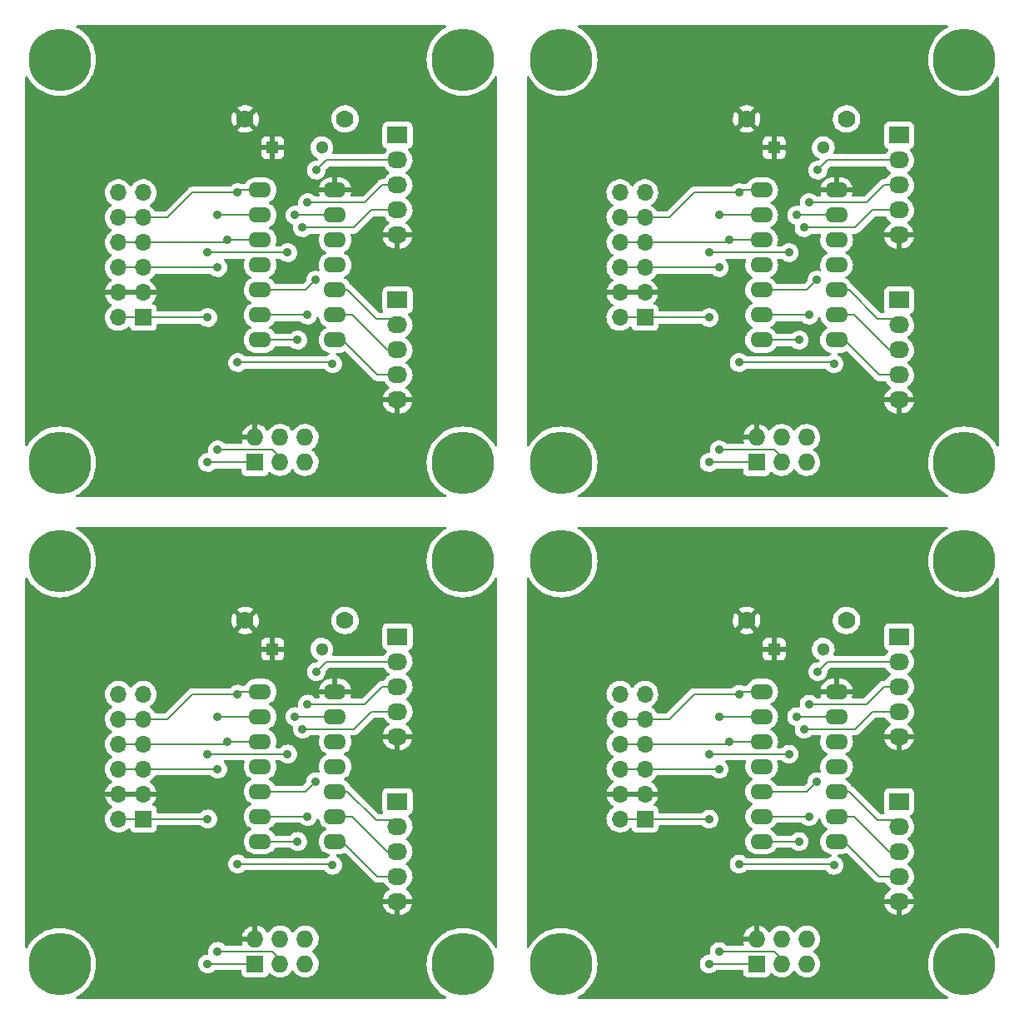
<source format=gtl>
%MOIN*%
%OFA0B0*%
%FSLAX46Y46*%
%IPPOS*%
%LPD*%
%ADD10C,0.25*%
%ADD11R,0.068X0.068*%
%ADD12O,0.068X0.068*%
%ADD13R,0.051181102362204731X0.051181102362204731*%
%ADD14C,0.051181102362204731*%
%ADD15R,0.08X0.068*%
%ADD16O,0.08X0.068*%
%ADD17C,0.07*%
%ADD18O,0.0905511811023622X0.062992125984251982*%
%ADD19R,0.066929133858267723X0.066929133858267723*%
%ADD20O,0.066929133858267723X0.066929133858267723*%
%ADD21C,0.035*%
%ADD22C,0.008*%
%ADD33C,0.25*%
%ADD34R,0.068X0.068*%
%ADD35O,0.068X0.068*%
%ADD36R,0.051181102362204731X0.051181102362204731*%
%ADD37C,0.051181102362204731*%
%ADD38R,0.08X0.068*%
%ADD39O,0.08X0.068*%
%ADD40C,0.07*%
%ADD41O,0.0905511811023622X0.062992125984251982*%
%ADD42R,0.066929133858267723X0.066929133858267723*%
%ADD43O,0.066929133858267723X0.066929133858267723*%
%ADD44C,0.035*%
%ADD45C,0.008*%
%ADD46C,0.25*%
%ADD47R,0.068X0.068*%
%ADD48O,0.068X0.068*%
%ADD49R,0.051181102362204731X0.051181102362204731*%
%ADD50C,0.051181102362204731*%
%ADD51R,0.08X0.068*%
%ADD52O,0.08X0.068*%
%ADD53C,0.07*%
%ADD54O,0.0905511811023622X0.062992125984251982*%
%ADD55R,0.066929133858267723X0.066929133858267723*%
%ADD56O,0.066929133858267723X0.066929133858267723*%
%ADD57C,0.035*%
%ADD58C,0.008*%
%ADD59C,0.25*%
%ADD60R,0.068X0.068*%
%ADD61O,0.068X0.068*%
%ADD62R,0.051181102362204731X0.051181102362204731*%
%ADD63C,0.051181102362204731*%
%ADD64R,0.08X0.068*%
%ADD65O,0.08X0.068*%
%ADD66C,0.07*%
%ADD67O,0.0905511811023622X0.062992125984251982*%
%ADD68R,0.066929133858267723X0.066929133858267723*%
%ADD69O,0.066929133858267723X0.066929133858267723*%
%ADD70C,0.035*%
%ADD71C,0.008*%
G01*
D10*
X-0004953875Y0004883008D02*
X0000157480Y0000157480D03*
X0000157480Y0001771653D03*
X0001771653Y0000157480D03*
X0001771653Y0001771653D03*
D11*
X0000940000Y0000159133D03*
D12*
X0000940000Y0000259133D03*
X0001039999Y0000159133D03*
X0001039999Y0000259133D03*
X0001139999Y0000159133D03*
X0001139999Y0000259133D03*
D13*
X0001009999Y0001419133D03*
D14*
X0001206850Y0001419133D03*
D15*
X0001509999Y0001469133D03*
D16*
X0001509999Y0001369133D03*
X0001509999Y0001269133D03*
X0001509999Y0001169133D03*
X0001509999Y0001069133D03*
D15*
X0001509999Y0000809133D03*
D16*
X0001509999Y0000709133D03*
X0001509999Y0000609133D03*
X0001509999Y0000509133D03*
X0001509999Y0000409133D03*
D17*
X0000899999Y0001534133D03*
X0001299999Y0001534133D03*
D18*
X0000959999Y0001249133D03*
X0000959999Y0001149133D03*
X0000959999Y0001049133D03*
X0000959999Y0000949133D03*
X0000959999Y0000849133D03*
X0000959999Y0000749133D03*
X0000959999Y0000649133D03*
X0001259999Y0000649133D03*
X0001259999Y0000749133D03*
X0001259999Y0000849133D03*
X0001259999Y0000949133D03*
X0001259999Y0001049133D03*
X0001259999Y0001149133D03*
X0001259999Y0001249133D03*
D19*
X0000492440Y0000739133D03*
D20*
X0000392440Y0000739133D03*
X0000492440Y0000839133D03*
X0000392440Y0000839133D03*
X0000492440Y0000939133D03*
X0000392440Y0000939133D03*
X0000492440Y0001039133D03*
X0000392440Y0001039133D03*
X0000492440Y0001139133D03*
X0000392440Y0001139133D03*
X0000492440Y0001239133D03*
X0000392440Y0001239133D03*
D21*
X0000790000Y0000939133D03*
X0000790000Y0001149133D03*
X0000790000Y0000209133D03*
X0000749999Y0000999133D03*
X0001069999Y0000999133D03*
X0001099999Y0001149133D03*
X0000749999Y0000159133D03*
X0000749999Y0000739133D03*
X0000829999Y0001049133D03*
X0001250000Y0000554133D03*
X0000869999Y0000559133D03*
X0000869999Y0001239133D03*
X0001184999Y0001329133D03*
X0001181499Y0000889131D03*
X0001150000Y0001199133D03*
X0001150000Y0000749133D03*
X0001109999Y0000649133D03*
X0001130000Y0001099133D03*
D22*
X0000790000Y0001149133D02*
X0000959999Y0001149133D01*
X0000790000Y0000209133D02*
X0001009999Y0000209133D01*
X0001009999Y0000209133D02*
X0001039999Y0000179133D01*
X0001039999Y0000179133D02*
X0001039999Y0000159133D01*
X0000392440Y0000939133D02*
X0000492440Y0000939133D01*
X0000492440Y0000939133D02*
X0000790000Y0000939133D01*
X0000749999Y0000159133D02*
X0000940000Y0000159133D01*
X0000492440Y0000739133D02*
X0000749999Y0000739133D01*
X0000392440Y0000739133D02*
X0000492440Y0000739133D01*
X0000749999Y0000999133D02*
X0001069999Y0000999133D01*
X0001259999Y0001149133D02*
X0001099999Y0001149133D01*
X0000829999Y0001049133D02*
X0000959999Y0001049133D01*
X0000820000Y0001039133D02*
X0000829999Y0001049133D01*
X0000492440Y0001039133D02*
X0000820000Y0001039133D01*
X0000392440Y0001039133D02*
X0000492440Y0001039133D01*
X0000880000Y0001249133D02*
X0000869999Y0001239133D01*
X0001250000Y0000554133D02*
X0001244999Y0000559133D01*
X0001244999Y0000559133D02*
X0000869999Y0000559133D01*
X0000492440Y0001139133D02*
X0000589999Y0001139133D01*
X0000589999Y0001139133D02*
X0000689999Y0001239133D01*
X0000689999Y0001239133D02*
X0000869999Y0001239133D01*
X0000959999Y0001249133D02*
X0000880000Y0001249133D01*
X0000392440Y0001139133D02*
X0000492440Y0001139133D01*
X0001225000Y0001369133D02*
X0001184999Y0001329133D01*
X0001141502Y0000849133D02*
X0001181499Y0000889131D01*
X0000959999Y0000849133D02*
X0001141502Y0000849133D01*
X0001509999Y0001369133D02*
X0001225000Y0001369133D01*
X0001449999Y0001269133D02*
X0001379999Y0001199133D01*
X0001379999Y0001199133D02*
X0001150000Y0001199133D01*
X0001150000Y0000749133D02*
X0000959999Y0000749133D01*
X0001509999Y0001269133D02*
X0001449999Y0001269133D01*
X0001404999Y0001169133D02*
X0001334999Y0001099133D01*
X0001334999Y0001099133D02*
X0001130000Y0001099133D01*
X0001509999Y0001169133D02*
X0001404999Y0001169133D01*
X0001109999Y0000649133D02*
X0000959999Y0000649133D01*
X0001310000Y0000849133D02*
X0001424999Y0000734133D01*
X0001424999Y0000734133D02*
X0001484999Y0000734133D01*
X0001484999Y0000734133D02*
X0001509999Y0000709133D01*
X0001259999Y0000849133D02*
X0001310000Y0000849133D01*
X0001329999Y0000749133D02*
X0001469999Y0000609133D01*
X0001469999Y0000609133D02*
X0001509999Y0000609133D01*
X0001259999Y0000749133D02*
X0001329999Y0000749133D01*
X0001289999Y0000649133D02*
X0001430000Y0000509133D01*
X0001430000Y0000509133D02*
X0001509999Y0000509133D01*
X0001259999Y0000649133D02*
X0001289999Y0000649133D01*
G36*
X0001704059Y0001908346D02*
G01*
X0001705890Y0001906233D01*
X0001706288Y0001903467D01*
X0001705127Y0001900924D01*
X0001703630Y0001899753D01*
X0001699044Y0001897416D01*
X0001686296Y0001889137D01*
X0001674483Y0001879572D01*
X0001663735Y0001868823D01*
X0001654169Y0001857010D01*
X0001645890Y0001844262D01*
X0001638989Y0001830719D01*
X0001633542Y0001816528D01*
X0001629608Y0001801846D01*
X0001629587Y0001801717D01*
X0001627278Y0001787136D01*
X0001627230Y0001786832D01*
X0001626434Y0001771653D01*
X0001627230Y0001756474D01*
X0001629608Y0001741460D01*
X0001633542Y0001726778D01*
X0001638989Y0001712587D01*
X0001639048Y0001712472D01*
X0001645831Y0001699160D01*
X0001645890Y0001699044D01*
X0001654169Y0001686296D01*
X0001663735Y0001674483D01*
X0001674483Y0001663734D01*
X0001686296Y0001654169D01*
X0001699044Y0001645890D01*
X0001699159Y0001645831D01*
X0001699159Y0001645831D01*
X0001712472Y0001639048D01*
X0001712587Y0001638989D01*
X0001726778Y0001633542D01*
X0001741460Y0001629608D01*
X0001749434Y0001628345D01*
X0001756346Y0001627250D01*
X0001756346Y0001627250D01*
X0001756474Y0001627230D01*
X0001771653Y0001626434D01*
X0001786833Y0001627230D01*
X0001786960Y0001627250D01*
X0001786960Y0001627250D01*
X0001793872Y0001628345D01*
X0001801846Y0001629608D01*
X0001816528Y0001633542D01*
X0001830719Y0001638989D01*
X0001830835Y0001639048D01*
X0001844147Y0001645831D01*
X0001844147Y0001645831D01*
X0001844262Y0001645890D01*
X0001857010Y0001654169D01*
X0001868823Y0001663734D01*
X0001879572Y0001674483D01*
X0001889137Y0001686296D01*
X0001897416Y0001699044D01*
X0001899753Y0001703630D01*
X0001901672Y0001705662D01*
X0001904385Y0001706334D01*
X0001907031Y0001705432D01*
X0001908769Y0001703243D01*
X0001909133Y0001701378D01*
X0001909133Y0000227755D01*
X0001908346Y0000225073D01*
X0001906233Y0000223243D01*
X0001903467Y0000222845D01*
X0001900924Y0000224006D01*
X0001899753Y0000225503D01*
X0001897475Y0000229973D01*
X0001897416Y0000230089D01*
X0001896792Y0000231050D01*
X0001889208Y0000242728D01*
X0001889137Y0000242837D01*
X0001879572Y0000254650D01*
X0001868823Y0000265398D01*
X0001857010Y0000274964D01*
X0001844262Y0000283243D01*
X0001844147Y0000283302D01*
X0001844147Y0000283302D01*
X0001830835Y0000290085D01*
X0001830719Y0000290144D01*
X0001816528Y0000295591D01*
X0001801846Y0000299525D01*
X0001793872Y0000300788D01*
X0001786960Y0000301883D01*
X0001786960Y0000301883D01*
X0001786833Y0000301903D01*
X0001771653Y0000302698D01*
X0001756474Y0000301903D01*
X0001756346Y0000301883D01*
X0001756346Y0000301883D01*
X0001749434Y0000300788D01*
X0001741460Y0000299525D01*
X0001726778Y0000295591D01*
X0001712587Y0000290144D01*
X0001712472Y0000290085D01*
X0001699159Y0000283302D01*
X0001699159Y0000283302D01*
X0001699044Y0000283243D01*
X0001686296Y0000274964D01*
X0001674483Y0000265398D01*
X0001663735Y0000254650D01*
X0001654169Y0000242837D01*
X0001654098Y0000242728D01*
X0001646514Y0000231050D01*
X0001645890Y0000230089D01*
X0001645831Y0000229974D01*
X0001645831Y0000229973D01*
X0001640890Y0000220275D01*
X0001638989Y0000216546D01*
X0001638293Y0000214731D01*
X0001633624Y0000202569D01*
X0001633542Y0000202355D01*
X0001629608Y0000187672D01*
X0001629115Y0000184561D01*
X0001627474Y0000174198D01*
X0001627230Y0000172659D01*
X0001626434Y0000157480D01*
X0001627230Y0000142300D01*
X0001627250Y0000142173D01*
X0001627250Y0000142172D01*
X0001627829Y0000138520D01*
X0001629608Y0000127287D01*
X0001633542Y0000112605D01*
X0001638989Y0000098414D01*
X0001645890Y0000084870D01*
X0001654169Y0000072122D01*
X0001663735Y0000060310D01*
X0001674483Y0000049561D01*
X0001686296Y0000039995D01*
X0001699044Y0000031717D01*
X0001699159Y0000031658D01*
X0001699159Y0000031658D01*
X0001703630Y0000029380D01*
X0001705662Y0000027461D01*
X0001706334Y0000024748D01*
X0001705432Y0000022102D01*
X0001703243Y0000020364D01*
X0001701378Y0000019999D01*
X0000227755Y0000019999D01*
X0000225073Y0000020787D01*
X0000223243Y0000022899D01*
X0000222845Y0000025666D01*
X0000224006Y0000028209D01*
X0000225503Y0000029380D01*
X0000229973Y0000031658D01*
X0000229974Y0000031658D01*
X0000230089Y0000031717D01*
X0000242837Y0000039995D01*
X0000254650Y0000049561D01*
X0000265398Y0000060310D01*
X0000274964Y0000072122D01*
X0000283243Y0000084870D01*
X0000290144Y0000098414D01*
X0000295591Y0000112605D01*
X0000299525Y0000127287D01*
X0000301304Y0000138520D01*
X0000301883Y0000142172D01*
X0000301883Y0000142173D01*
X0000301903Y0000142300D01*
X0000302699Y0000157480D01*
X0000302584Y0000159660D01*
X0000712302Y0000159660D01*
X0000712322Y0000159418D01*
X0000712526Y0000156986D01*
X0000712918Y0000152328D01*
X0000714946Y0000145255D01*
X0000715057Y0000145039D01*
X0000718068Y0000139179D01*
X0000718309Y0000138710D01*
X0000718460Y0000138520D01*
X0000718460Y0000138520D01*
X0000721321Y0000134910D01*
X0000722880Y0000132944D01*
X0000723064Y0000132787D01*
X0000724910Y0000131216D01*
X0000728483Y0000128175D01*
X0000734906Y0000124585D01*
X0000741904Y0000122312D01*
X0000749210Y0000121440D01*
X0000749451Y0000121459D01*
X0000749452Y0000121459D01*
X0000751881Y0000121646D01*
X0000756546Y0000122005D01*
X0000763633Y0000123984D01*
X0000763849Y0000124093D01*
X0000763850Y0000124093D01*
X0000766895Y0000125631D01*
X0000770201Y0000127301D01*
X0000771319Y0000128175D01*
X0000772263Y0000128912D01*
X0000775999Y0000131831D01*
X0000777348Y0000133394D01*
X0000779697Y0000134910D01*
X0000781103Y0000135114D01*
X0000881019Y0000135114D01*
X0000883701Y0000134326D01*
X0000885532Y0000132214D01*
X0000885980Y0000130153D01*
X0000885980Y0000123238D01*
X0000886246Y0000120790D01*
X0000888259Y0000115421D01*
X0000891698Y0000110832D01*
X0000896287Y0000107393D01*
X0000901656Y0000105380D01*
X0000904104Y0000105114D01*
X0000975895Y0000105114D01*
X0000978343Y0000105380D01*
X0000983712Y0000107393D01*
X0000988301Y0000110832D01*
X0000991740Y0000115421D01*
X0000993236Y0000119411D01*
X0000994915Y0000121646D01*
X0000997536Y0000122618D01*
X0001000266Y0000122020D01*
X0001001631Y0000120918D01*
X0001002074Y0000120405D01*
X0001008909Y0000114731D01*
X0001009084Y0000114629D01*
X0001009084Y0000114629D01*
X0001015099Y0000111114D01*
X0001016578Y0000110250D01*
X0001024877Y0000107081D01*
X0001025076Y0000107040D01*
X0001025076Y0000107040D01*
X0001029346Y0000106172D01*
X0001033581Y0000105310D01*
X0001033785Y0000105302D01*
X0001033785Y0000105302D01*
X0001042255Y0000104992D01*
X0001042255Y0000104992D01*
X0001042458Y0000104984D01*
X0001042660Y0000105010D01*
X0001042660Y0000105010D01*
X0001046397Y0000105489D01*
X0001051269Y0000106113D01*
X0001051464Y0000106171D01*
X0001051464Y0000106172D01*
X0001059583Y0000108607D01*
X0001059583Y0000108607D01*
X0001059778Y0000108666D01*
X0001065565Y0000111501D01*
X0001067572Y0000112484D01*
X0001067572Y0000112484D01*
X0001067755Y0000112574D01*
X0001067920Y0000112692D01*
X0001067921Y0000112692D01*
X0001074821Y0000117614D01*
X0001074821Y0000117614D01*
X0001074986Y0000117732D01*
X0001081278Y0000124002D01*
X0001086038Y0000130625D01*
X0001088242Y0000132344D01*
X0001091026Y0000132597D01*
X0001093505Y0000131306D01*
X0001094296Y0000130322D01*
X0001096152Y0000127293D01*
X0001096152Y0000127293D01*
X0001096258Y0000127120D01*
X0001102074Y0000120405D01*
X0001108909Y0000114731D01*
X0001109084Y0000114629D01*
X0001109084Y0000114629D01*
X0001115099Y0000111114D01*
X0001116578Y0000110250D01*
X0001124877Y0000107081D01*
X0001125076Y0000107040D01*
X0001125076Y0000107040D01*
X0001129346Y0000106172D01*
X0001133581Y0000105310D01*
X0001133785Y0000105302D01*
X0001133785Y0000105302D01*
X0001142255Y0000104992D01*
X0001142255Y0000104992D01*
X0001142458Y0000104984D01*
X0001142660Y0000105010D01*
X0001142660Y0000105010D01*
X0001146397Y0000105489D01*
X0001151269Y0000106113D01*
X0001151464Y0000106171D01*
X0001151464Y0000106172D01*
X0001159583Y0000108607D01*
X0001159583Y0000108607D01*
X0001159778Y0000108666D01*
X0001165565Y0000111501D01*
X0001167572Y0000112484D01*
X0001167572Y0000112484D01*
X0001167755Y0000112574D01*
X0001167920Y0000112692D01*
X0001167921Y0000112692D01*
X0001174821Y0000117614D01*
X0001174821Y0000117614D01*
X0001174986Y0000117732D01*
X0001181278Y0000124002D01*
X0001186462Y0000131216D01*
X0001190398Y0000139179D01*
X0001192980Y0000147679D01*
X0001193007Y0000147880D01*
X0001194122Y0000156355D01*
X0001194122Y0000156355D01*
X0001194140Y0000156485D01*
X0001194161Y0000157350D01*
X0001194201Y0000159001D01*
X0001194201Y0000159001D01*
X0001194204Y0000159133D01*
X0001193476Y0000167986D01*
X0001191312Y0000176602D01*
X0001187770Y0000184748D01*
X0001185877Y0000187675D01*
X0001183056Y0000192035D01*
X0001183056Y0000192035D01*
X0001182945Y0000192206D01*
X0001176967Y0000198776D01*
X0001176808Y0000198902D01*
X0001176807Y0000198902D01*
X0001170156Y0000204156D01*
X0001170155Y0000204156D01*
X0001169996Y0000204282D01*
X0001169076Y0000204790D01*
X0001167108Y0000206775D01*
X0001166527Y0000209509D01*
X0001167516Y0000212124D01*
X0001168592Y0000213171D01*
X0001174821Y0000217614D01*
X0001174821Y0000217614D01*
X0001174986Y0000217732D01*
X0001181278Y0000224002D01*
X0001186462Y0000231216D01*
X0001190398Y0000239179D01*
X0001192980Y0000247679D01*
X0001194140Y0000256485D01*
X0001194204Y0000259133D01*
X0001193476Y0000267986D01*
X0001191312Y0000276602D01*
X0001187770Y0000284748D01*
X0001185823Y0000287758D01*
X0001183056Y0000292035D01*
X0001183056Y0000292035D01*
X0001182945Y0000292206D01*
X0001176967Y0000298776D01*
X0001176808Y0000298902D01*
X0001176807Y0000298902D01*
X0001170156Y0000304156D01*
X0001170155Y0000304156D01*
X0001169996Y0000304282D01*
X0001162219Y0000308575D01*
X0001153846Y0000311540D01*
X0001152708Y0000311742D01*
X0001145301Y0000313062D01*
X0001145301Y0000313062D01*
X0001145101Y0000313098D01*
X0001142266Y0000313132D01*
X0001136422Y0000313204D01*
X0001136422Y0000313204D01*
X0001136218Y0000313206D01*
X0001127438Y0000311862D01*
X0001118994Y0000309103D01*
X0001111115Y0000305001D01*
X0001110952Y0000304879D01*
X0001110952Y0000304879D01*
X0001106962Y0000301883D01*
X0001104011Y0000299668D01*
X0001097874Y0000293246D01*
X0001097760Y0000293077D01*
X0001097760Y0000293077D01*
X0001094074Y0000287675D01*
X0001091913Y0000285903D01*
X0001089136Y0000285581D01*
X0001086626Y0000286812D01*
X0001085811Y0000287776D01*
X0001083056Y0000292035D01*
X0001083056Y0000292035D01*
X0001082945Y0000292206D01*
X0001076967Y0000298776D01*
X0001076808Y0000298902D01*
X0001076807Y0000298902D01*
X0001070156Y0000304156D01*
X0001070155Y0000304156D01*
X0001069996Y0000304282D01*
X0001062219Y0000308575D01*
X0001053846Y0000311540D01*
X0001052708Y0000311742D01*
X0001045301Y0000313062D01*
X0001045301Y0000313062D01*
X0001045101Y0000313098D01*
X0001042266Y0000313132D01*
X0001036422Y0000313204D01*
X0001036422Y0000313204D01*
X0001036218Y0000313206D01*
X0001027438Y0000311862D01*
X0001018994Y0000309103D01*
X0001011115Y0000305001D01*
X0001010952Y0000304879D01*
X0001010952Y0000304879D01*
X0001006962Y0000301883D01*
X0001004011Y0000299668D01*
X0000997874Y0000293246D01*
X0000997760Y0000293077D01*
X0000997760Y0000293077D01*
X0000994062Y0000287657D01*
X0000991901Y0000285886D01*
X0000989124Y0000285564D01*
X0000986614Y0000286794D01*
X0000985799Y0000287758D01*
X0000983040Y0000292023D01*
X0000982793Y0000292345D01*
X0000977091Y0000298611D01*
X0000976794Y0000298888D01*
X0000970145Y0000304139D01*
X0000969807Y0000304364D01*
X0000962390Y0000308458D01*
X0000962019Y0000308625D01*
X0000954033Y0000311453D01*
X0000953640Y0000311556D01*
X0000950702Y0000312080D01*
X0000950178Y0000312022D01*
X0000949999Y0000311449D01*
X0000949999Y0000254094D01*
X0000949212Y0000251412D01*
X0000947100Y0000249582D01*
X0000945039Y0000249133D01*
X0000887609Y0000249133D01*
X0000887076Y0000248977D01*
X0000887020Y0000248583D01*
X0000888249Y0000243128D01*
X0000888370Y0000242741D01*
X0000889492Y0000239980D01*
X0000889771Y0000237199D01*
X0000888502Y0000234708D01*
X0000886089Y0000233299D01*
X0000884896Y0000233153D01*
X0000821183Y0000233153D01*
X0000818501Y0000233940D01*
X0000817339Y0000234978D01*
X0000816905Y0000235511D01*
X0000816904Y0000235511D01*
X0000816751Y0000235699D01*
X0000816564Y0000235854D01*
X0000811269Y0000240234D01*
X0000811269Y0000240234D01*
X0000811082Y0000240389D01*
X0000804609Y0000243889D01*
X0000801095Y0000244977D01*
X0000797812Y0000245993D01*
X0000797812Y0000245993D01*
X0000797580Y0000246065D01*
X0000797339Y0000246090D01*
X0000797339Y0000246090D01*
X0000790504Y0000246808D01*
X0000790504Y0000246808D01*
X0000790263Y0000246834D01*
X0000785593Y0000246409D01*
X0000783177Y0000246189D01*
X0000783177Y0000246189D01*
X0000782935Y0000246167D01*
X0000782702Y0000246098D01*
X0000782702Y0000246098D01*
X0000777892Y0000244682D01*
X0000775876Y0000244089D01*
X0000769356Y0000240680D01*
X0000763621Y0000236070D01*
X0000758892Y0000230433D01*
X0000758775Y0000230221D01*
X0000758775Y0000230221D01*
X0000756394Y0000225890D01*
X0000755347Y0000223985D01*
X0000755274Y0000223754D01*
X0000755274Y0000223754D01*
X0000754985Y0000222845D01*
X0000753122Y0000216972D01*
X0000752302Y0000209660D01*
X0000752322Y0000209418D01*
X0000752764Y0000204156D01*
X0000752905Y0000202474D01*
X0000752918Y0000202328D01*
X0000752890Y0000202325D01*
X0000752618Y0000199727D01*
X0000750871Y0000197545D01*
X0000748479Y0000196671D01*
X0000745225Y0000196375D01*
X0000743177Y0000196189D01*
X0000743177Y0000196189D01*
X0000742935Y0000196167D01*
X0000742702Y0000196098D01*
X0000742702Y0000196098D01*
X0000737892Y0000194682D01*
X0000735876Y0000194089D01*
X0000735661Y0000193977D01*
X0000732274Y0000192206D01*
X0000729356Y0000190680D01*
X0000723621Y0000186070D01*
X0000718892Y0000180433D01*
X0000718775Y0000180221D01*
X0000718775Y0000180221D01*
X0000716677Y0000176404D01*
X0000715347Y0000173985D01*
X0000713122Y0000166972D01*
X0000712302Y0000159660D01*
X0000302584Y0000159660D01*
X0000301903Y0000172659D01*
X0000301659Y0000174198D01*
X0000300018Y0000184561D01*
X0000299525Y0000187672D01*
X0000295591Y0000202355D01*
X0000295509Y0000202569D01*
X0000290840Y0000214731D01*
X0000290144Y0000216546D01*
X0000288243Y0000220275D01*
X0000283302Y0000229973D01*
X0000283302Y0000229974D01*
X0000283243Y0000230089D01*
X0000282619Y0000231050D01*
X0000275035Y0000242728D01*
X0000274964Y0000242837D01*
X0000265398Y0000254650D01*
X0000254650Y0000265398D01*
X0000249417Y0000269636D01*
X0000886871Y0000269636D01*
X0000886938Y0000269267D01*
X0000887425Y0000269133D01*
X0000929286Y0000269133D01*
X0000929886Y0000269310D01*
X0000929934Y0000269364D01*
X0000929999Y0000269667D01*
X0000929999Y0000311521D01*
X0000929845Y0000312047D01*
X0000929283Y0000312125D01*
X0000927644Y0000311874D01*
X0000927248Y0000311780D01*
X0000919195Y0000309148D01*
X0000918821Y0000308991D01*
X0000911306Y0000305078D01*
X0000910963Y0000304862D01*
X0000904187Y0000299775D01*
X0000903884Y0000299506D01*
X0000898030Y0000293380D01*
X0000897775Y0000293065D01*
X0000893001Y0000286066D01*
X0000892800Y0000285713D01*
X0000889233Y0000278028D01*
X0000889093Y0000277647D01*
X0000886871Y0000269636D01*
X0000249417Y0000269636D01*
X0000242837Y0000274964D01*
X0000230089Y0000283243D01*
X0000229974Y0000283302D01*
X0000229973Y0000283302D01*
X0000216661Y0000290085D01*
X0000216546Y0000290144D01*
X0000202355Y0000295591D01*
X0000187672Y0000299525D01*
X0000179699Y0000300788D01*
X0000172787Y0000301883D01*
X0000172787Y0000301883D01*
X0000172659Y0000301903D01*
X0000157480Y0000302698D01*
X0000142300Y0000301903D01*
X0000142173Y0000301883D01*
X0000142172Y0000301883D01*
X0000135261Y0000300788D01*
X0000127287Y0000299525D01*
X0000112605Y0000295591D01*
X0000098414Y0000290144D01*
X0000098298Y0000290085D01*
X0000084986Y0000283302D01*
X0000084986Y0000283302D01*
X0000084870Y0000283243D01*
X0000072122Y0000274964D01*
X0000060310Y0000265398D01*
X0000049561Y0000254650D01*
X0000039995Y0000242837D01*
X0000039924Y0000242728D01*
X0000032341Y0000231050D01*
X0000031717Y0000230089D01*
X0000031658Y0000229973D01*
X0000029380Y0000225503D01*
X0000027461Y0000223471D01*
X0000024748Y0000222799D01*
X0000022102Y0000223701D01*
X0000020364Y0000225890D01*
X0000019999Y0000227755D01*
X0000019999Y0000398559D01*
X0001451041Y0000398559D01*
X0001452047Y0000393765D01*
X0001452167Y0000393364D01*
X0001455379Y0000385232D01*
X0001455565Y0000384856D01*
X0001460101Y0000377381D01*
X0001460348Y0000377043D01*
X0001466079Y0000370439D01*
X0001466379Y0000370147D01*
X0001473140Y0000364603D01*
X0001473486Y0000364366D01*
X0001481084Y0000360040D01*
X0001481465Y0000359864D01*
X0001489684Y0000356881D01*
X0001490088Y0000356772D01*
X0001498738Y0000355208D01*
X0001499062Y0000355171D01*
X0001499366Y0000355157D01*
X0001499886Y0000355310D01*
X0001499934Y0000355364D01*
X0001499999Y0000355667D01*
X0001499999Y0000355991D01*
X0001520000Y0000355991D01*
X0001520169Y0000355413D01*
X0001520637Y0000355332D01*
X0001524922Y0000355695D01*
X0001525334Y0000355766D01*
X0001533797Y0000357962D01*
X0001534193Y0000358102D01*
X0001542165Y0000361693D01*
X0001542531Y0000361896D01*
X0001549784Y0000366780D01*
X0001550110Y0000367042D01*
X0001556437Y0000373077D01*
X0001556715Y0000373391D01*
X0001561934Y0000380406D01*
X0001562155Y0000380762D01*
X0001566118Y0000388556D01*
X0001566275Y0000388945D01*
X0001568868Y0000397295D01*
X0001568958Y0000397704D01*
X0001569054Y0000398426D01*
X0001568967Y0000398984D01*
X0001568448Y0000399133D01*
X0001520713Y0000399133D01*
X0001520113Y0000398957D01*
X0001520065Y0000398902D01*
X0001520000Y0000398600D01*
X0001520000Y0000355991D01*
X0001499999Y0000355991D01*
X0001499999Y0000398420D01*
X0001499823Y0000399020D01*
X0001499769Y0000399068D01*
X0001499466Y0000399133D01*
X0001451634Y0000399133D01*
X0001451101Y0000398977D01*
X0001451041Y0000398559D01*
X0000019999Y0000398559D01*
X0000019999Y0000740445D01*
X0000338789Y0000740445D01*
X0000338801Y0000740242D01*
X0000338801Y0000740242D01*
X0000339172Y0000733799D01*
X0000339295Y0000731664D01*
X0000339340Y0000731466D01*
X0000339340Y0000731465D01*
X0000339546Y0000730550D01*
X0000341229Y0000723085D01*
X0000344537Y0000714936D01*
X0000346006Y0000712539D01*
X0000348753Y0000708057D01*
X0000349133Y0000707437D01*
X0000349266Y0000707283D01*
X0000349345Y0000707192D01*
X0000354891Y0000700789D01*
X0000361658Y0000695171D01*
X0000369251Y0000690734D01*
X0000377468Y0000687597D01*
X0000377667Y0000687556D01*
X0000377667Y0000687556D01*
X0000381343Y0000686808D01*
X0000386086Y0000685843D01*
X0000386290Y0000685836D01*
X0000386290Y0000685836D01*
X0000394672Y0000685528D01*
X0000394672Y0000685528D01*
X0000394875Y0000685521D01*
X0000395077Y0000685547D01*
X0000395077Y0000685547D01*
X0000403397Y0000686613D01*
X0000403397Y0000686613D01*
X0000403599Y0000686639D01*
X0000404249Y0000686834D01*
X0000411827Y0000689107D01*
X0000411828Y0000689107D01*
X0000412022Y0000689166D01*
X0000419920Y0000693035D01*
X0000427081Y0000698142D01*
X0000431342Y0000702388D01*
X0000433797Y0000703724D01*
X0000436585Y0000703519D01*
X0000438820Y0000701840D01*
X0000439488Y0000700616D01*
X0000440362Y0000698286D01*
X0000441235Y0000695956D01*
X0000444674Y0000691367D01*
X0000449263Y0000687928D01*
X0000454633Y0000685915D01*
X0000457081Y0000685649D01*
X0000527800Y0000685649D01*
X0000530248Y0000685915D01*
X0000535618Y0000687928D01*
X0000540207Y0000691367D01*
X0000543646Y0000695956D01*
X0000545659Y0000701326D01*
X0000545925Y0000703774D01*
X0000545925Y0000710153D01*
X0000546712Y0000712835D01*
X0000548825Y0000714665D01*
X0000550885Y0000715114D01*
X0000718762Y0000715114D01*
X0000721444Y0000714326D01*
X0000722649Y0000713234D01*
X0000722729Y0000713134D01*
X0000722729Y0000713134D01*
X0000722880Y0000712944D01*
X0000723064Y0000712787D01*
X0000724646Y0000711440D01*
X0000728483Y0000708175D01*
X0000734906Y0000704585D01*
X0000741904Y0000702312D01*
X0000749210Y0000701440D01*
X0000749451Y0000701459D01*
X0000749452Y0000701459D01*
X0000751738Y0000701635D01*
X0000756546Y0000702005D01*
X0000763633Y0000703984D01*
X0000763849Y0000704093D01*
X0000763850Y0000704093D01*
X0000768360Y0000706371D01*
X0000770201Y0000707301D01*
X0000770596Y0000707610D01*
X0000773634Y0000709983D01*
X0000775999Y0000711831D01*
X0000776157Y0000712015D01*
X0000776158Y0000712015D01*
X0000779466Y0000715848D01*
X0000780807Y0000717401D01*
X0000784441Y0000723799D01*
X0000784617Y0000724326D01*
X0000786687Y0000730550D01*
X0000786764Y0000730781D01*
X0000787174Y0000734029D01*
X0000787669Y0000737943D01*
X0000787669Y0000737943D01*
X0000787686Y0000738081D01*
X0000787701Y0000739133D01*
X0000786983Y0000746456D01*
X0000784856Y0000753500D01*
X0000781402Y0000759997D01*
X0000778370Y0000763714D01*
X0000776905Y0000765511D01*
X0000776904Y0000765511D01*
X0000776751Y0000765699D01*
X0000776527Y0000765884D01*
X0000771269Y0000770234D01*
X0000771269Y0000770234D01*
X0000771082Y0000770389D01*
X0000764609Y0000773889D01*
X0000760914Y0000775032D01*
X0000757812Y0000775993D01*
X0000757812Y0000775993D01*
X0000757580Y0000776065D01*
X0000757339Y0000776090D01*
X0000757339Y0000776090D01*
X0000750504Y0000776808D01*
X0000750504Y0000776808D01*
X0000750263Y0000776834D01*
X0000745593Y0000776409D01*
X0000743177Y0000776189D01*
X0000743177Y0000776189D01*
X0000742935Y0000776167D01*
X0000742702Y0000776098D01*
X0000742702Y0000776098D01*
X0000739882Y0000775268D01*
X0000735876Y0000774089D01*
X0000735661Y0000773977D01*
X0000729662Y0000770840D01*
X0000729356Y0000770680D01*
X0000723621Y0000766070D01*
X0000723465Y0000765884D01*
X0000723465Y0000765884D01*
X0000723313Y0000765702D01*
X0000722661Y0000764925D01*
X0000720334Y0000763377D01*
X0000718861Y0000763153D01*
X0000550885Y0000763153D01*
X0000548203Y0000763940D01*
X0000546373Y0000766053D01*
X0000545925Y0000768114D01*
X0000545925Y0000774493D01*
X0000545659Y0000776941D01*
X0000543646Y0000782311D01*
X0000540207Y0000786900D01*
X0000535618Y0000790339D01*
X0000530932Y0000792095D01*
X0000528697Y0000793774D01*
X0000527725Y0000796395D01*
X0000528324Y0000799125D01*
X0000529172Y0000800254D01*
X0000533151Y0000804219D01*
X0000533414Y0000804528D01*
X0000538307Y0000811337D01*
X0000538516Y0000811685D01*
X0000542231Y0000819202D01*
X0000542380Y0000819579D01*
X0000544817Y0000827601D01*
X0000544903Y0000827998D01*
X0000544960Y0000828426D01*
X0000544873Y0000828985D01*
X0000544354Y0000829133D01*
X0000340599Y0000829133D01*
X0000340066Y0000828977D01*
X0000340010Y0000828583D01*
X0000341203Y0000823289D01*
X0000341324Y0000822902D01*
X0000344479Y0000815133D01*
X0000344661Y0000814771D01*
X0000349043Y0000807622D01*
X0000349282Y0000807295D01*
X0000354772Y0000800957D01*
X0000355062Y0000800673D01*
X0000361513Y0000795318D01*
X0000361845Y0000795085D01*
X0000364565Y0000793495D01*
X0000366483Y0000791462D01*
X0000366998Y0000788715D01*
X0000365946Y0000786126D01*
X0000364353Y0000784812D01*
X0000363842Y0000784546D01*
X0000363680Y0000784424D01*
X0000363679Y0000784424D01*
X0000356972Y0000779388D01*
X0000356809Y0000779266D01*
X0000355256Y0000777641D01*
X0000350893Y0000773075D01*
X0000350733Y0000772907D01*
X0000350618Y0000772739D01*
X0000350618Y0000772739D01*
X0000347463Y0000768114D01*
X0000345777Y0000765642D01*
X0000344442Y0000762765D01*
X0000342219Y0000757977D01*
X0000342074Y0000757665D01*
X0000339723Y0000749190D01*
X0000338789Y0000740445D01*
X0000019999Y0000740445D01*
X0000019999Y0000940445D01*
X0000338789Y0000940445D01*
X0000338801Y0000940242D01*
X0000338801Y0000940242D01*
X0000338857Y0000939271D01*
X0000339295Y0000931664D01*
X0000339340Y0000931466D01*
X0000339340Y0000931465D01*
X0000339546Y0000930550D01*
X0000341229Y0000923085D01*
X0000344537Y0000914936D01*
X0000346122Y0000912351D01*
X0000349027Y0000907610D01*
X0000349133Y0000907437D01*
X0000354891Y0000900789D01*
X0000361658Y0000895171D01*
X0000364565Y0000893473D01*
X0000366483Y0000891440D01*
X0000366998Y0000888693D01*
X0000365945Y0000886103D01*
X0000364352Y0000884790D01*
X0000364033Y0000884624D01*
X0000363690Y0000884407D01*
X0000356985Y0000879373D01*
X0000356682Y0000879104D01*
X0000350889Y0000873042D01*
X0000350634Y0000872727D01*
X0000345909Y0000865801D01*
X0000345708Y0000865447D01*
X0000342178Y0000857843D01*
X0000342038Y0000857461D01*
X0000339857Y0000849599D01*
X0000339917Y0000849267D01*
X0000340405Y0000849133D01*
X0000544344Y0000849133D01*
X0000544876Y0000849290D01*
X0000544928Y0000849647D01*
X0000543276Y0000856225D01*
X0000543145Y0000856609D01*
X0000539802Y0000864298D01*
X0000539610Y0000864655D01*
X0000535056Y0000871695D01*
X0000534808Y0000872017D01*
X0000529165Y0000878218D01*
X0000528868Y0000878495D01*
X0000522288Y0000883692D01*
X0000521950Y0000883916D01*
X0000520496Y0000884719D01*
X0000518528Y0000886705D01*
X0000517947Y0000889439D01*
X0000518935Y0000892053D01*
X0000520012Y0000893101D01*
X0000522167Y0000894637D01*
X0000527081Y0000898142D01*
X0000533310Y0000904350D01*
X0000535431Y0000907301D01*
X0000538324Y0000911327D01*
X0000538443Y0000911492D01*
X0000538867Y0000912351D01*
X0000540761Y0000914406D01*
X0000543314Y0000915114D01*
X0000758762Y0000915114D01*
X0000761444Y0000914326D01*
X0000762649Y0000913234D01*
X0000762729Y0000913134D01*
X0000762729Y0000913134D01*
X0000762879Y0000912944D01*
X0000763064Y0000912787D01*
X0000765614Y0000910617D01*
X0000768483Y0000908175D01*
X0000774906Y0000904585D01*
X0000781904Y0000902312D01*
X0000789210Y0000901440D01*
X0000789451Y0000901459D01*
X0000789452Y0000901459D01*
X0000791658Y0000901629D01*
X0000796546Y0000902005D01*
X0000803633Y0000903984D01*
X0000803849Y0000904093D01*
X0000803850Y0000904093D01*
X0000806896Y0000905631D01*
X0000810201Y0000907301D01*
X0000810596Y0000907610D01*
X0000813236Y0000909673D01*
X0000815999Y0000911831D01*
X0000816157Y0000912015D01*
X0000816158Y0000912015D01*
X0000819495Y0000915882D01*
X0000820807Y0000917401D01*
X0000824441Y0000923799D01*
X0000824917Y0000925229D01*
X0000826687Y0000930550D01*
X0000826764Y0000930781D01*
X0000826976Y0000932460D01*
X0000827669Y0000937943D01*
X0000827669Y0000937943D01*
X0000827686Y0000938081D01*
X0000827701Y0000939133D01*
X0000826983Y0000946456D01*
X0000824856Y0000953500D01*
X0000821402Y0000959997D01*
X0000819537Y0000962283D01*
X0000816905Y0000965511D01*
X0000816904Y0000965511D01*
X0000816751Y0000965699D01*
X0000816564Y0000965853D01*
X0000816564Y0000965854D01*
X0000815987Y0000966331D01*
X0000814423Y0000968647D01*
X0000814359Y0000971441D01*
X0000815816Y0000973827D01*
X0000818331Y0000975046D01*
X0000819149Y0000975114D01*
X0000893707Y0000975114D01*
X0000896389Y0000974326D01*
X0000898219Y0000972214D01*
X0000898617Y0000969447D01*
X0000898203Y0000968057D01*
X0000897799Y0000967192D01*
X0000897626Y0000966820D01*
X0000897570Y0000966611D01*
X0000897570Y0000966611D01*
X0000895740Y0000959783D01*
X0000895293Y0000958113D01*
X0000894507Y0000949133D01*
X0000895293Y0000940154D01*
X0000895349Y0000939944D01*
X0000895349Y0000939944D01*
X0000895885Y0000937943D01*
X0000897626Y0000931447D01*
X0000897718Y0000931250D01*
X0000897718Y0000931250D01*
X0000901344Y0000923473D01*
X0000901344Y0000923473D01*
X0000901436Y0000923277D01*
X0000903177Y0000920791D01*
X0000905550Y0000917401D01*
X0000906606Y0000915893D01*
X0000912980Y0000909519D01*
X0000913157Y0000909395D01*
X0000913157Y0000909395D01*
X0000916148Y0000907301D01*
X0000920364Y0000904349D01*
X0000920560Y0000904258D01*
X0000920560Y0000904257D01*
X0000921907Y0000903629D01*
X0000924005Y0000901782D01*
X0000924771Y0000899094D01*
X0000923962Y0000896418D01*
X0000921907Y0000894637D01*
X0000920560Y0000894009D01*
X0000920560Y0000894009D01*
X0000920364Y0000893918D01*
X0000918836Y0000892848D01*
X0000913157Y0000888872D01*
X0000913157Y0000888872D01*
X0000912980Y0000888747D01*
X0000906606Y0000882373D01*
X0000901436Y0000874990D01*
X0000901344Y0000874793D01*
X0000901344Y0000874793D01*
X0000898512Y0000868720D01*
X0000897626Y0000866820D01*
X0000897570Y0000866611D01*
X0000897570Y0000866611D01*
X0000897025Y0000864578D01*
X0000895293Y0000858113D01*
X0000894507Y0000849133D01*
X0000895293Y0000840154D01*
X0000897626Y0000831447D01*
X0000897718Y0000831250D01*
X0000897718Y0000831250D01*
X0000901344Y0000823473D01*
X0000901344Y0000823473D01*
X0000901436Y0000823277D01*
X0000906606Y0000815893D01*
X0000912980Y0000809519D01*
X0000913157Y0000809395D01*
X0000913157Y0000809395D01*
X0000915689Y0000807622D01*
X0000920364Y0000804349D01*
X0000920560Y0000804257D01*
X0000920560Y0000804257D01*
X0000921907Y0000803629D01*
X0000924005Y0000801782D01*
X0000924771Y0000799094D01*
X0000923962Y0000796418D01*
X0000921907Y0000794637D01*
X0000920560Y0000794009D01*
X0000920560Y0000794009D01*
X0000920364Y0000793918D01*
X0000917697Y0000792050D01*
X0000913157Y0000788872D01*
X0000913157Y0000788872D01*
X0000912980Y0000788747D01*
X0000906606Y0000782373D01*
X0000906482Y0000782196D01*
X0000906481Y0000782196D01*
X0000905499Y0000780793D01*
X0000901436Y0000774990D01*
X0000901344Y0000774793D01*
X0000901344Y0000774793D01*
X0000898512Y0000768720D01*
X0000897626Y0000766820D01*
X0000897570Y0000766611D01*
X0000897570Y0000766611D01*
X0000895740Y0000759783D01*
X0000895293Y0000758113D01*
X0000894507Y0000749133D01*
X0000895293Y0000740154D01*
X0000895349Y0000739944D01*
X0000895349Y0000739944D01*
X0000895885Y0000737943D01*
X0000897626Y0000731447D01*
X0000897718Y0000731250D01*
X0000897718Y0000731250D01*
X0000901344Y0000723473D01*
X0000901344Y0000723473D01*
X0000901436Y0000723277D01*
X0000902994Y0000721051D01*
X0000905550Y0000717401D01*
X0000906606Y0000715893D01*
X0000912980Y0000709519D01*
X0000913157Y0000709395D01*
X0000913157Y0000709395D01*
X0000916148Y0000707301D01*
X0000920364Y0000704349D01*
X0000920560Y0000704258D01*
X0000920560Y0000704257D01*
X0000921907Y0000703629D01*
X0000924005Y0000701782D01*
X0000924771Y0000699094D01*
X0000923962Y0000696418D01*
X0000921907Y0000694637D01*
X0000920560Y0000694009D01*
X0000920560Y0000694009D01*
X0000920364Y0000693918D01*
X0000918975Y0000692945D01*
X0000913157Y0000688872D01*
X0000913157Y0000688872D01*
X0000912980Y0000688747D01*
X0000906606Y0000682373D01*
X0000901436Y0000674990D01*
X0000901344Y0000674793D01*
X0000901344Y0000674793D01*
X0000899008Y0000669783D01*
X0000897626Y0000666820D01*
X0000897570Y0000666611D01*
X0000897570Y0000666611D01*
X0000895445Y0000658678D01*
X0000895293Y0000658113D01*
X0000894507Y0000649133D01*
X0000895293Y0000640154D01*
X0000897626Y0000631447D01*
X0000897718Y0000631250D01*
X0000897718Y0000631250D01*
X0000901344Y0000623473D01*
X0000901344Y0000623473D01*
X0000901436Y0000623277D01*
X0000906606Y0000615893D01*
X0000912980Y0000609519D01*
X0000913157Y0000609395D01*
X0000913157Y0000609395D01*
X0000916235Y0000607240D01*
X0000920364Y0000604349D01*
X0000920560Y0000604257D01*
X0000920560Y0000604257D01*
X0000928337Y0000600631D01*
X0000928533Y0000600539D01*
X0000928742Y0000600483D01*
X0000928742Y0000600483D01*
X0000937031Y0000598263D01*
X0000937031Y0000598263D01*
X0000937240Y0000598206D01*
X0000941160Y0000597863D01*
X0000943864Y0000597627D01*
X0000943864Y0000597627D01*
X0000943971Y0000597618D01*
X0000976028Y0000597618D01*
X0000976135Y0000597627D01*
X0000976135Y0000597627D01*
X0000978839Y0000597863D01*
X0000982759Y0000598206D01*
X0000982968Y0000598263D01*
X0000982968Y0000598263D01*
X0000991257Y0000600483D01*
X0000991257Y0000600483D01*
X0000991466Y0000600539D01*
X0000991662Y0000600631D01*
X0000999439Y0000604257D01*
X0000999439Y0000604257D01*
X0000999635Y0000604349D01*
X0001003764Y0000607240D01*
X0001006842Y0000609395D01*
X0001006842Y0000609395D01*
X0001007019Y0000609519D01*
X0001013393Y0000615893D01*
X0001017446Y0000621682D01*
X0001018368Y0000622998D01*
X0001020552Y0000624744D01*
X0001022432Y0000625114D01*
X0001078762Y0000625114D01*
X0001081444Y0000624326D01*
X0001082649Y0000623234D01*
X0001082729Y0000623134D01*
X0001082729Y0000623134D01*
X0001082879Y0000622944D01*
X0001083064Y0000622787D01*
X0001084362Y0000621682D01*
X0001088483Y0000618175D01*
X0001094906Y0000614585D01*
X0001101904Y0000612312D01*
X0001109210Y0000611440D01*
X0001109451Y0000611459D01*
X0001109452Y0000611459D01*
X0001111658Y0000611629D01*
X0001116546Y0000612005D01*
X0001123633Y0000613984D01*
X0001123849Y0000614093D01*
X0001123850Y0000614093D01*
X0001127518Y0000615946D01*
X0001130201Y0000617301D01*
X0001131319Y0000618175D01*
X0001132263Y0000618912D01*
X0001135999Y0000621831D01*
X0001136157Y0000622015D01*
X0001136158Y0000622015D01*
X0001140648Y0000627217D01*
X0001140807Y0000627401D01*
X0001142624Y0000630600D01*
X0001144321Y0000633588D01*
X0001144321Y0000633588D01*
X0001144441Y0000633799D01*
X0001146764Y0000640781D01*
X0001146976Y0000642460D01*
X0001147669Y0000647943D01*
X0001147669Y0000647943D01*
X0001147686Y0000648081D01*
X0001147701Y0000649133D01*
X0001146983Y0000656456D01*
X0001146482Y0000658113D01*
X0001145937Y0000659918D01*
X0001144856Y0000663500D01*
X0001141402Y0000669997D01*
X0001141182Y0000670266D01*
X0001136905Y0000675511D01*
X0001136904Y0000675511D01*
X0001136751Y0000675699D01*
X0001136303Y0000676070D01*
X0001131269Y0000680234D01*
X0001131269Y0000680234D01*
X0001131082Y0000680389D01*
X0001124609Y0000683889D01*
X0001119336Y0000685521D01*
X0001117812Y0000685993D01*
X0001117812Y0000685993D01*
X0001117580Y0000686065D01*
X0001117339Y0000686090D01*
X0001117339Y0000686090D01*
X0001110504Y0000686808D01*
X0001110504Y0000686808D01*
X0001110263Y0000686834D01*
X0001105593Y0000686409D01*
X0001103177Y0000686189D01*
X0001103177Y0000686189D01*
X0001102935Y0000686167D01*
X0001102702Y0000686098D01*
X0001102702Y0000686098D01*
X0001099064Y0000685027D01*
X0001095876Y0000684089D01*
X0001089356Y0000680680D01*
X0001083621Y0000676070D01*
X0001082661Y0000674925D01*
X0001080334Y0000673377D01*
X0001078861Y0000673153D01*
X0001022432Y0000673153D01*
X0001019750Y0000673940D01*
X0001018368Y0000675268D01*
X0001013517Y0000682196D01*
X0001013517Y0000682196D01*
X0001013393Y0000682373D01*
X0001007019Y0000688747D01*
X0001006842Y0000688872D01*
X0001006842Y0000688872D01*
X0001001024Y0000692945D01*
X0000999635Y0000693918D01*
X0000999439Y0000694009D01*
X0000999439Y0000694009D01*
X0000998092Y0000694637D01*
X0000995994Y0000696485D01*
X0000995228Y0000699173D01*
X0000996036Y0000701848D01*
X0000998092Y0000703629D01*
X0000999439Y0000704257D01*
X0000999439Y0000704258D01*
X0000999635Y0000704349D01*
X0001003851Y0000707301D01*
X0001006842Y0000709395D01*
X0001006842Y0000709395D01*
X0001007019Y0000709519D01*
X0001013393Y0000715893D01*
X0001014379Y0000717301D01*
X0001018368Y0000722998D01*
X0001020552Y0000724744D01*
X0001022432Y0000725114D01*
X0001118762Y0000725114D01*
X0001121444Y0000724326D01*
X0001122649Y0000723234D01*
X0001122729Y0000723134D01*
X0001122729Y0000723134D01*
X0001122880Y0000722944D01*
X0001123064Y0000722787D01*
X0001124362Y0000721682D01*
X0001128483Y0000718175D01*
X0001134906Y0000714585D01*
X0001141904Y0000712312D01*
X0001149210Y0000711440D01*
X0001149451Y0000711459D01*
X0001149452Y0000711459D01*
X0001151658Y0000711629D01*
X0001156546Y0000712005D01*
X0001163633Y0000713984D01*
X0001163849Y0000714093D01*
X0001163850Y0000714093D01*
X0001167111Y0000715740D01*
X0001170201Y0000717301D01*
X0001171319Y0000718175D01*
X0001172406Y0000719024D01*
X0001175999Y0000721831D01*
X0001176157Y0000722015D01*
X0001176158Y0000722015D01*
X0001180648Y0000727217D01*
X0001180807Y0000727401D01*
X0001182864Y0000731022D01*
X0001184321Y0000733588D01*
X0001184321Y0000733588D01*
X0001184441Y0000733799D01*
X0001186176Y0000739013D01*
X0001187769Y0000741309D01*
X0001190352Y0000742379D01*
X0001193102Y0000741883D01*
X0001195149Y0000739979D01*
X0001195674Y0000738731D01*
X0001197626Y0000731447D01*
X0001197718Y0000731250D01*
X0001197718Y0000731250D01*
X0001201344Y0000723473D01*
X0001201344Y0000723473D01*
X0001201436Y0000723277D01*
X0001202994Y0000721051D01*
X0001205550Y0000717401D01*
X0001206606Y0000715893D01*
X0001212980Y0000709519D01*
X0001213157Y0000709395D01*
X0001213157Y0000709395D01*
X0001216148Y0000707301D01*
X0001220364Y0000704349D01*
X0001220560Y0000704258D01*
X0001220560Y0000704257D01*
X0001221907Y0000703629D01*
X0001224005Y0000701782D01*
X0001224771Y0000699094D01*
X0001223963Y0000696418D01*
X0001221907Y0000694637D01*
X0001220560Y0000694009D01*
X0001220560Y0000694009D01*
X0001220364Y0000693918D01*
X0001218975Y0000692945D01*
X0001213157Y0000688872D01*
X0001213157Y0000688872D01*
X0001212980Y0000688747D01*
X0001206606Y0000682373D01*
X0001201436Y0000674990D01*
X0001201344Y0000674793D01*
X0001201344Y0000674793D01*
X0001199008Y0000669783D01*
X0001197626Y0000666820D01*
X0001197570Y0000666611D01*
X0001197570Y0000666611D01*
X0001195445Y0000658678D01*
X0001195293Y0000658113D01*
X0001194507Y0000649133D01*
X0001195293Y0000640154D01*
X0001197626Y0000631447D01*
X0001197718Y0000631250D01*
X0001197718Y0000631250D01*
X0001201344Y0000623473D01*
X0001201344Y0000623473D01*
X0001201436Y0000623277D01*
X0001206606Y0000615893D01*
X0001212980Y0000609519D01*
X0001213157Y0000609395D01*
X0001213157Y0000609395D01*
X0001216235Y0000607240D01*
X0001220364Y0000604349D01*
X0001220560Y0000604257D01*
X0001220560Y0000604257D01*
X0001228337Y0000600631D01*
X0001228533Y0000600539D01*
X0001228742Y0000600483D01*
X0001228742Y0000600483D01*
X0001235705Y0000598618D01*
X0001238092Y0000597163D01*
X0001239313Y0000594649D01*
X0001238982Y0000591873D01*
X0001237202Y0000589718D01*
X0001236280Y0000589227D01*
X0001236109Y0000589158D01*
X0001235876Y0000589089D01*
X0001235661Y0000588977D01*
X0001229687Y0000585854D01*
X0001229356Y0000585680D01*
X0001227574Y0000584248D01*
X0001224990Y0000583181D01*
X0001224465Y0000583153D01*
X0000901183Y0000583153D01*
X0000898501Y0000583940D01*
X0000897339Y0000584978D01*
X0000896905Y0000585511D01*
X0000896904Y0000585511D01*
X0000896751Y0000585699D01*
X0000896564Y0000585854D01*
X0000891269Y0000590234D01*
X0000891269Y0000590234D01*
X0000891082Y0000590389D01*
X0000884609Y0000593889D01*
X0000881095Y0000594977D01*
X0000877812Y0000595993D01*
X0000877812Y0000595993D01*
X0000877580Y0000596065D01*
X0000877339Y0000596090D01*
X0000877339Y0000596090D01*
X0000870504Y0000596808D01*
X0000870504Y0000596808D01*
X0000870263Y0000596834D01*
X0000865593Y0000596409D01*
X0000863177Y0000596189D01*
X0000863177Y0000596189D01*
X0000862935Y0000596167D01*
X0000862702Y0000596098D01*
X0000862702Y0000596098D01*
X0000857892Y0000594682D01*
X0000855876Y0000594089D01*
X0000855661Y0000593977D01*
X0000850090Y0000591065D01*
X0000849356Y0000590680D01*
X0000843621Y0000586070D01*
X0000838892Y0000580433D01*
X0000838775Y0000580221D01*
X0000838775Y0000580221D01*
X0000837021Y0000577031D01*
X0000835347Y0000573985D01*
X0000835274Y0000573754D01*
X0000835274Y0000573754D01*
X0000834235Y0000570479D01*
X0000833122Y0000566972D01*
X0000832302Y0000559660D01*
X0000832322Y0000559418D01*
X0000832866Y0000552943D01*
X0000832918Y0000552328D01*
X0000834946Y0000545255D01*
X0000838309Y0000538710D01*
X0000838460Y0000538520D01*
X0000838460Y0000538520D01*
X0000841321Y0000534910D01*
X0000842880Y0000532944D01*
X0000843064Y0000532787D01*
X0000844362Y0000531682D01*
X0000848483Y0000528175D01*
X0000854906Y0000524585D01*
X0000861904Y0000522312D01*
X0000869210Y0000521440D01*
X0000869451Y0000521459D01*
X0000869452Y0000521459D01*
X0000871658Y0000521629D01*
X0000876546Y0000522005D01*
X0000883633Y0000523984D01*
X0000883849Y0000524093D01*
X0000883850Y0000524093D01*
X0000886895Y0000525631D01*
X0000890201Y0000527301D01*
X0000891024Y0000527944D01*
X0000892263Y0000528912D01*
X0000895999Y0000531831D01*
X0000897348Y0000533394D01*
X0000899697Y0000534910D01*
X0000901103Y0000535114D01*
X0001214799Y0000535114D01*
X0001217481Y0000534326D01*
X0001218686Y0000533234D01*
X0001222879Y0000527944D01*
X0001223064Y0000527787D01*
X0001227609Y0000523918D01*
X0001228483Y0000523175D01*
X0001234906Y0000519585D01*
X0001241904Y0000517312D01*
X0001249210Y0000516440D01*
X0001249451Y0000516459D01*
X0001249452Y0000516459D01*
X0001251658Y0000516629D01*
X0001256546Y0000517005D01*
X0001263633Y0000518984D01*
X0001263849Y0000519093D01*
X0001263850Y0000519093D01*
X0001266896Y0000520631D01*
X0001270201Y0000522301D01*
X0001271319Y0000523175D01*
X0001273538Y0000524908D01*
X0001275999Y0000526831D01*
X0001276157Y0000527015D01*
X0001276158Y0000527015D01*
X0001280648Y0000532217D01*
X0001280807Y0000532401D01*
X0001281026Y0000532787D01*
X0001284321Y0000538588D01*
X0001284322Y0000538588D01*
X0001284441Y0000538799D01*
X0001286764Y0000545781D01*
X0001287061Y0000548134D01*
X0001287669Y0000552943D01*
X0001287669Y0000552943D01*
X0001287686Y0000553081D01*
X0001287701Y0000554133D01*
X0001286983Y0000561456D01*
X0001284856Y0000568500D01*
X0001281402Y0000574997D01*
X0001279742Y0000577031D01*
X0001276905Y0000580511D01*
X0001276904Y0000580511D01*
X0001276751Y0000580699D01*
X0001273785Y0000583153D01*
X0001271269Y0000585234D01*
X0001271269Y0000585234D01*
X0001271082Y0000585389D01*
X0001265710Y0000588293D01*
X0001263726Y0000590262D01*
X0001263120Y0000592990D01*
X0001264086Y0000595613D01*
X0001266317Y0000597298D01*
X0001268070Y0000597618D01*
X0001276028Y0000597618D01*
X0001276135Y0000597627D01*
X0001276135Y0000597627D01*
X0001278839Y0000597863D01*
X0001282759Y0000598206D01*
X0001282968Y0000598263D01*
X0001282968Y0000598263D01*
X0001291257Y0000600483D01*
X0001291257Y0000600483D01*
X0001291466Y0000600539D01*
X0001291662Y0000600631D01*
X0001291662Y0000600631D01*
X0001297292Y0000603256D01*
X0001300055Y0000603676D01*
X0001302607Y0000602535D01*
X0001302896Y0000602268D01*
X0001410908Y0000494256D01*
X0001411188Y0000493948D01*
X0001411345Y0000493701D01*
X0001411572Y0000493487D01*
X0001411572Y0000493487D01*
X0001413226Y0000491935D01*
X0001413338Y0000491826D01*
X0001414084Y0000491080D01*
X0001414207Y0000490984D01*
X0001414233Y0000490962D01*
X0001414553Y0000490688D01*
X0001415541Y0000489760D01*
X0001415541Y0000489760D01*
X0001415769Y0000489547D01*
X0001416042Y0000489396D01*
X0001416042Y0000489396D01*
X0001416429Y0000489183D01*
X0001417080Y0000488756D01*
X0001417675Y0000488294D01*
X0001419199Y0000487635D01*
X0001419206Y0000487632D01*
X0001419625Y0000487426D01*
X0001421087Y0000486623D01*
X0001421389Y0000486545D01*
X0001421389Y0000486545D01*
X0001421817Y0000486435D01*
X0001422553Y0000486183D01*
X0001423245Y0000485884D01*
X0001423553Y0000485835D01*
X0001423553Y0000485835D01*
X0001424892Y0000485623D01*
X0001425350Y0000485528D01*
X0001426965Y0000485114D01*
X0001427718Y0000485114D01*
X0001428494Y0000485053D01*
X0001428931Y0000484983D01*
X0001428931Y0000484983D01*
X0001429239Y0000484935D01*
X0001430899Y0000485092D01*
X0001431366Y0000485114D01*
X0001452594Y0000485114D01*
X0001455276Y0000484326D01*
X0001456835Y0000482726D01*
X0001460194Y0000477190D01*
X0001466203Y0000470266D01*
X0001466365Y0000470133D01*
X0001466365Y0000470133D01*
X0001470154Y0000467026D01*
X0001473292Y0000464453D01*
X0001475107Y0000463420D01*
X0001477048Y0000461409D01*
X0001477594Y0000458667D01*
X0001476571Y0000456066D01*
X0001475424Y0000454994D01*
X0001470215Y0000451487D01*
X0001469889Y0000451225D01*
X0001463562Y0000445189D01*
X0001463284Y0000444876D01*
X0001458065Y0000437860D01*
X0001457844Y0000437505D01*
X0001453881Y0000429710D01*
X0001453724Y0000429322D01*
X0001451131Y0000420972D01*
X0001451041Y0000420563D01*
X0001450945Y0000419840D01*
X0001451032Y0000419283D01*
X0001451551Y0000419133D01*
X0001568365Y0000419133D01*
X0001568898Y0000419290D01*
X0001568958Y0000419707D01*
X0001567952Y0000424501D01*
X0001567832Y0000424903D01*
X0001564620Y0000433035D01*
X0001564434Y0000433410D01*
X0001559898Y0000440885D01*
X0001559651Y0000441224D01*
X0001553920Y0000447828D01*
X0001553620Y0000448120D01*
X0001546859Y0000453664D01*
X0001546513Y0000453901D01*
X0001544893Y0000454824D01*
X0001542951Y0000456835D01*
X0001542406Y0000459576D01*
X0001543429Y0000462177D01*
X0001544576Y0000463250D01*
X0001544829Y0000463420D01*
X0001549971Y0000466882D01*
X0001556604Y0000473209D01*
X0001562076Y0000480564D01*
X0001566231Y0000488736D01*
X0001567945Y0000494256D01*
X0001568887Y0000497291D01*
X0001568887Y0000497291D01*
X0001568950Y0000497491D01*
X0001570154Y0000506579D01*
X0001569810Y0000515740D01*
X0001568496Y0000522005D01*
X0001567971Y0000524507D01*
X0001567971Y0000524507D01*
X0001567928Y0000524713D01*
X0001564560Y0000533239D01*
X0001559805Y0000541077D01*
X0001556179Y0000545255D01*
X0001553934Y0000547842D01*
X0001553934Y0000547842D01*
X0001553796Y0000548001D01*
X0001553634Y0000548134D01*
X0001553634Y0000548134D01*
X0001547769Y0000552943D01*
X0001546707Y0000553813D01*
X0001546525Y0000553917D01*
X0001546525Y0000553917D01*
X0001544911Y0000554836D01*
X0001542970Y0000556847D01*
X0001542424Y0000559588D01*
X0001543447Y0000562190D01*
X0001544594Y0000563262D01*
X0001546647Y0000564644D01*
X0001549971Y0000566882D01*
X0001551668Y0000568500D01*
X0001556452Y0000573064D01*
X0001556604Y0000573209D01*
X0001562076Y0000580564D01*
X0001564445Y0000585223D01*
X0001566136Y0000588549D01*
X0001566136Y0000588549D01*
X0001566231Y0000588736D01*
X0001567945Y0000594256D01*
X0001568887Y0000597291D01*
X0001568887Y0000597291D01*
X0001568950Y0000597491D01*
X0001569859Y0000604349D01*
X0001570127Y0000606371D01*
X0001570127Y0000606372D01*
X0001570154Y0000606579D01*
X0001569810Y0000615740D01*
X0001568332Y0000622787D01*
X0001567971Y0000624507D01*
X0001567971Y0000624507D01*
X0001567928Y0000624713D01*
X0001564560Y0000633239D01*
X0001559805Y0000641077D01*
X0001559667Y0000641235D01*
X0001553934Y0000647842D01*
X0001553934Y0000647842D01*
X0001553796Y0000648001D01*
X0001553634Y0000648134D01*
X0001553634Y0000648134D01*
X0001546870Y0000653680D01*
X0001546707Y0000653813D01*
X0001546525Y0000653917D01*
X0001546525Y0000653917D01*
X0001544911Y0000654836D01*
X0001542970Y0000656847D01*
X0001542424Y0000659588D01*
X0001543447Y0000662190D01*
X0001544594Y0000663262D01*
X0001549569Y0000666611D01*
X0001549971Y0000666882D01*
X0001553237Y0000669997D01*
X0001556452Y0000673064D01*
X0001556604Y0000673209D01*
X0001562076Y0000680564D01*
X0001566231Y0000688736D01*
X0001567840Y0000693918D01*
X0001568887Y0000697291D01*
X0001568887Y0000697291D01*
X0001568950Y0000697491D01*
X0001569645Y0000702736D01*
X0001570127Y0000706371D01*
X0001570127Y0000706372D01*
X0001570154Y0000706579D01*
X0001570132Y0000707176D01*
X0001569921Y0000712783D01*
X0001569810Y0000715740D01*
X0001568469Y0000722134D01*
X0001567971Y0000724507D01*
X0001567971Y0000724507D01*
X0001567928Y0000724713D01*
X0001564560Y0000733239D01*
X0001559805Y0000741077D01*
X0001553796Y0000748001D01*
X0001553867Y0000748062D01*
X0001552688Y0000750153D01*
X0001552850Y0000752944D01*
X0001554495Y0000755204D01*
X0001555780Y0000755918D01*
X0001559381Y0000757268D01*
X0001559381Y0000757268D01*
X0001559712Y0000757393D01*
X0001564301Y0000760832D01*
X0001567740Y0000765421D01*
X0001569753Y0000770790D01*
X0001570019Y0000773238D01*
X0001570019Y0000845028D01*
X0001569753Y0000847476D01*
X0001567740Y0000852846D01*
X0001564301Y0000857435D01*
X0001559712Y0000860874D01*
X0001554343Y0000862887D01*
X0001551895Y0000863153D01*
X0001468104Y0000863153D01*
X0001465656Y0000862887D01*
X0001460287Y0000860874D01*
X0001455698Y0000857435D01*
X0001452259Y0000852846D01*
X0001450246Y0000847476D01*
X0001449980Y0000845028D01*
X0001449980Y0000773238D01*
X0001450246Y0000770790D01*
X0001450509Y0000770088D01*
X0001452096Y0000765854D01*
X0001452259Y0000765421D01*
X0001452304Y0000765360D01*
X0001452872Y0000762765D01*
X0001451898Y0000760145D01*
X0001449662Y0000758468D01*
X0001447923Y0000758153D01*
X0001437003Y0000758153D01*
X0001434322Y0000758941D01*
X0001433496Y0000759606D01*
X0001329091Y0000864011D01*
X0001328811Y0000864319D01*
X0001328654Y0000864566D01*
X0001326774Y0000866331D01*
X0001326662Y0000866440D01*
X0001325915Y0000867186D01*
X0001325792Y0000867282D01*
X0001325767Y0000867304D01*
X0001325446Y0000867579D01*
X0001324458Y0000868506D01*
X0001324230Y0000868720D01*
X0001323570Y0000869083D01*
X0001322920Y0000869510D01*
X0001322570Y0000869781D01*
X0001322570Y0000869781D01*
X0001322324Y0000869972D01*
X0001322037Y0000870096D01*
X0001321769Y0000870255D01*
X0001321832Y0000870362D01*
X0001320124Y0000871783D01*
X0001319747Y0000872450D01*
X0001318655Y0000874793D01*
X0001318655Y0000874793D01*
X0001318563Y0000874990D01*
X0001313393Y0000882373D01*
X0001307019Y0000888747D01*
X0001306842Y0000888872D01*
X0001306842Y0000888872D01*
X0001301163Y0000892848D01*
X0001299635Y0000893918D01*
X0001299439Y0000894009D01*
X0001299439Y0000894009D01*
X0001298092Y0000894637D01*
X0001295994Y0000896485D01*
X0001295228Y0000899173D01*
X0001296036Y0000901848D01*
X0001298092Y0000903629D01*
X0001299439Y0000904257D01*
X0001299439Y0000904258D01*
X0001299635Y0000904349D01*
X0001303851Y0000907301D01*
X0001306842Y0000909395D01*
X0001306842Y0000909395D01*
X0001307019Y0000909519D01*
X0001313393Y0000915893D01*
X0001314449Y0000917401D01*
X0001316822Y0000920791D01*
X0001318563Y0000923277D01*
X0001318655Y0000923473D01*
X0001318655Y0000923473D01*
X0001322281Y0000931250D01*
X0001322281Y0000931250D01*
X0001322373Y0000931447D01*
X0001324114Y0000937943D01*
X0001324650Y0000939944D01*
X0001324650Y0000939944D01*
X0001324706Y0000940154D01*
X0001325492Y0000949133D01*
X0001324706Y0000958113D01*
X0001324259Y0000959783D01*
X0001322429Y0000966611D01*
X0001322429Y0000966611D01*
X0001322373Y0000966820D01*
X0001320709Y0000970389D01*
X0001318655Y0000974793D01*
X0001318655Y0000974793D01*
X0001318563Y0000974990D01*
X0001313393Y0000982373D01*
X0001307019Y0000988747D01*
X0001306842Y0000988872D01*
X0001306842Y0000988872D01*
X0001302239Y0000992094D01*
X0001299635Y0000993918D01*
X0001299439Y0000994009D01*
X0001299439Y0000994009D01*
X0001298092Y0000994637D01*
X0001295994Y0000996485D01*
X0001295228Y0000999173D01*
X0001296036Y0001001848D01*
X0001298092Y0001003629D01*
X0001299439Y0001004257D01*
X0001299439Y0001004257D01*
X0001299635Y0001004349D01*
X0001303826Y0001007283D01*
X0001306842Y0001009395D01*
X0001306842Y0001009395D01*
X0001307019Y0001009519D01*
X0001313393Y0001015893D01*
X0001318563Y0001023277D01*
X0001318655Y0001023473D01*
X0001318655Y0001023473D01*
X0001322281Y0001031250D01*
X0001322281Y0001031251D01*
X0001322373Y0001031447D01*
X0001322810Y0001033077D01*
X0001324650Y0001039944D01*
X0001324650Y0001039944D01*
X0001324706Y0001040154D01*
X0001325492Y0001049133D01*
X0001324706Y0001058113D01*
X0001324586Y0001058559D01*
X0001451041Y0001058559D01*
X0001452047Y0001053765D01*
X0001452167Y0001053364D01*
X0001455379Y0001045232D01*
X0001455565Y0001044856D01*
X0001460101Y0001037381D01*
X0001460348Y0001037043D01*
X0001466079Y0001030439D01*
X0001466379Y0001030147D01*
X0001473140Y0001024603D01*
X0001473486Y0001024366D01*
X0001481084Y0001020040D01*
X0001481465Y0001019864D01*
X0001489684Y0001016881D01*
X0001490088Y0001016772D01*
X0001498738Y0001015208D01*
X0001499062Y0001015171D01*
X0001499366Y0001015157D01*
X0001499886Y0001015310D01*
X0001499934Y0001015364D01*
X0001499999Y0001015667D01*
X0001499999Y0001015991D01*
X0001520000Y0001015991D01*
X0001520169Y0001015413D01*
X0001520637Y0001015332D01*
X0001524922Y0001015695D01*
X0001525334Y0001015766D01*
X0001533797Y0001017962D01*
X0001534193Y0001018102D01*
X0001542165Y0001021693D01*
X0001542531Y0001021896D01*
X0001549784Y0001026780D01*
X0001550110Y0001027042D01*
X0001556437Y0001033077D01*
X0001556715Y0001033391D01*
X0001561934Y0001040406D01*
X0001562155Y0001040762D01*
X0001566118Y0001048556D01*
X0001566275Y0001048945D01*
X0001568868Y0001057295D01*
X0001568958Y0001057704D01*
X0001569054Y0001058426D01*
X0001568967Y0001058984D01*
X0001568448Y0001059133D01*
X0001520713Y0001059133D01*
X0001520113Y0001058957D01*
X0001520065Y0001058902D01*
X0001520000Y0001058600D01*
X0001520000Y0001015991D01*
X0001499999Y0001015991D01*
X0001499999Y0001058420D01*
X0001499823Y0001059020D01*
X0001499769Y0001059068D01*
X0001499466Y0001059133D01*
X0001451634Y0001059133D01*
X0001451101Y0001058977D01*
X0001451041Y0001058559D01*
X0001324586Y0001058559D01*
X0001323814Y0001061440D01*
X0001322429Y0001066611D01*
X0001322429Y0001066611D01*
X0001322373Y0001066820D01*
X0001322200Y0001067192D01*
X0001321796Y0001068057D01*
X0001321377Y0001070820D01*
X0001322518Y0001073372D01*
X0001324857Y0001074901D01*
X0001326292Y0001075114D01*
X0001332020Y0001075114D01*
X0001332435Y0001075094D01*
X0001332721Y0001075030D01*
X0001335299Y0001075111D01*
X0001335454Y0001075114D01*
X0001336511Y0001075114D01*
X0001336665Y0001075133D01*
X0001336701Y0001075135D01*
X0001337120Y0001075168D01*
X0001338787Y0001075221D01*
X0001339511Y0001075431D01*
X0001340273Y0001075589D01*
X0001340711Y0001075644D01*
X0001340711Y0001075644D01*
X0001341020Y0001075683D01*
X0001341527Y0001075884D01*
X0001342571Y0001076297D01*
X0001343013Y0001076449D01*
X0001344315Y0001076827D01*
X0001344315Y0001076827D01*
X0001344615Y0001076914D01*
X0001345263Y0001077298D01*
X0001345962Y0001077640D01*
X0001346663Y0001077917D01*
X0001348013Y0001078898D01*
X0001348403Y0001079154D01*
X0001349570Y0001079844D01*
X0001349570Y0001079844D01*
X0001349838Y0001080003D01*
X0001350371Y0001080536D01*
X0001350963Y0001081041D01*
X0001351320Y0001081301D01*
X0001351320Y0001081301D01*
X0001351573Y0001081485D01*
X0001352636Y0001082770D01*
X0001352951Y0001083116D01*
X0001413496Y0001143661D01*
X0001415949Y0001145000D01*
X0001417003Y0001145114D01*
X0001452594Y0001145114D01*
X0001455276Y0001144326D01*
X0001456835Y0001142726D01*
X0001460194Y0001137190D01*
X0001460332Y0001137031D01*
X0001465178Y0001131447D01*
X0001466203Y0001130266D01*
X0001466365Y0001130133D01*
X0001466365Y0001130133D01*
X0001468708Y0001128211D01*
X0001473292Y0001124453D01*
X0001475107Y0001123420D01*
X0001477048Y0001121409D01*
X0001477594Y0001118667D01*
X0001476571Y0001116066D01*
X0001475424Y0001114994D01*
X0001470215Y0001111487D01*
X0001469889Y0001111225D01*
X0001463562Y0001105189D01*
X0001463284Y0001104876D01*
X0001458065Y0001097860D01*
X0001457844Y0001097505D01*
X0001453881Y0001089710D01*
X0001453724Y0001089322D01*
X0001451131Y0001080972D01*
X0001451041Y0001080563D01*
X0001450945Y0001079840D01*
X0001451032Y0001079283D01*
X0001451551Y0001079133D01*
X0001568365Y0001079133D01*
X0001568898Y0001079290D01*
X0001568958Y0001079707D01*
X0001567952Y0001084501D01*
X0001567832Y0001084903D01*
X0001564620Y0001093035D01*
X0001564434Y0001093410D01*
X0001559898Y0001100885D01*
X0001559651Y0001101224D01*
X0001553920Y0001107828D01*
X0001553620Y0001108120D01*
X0001546859Y0001113664D01*
X0001546513Y0001113901D01*
X0001544893Y0001114824D01*
X0001542951Y0001116835D01*
X0001542406Y0001119576D01*
X0001543429Y0001122177D01*
X0001544576Y0001123250D01*
X0001546175Y0001124326D01*
X0001549971Y0001126882D01*
X0001551365Y0001128211D01*
X0001556452Y0001133064D01*
X0001556604Y0001133209D01*
X0001562076Y0001140564D01*
X0001566231Y0001148736D01*
X0001567590Y0001153114D01*
X0001568887Y0001157291D01*
X0001568887Y0001157291D01*
X0001568950Y0001157491D01*
X0001570052Y0001165810D01*
X0001570127Y0001166371D01*
X0001570127Y0001166372D01*
X0001570154Y0001166579D01*
X0001570138Y0001167016D01*
X0001569878Y0001173940D01*
X0001569810Y0001175741D01*
X0001568867Y0001180234D01*
X0001567971Y0001184507D01*
X0001567971Y0001184507D01*
X0001567928Y0001184713D01*
X0001564560Y0001193239D01*
X0001559805Y0001201077D01*
X0001557187Y0001204093D01*
X0001553934Y0001207842D01*
X0001553934Y0001207842D01*
X0001553796Y0001208001D01*
X0001553634Y0001208134D01*
X0001553634Y0001208134D01*
X0001547535Y0001213134D01*
X0001546707Y0001213813D01*
X0001546525Y0001213917D01*
X0001546525Y0001213917D01*
X0001544911Y0001214836D01*
X0001542970Y0001216847D01*
X0001542424Y0001219588D01*
X0001543447Y0001222190D01*
X0001544594Y0001223262D01*
X0001547144Y0001224978D01*
X0001549971Y0001226882D01*
X0001550925Y0001227792D01*
X0001556452Y0001233064D01*
X0001556604Y0001233209D01*
X0001562076Y0001240564D01*
X0001566231Y0001248736D01*
X0001567590Y0001253114D01*
X0001568887Y0001257291D01*
X0001568887Y0001257291D01*
X0001568950Y0001257491D01*
X0001569694Y0001263106D01*
X0001570127Y0001266371D01*
X0001570127Y0001266372D01*
X0001570154Y0001266580D01*
X0001569810Y0001275740D01*
X0001568139Y0001283708D01*
X0001567971Y0001284507D01*
X0001567971Y0001284507D01*
X0001567928Y0001284713D01*
X0001564560Y0001293239D01*
X0001559805Y0001301077D01*
X0001558184Y0001302944D01*
X0001553934Y0001307842D01*
X0001553934Y0001307842D01*
X0001553796Y0001308001D01*
X0001553634Y0001308134D01*
X0001553634Y0001308134D01*
X0001546870Y0001313680D01*
X0001546707Y0001313813D01*
X0001546525Y0001313917D01*
X0001546525Y0001313917D01*
X0001544911Y0001314836D01*
X0001542970Y0001316847D01*
X0001542424Y0001319588D01*
X0001543447Y0001322190D01*
X0001544594Y0001323262D01*
X0001546647Y0001324644D01*
X0001549971Y0001326882D01*
X0001556604Y0001333209D01*
X0001562076Y0001340564D01*
X0001566231Y0001348736D01*
X0001568508Y0001356070D01*
X0001568887Y0001357291D01*
X0001568887Y0001357291D01*
X0001568950Y0001357491D01*
X0001570154Y0001366579D01*
X0001570065Y0001368960D01*
X0001569929Y0001372580D01*
X0001569810Y0001375741D01*
X0001569014Y0001379538D01*
X0001567971Y0001384507D01*
X0001567971Y0001384507D01*
X0001567928Y0001384713D01*
X0001564560Y0001393239D01*
X0001559805Y0001401077D01*
X0001553796Y0001408001D01*
X0001553867Y0001408062D01*
X0001552688Y0001410153D01*
X0001552850Y0001412944D01*
X0001554495Y0001415204D01*
X0001555780Y0001415918D01*
X0001559381Y0001417268D01*
X0001559381Y0001417269D01*
X0001559712Y0001417393D01*
X0001564301Y0001420832D01*
X0001567740Y0001425421D01*
X0001569753Y0001430790D01*
X0001570019Y0001433238D01*
X0001570019Y0001505028D01*
X0001569753Y0001507476D01*
X0001567740Y0001512846D01*
X0001564301Y0001517435D01*
X0001559712Y0001520874D01*
X0001554343Y0001522887D01*
X0001551895Y0001523153D01*
X0001468104Y0001523153D01*
X0001465656Y0001522887D01*
X0001460287Y0001520874D01*
X0001455698Y0001517435D01*
X0001452259Y0001512846D01*
X0001450246Y0001507476D01*
X0001449980Y0001505028D01*
X0001449980Y0001433238D01*
X0001450246Y0001430790D01*
X0001452259Y0001425421D01*
X0001455698Y0001420832D01*
X0001460287Y0001417393D01*
X0001460618Y0001417269D01*
X0001464396Y0001415852D01*
X0001466631Y0001414173D01*
X0001467603Y0001411553D01*
X0001467005Y0001408822D01*
X0001466079Y0001407618D01*
X0001463395Y0001405057D01*
X0001457923Y0001397702D01*
X0001457827Y0001397515D01*
X0001457827Y0001397515D01*
X0001456989Y0001395865D01*
X0001455071Y0001393832D01*
X0001452567Y0001393153D01*
X0001253039Y0001393153D01*
X0001250357Y0001393940D01*
X0001248527Y0001396053D01*
X0001248129Y0001398820D01*
X0001248507Y0001400131D01*
X0001248584Y0001400304D01*
X0001248695Y0001400502D01*
X0001248768Y0001400718D01*
X0001248769Y0001400718D01*
X0001251317Y0001408225D01*
X0001251390Y0001408440D01*
X0001251457Y0001408902D01*
X0001252572Y0001416592D01*
X0001252572Y0001416592D01*
X0001252593Y0001416736D01*
X0001252656Y0001419133D01*
X0001251888Y0001427481D01*
X0001251495Y0001428874D01*
X0001249675Y0001435330D01*
X0001249675Y0001435330D01*
X0001249613Y0001435549D01*
X0001245906Y0001443067D01*
X0001240890Y0001449783D01*
X0001234735Y0001455473D01*
X0001227645Y0001459946D01*
X0001219859Y0001463053D01*
X0001219637Y0001463097D01*
X0001219636Y0001463097D01*
X0001211861Y0001464644D01*
X0001211861Y0001464644D01*
X0001211638Y0001464688D01*
X0001211410Y0001464691D01*
X0001211410Y0001464691D01*
X0001207211Y0001464746D01*
X0001203256Y0001464798D01*
X0001203032Y0001464759D01*
X0001203032Y0001464759D01*
X0001195219Y0001463417D01*
X0001195218Y0001463417D01*
X0001194995Y0001463378D01*
X0001187130Y0001460477D01*
X0001179926Y0001456191D01*
X0001173624Y0001450664D01*
X0001168434Y0001444081D01*
X0001168328Y0001443880D01*
X0001168328Y0001443880D01*
X0001166184Y0001439804D01*
X0001164531Y0001436662D01*
X0001164463Y0001436445D01*
X0001164463Y0001436445D01*
X0001162804Y0001431099D01*
X0001162045Y0001428657D01*
X0001161060Y0001420332D01*
X0001161608Y0001411968D01*
X0001161664Y0001411747D01*
X0001161664Y0001411747D01*
X0001163616Y0001404063D01*
X0001163672Y0001403843D01*
X0001163767Y0001403637D01*
X0001165212Y0001400502D01*
X0001167181Y0001396231D01*
X0001172019Y0001389385D01*
X0001178023Y0001383536D01*
X0001178212Y0001383409D01*
X0001178212Y0001383409D01*
X0001183761Y0001379702D01*
X0001184993Y0001378879D01*
X0001185202Y0001378789D01*
X0001185202Y0001378789D01*
X0001189307Y0001377025D01*
X0001191461Y0001375243D01*
X0001192309Y0001372580D01*
X0001191582Y0001369881D01*
X0001190857Y0001368960D01*
X0001190074Y0001368177D01*
X0001187621Y0001366837D01*
X0001186048Y0001366751D01*
X0001185504Y0001366808D01*
X0001185504Y0001366808D01*
X0001185263Y0001366834D01*
X0001182470Y0001366579D01*
X0001178177Y0001366189D01*
X0001178177Y0001366189D01*
X0001177935Y0001366167D01*
X0001177702Y0001366098D01*
X0001177702Y0001366098D01*
X0001172892Y0001364682D01*
X0001170876Y0001364089D01*
X0001164356Y0001360680D01*
X0001158621Y0001356070D01*
X0001153892Y0001350433D01*
X0001153775Y0001350221D01*
X0001153775Y0001350221D01*
X0001153069Y0001348937D01*
X0001150347Y0001343985D01*
X0001150274Y0001343754D01*
X0001150274Y0001343754D01*
X0001149948Y0001342727D01*
X0001148122Y0001336972D01*
X0001147302Y0001329660D01*
X0001147322Y0001329418D01*
X0001147748Y0001324349D01*
X0001147918Y0001322328D01*
X0001149946Y0001315255D01*
X0001150802Y0001313588D01*
X0001152009Y0001311240D01*
X0001153309Y0001308710D01*
X0001153460Y0001308520D01*
X0001153460Y0001308520D01*
X0001156338Y0001304889D01*
X0001157879Y0001302944D01*
X0001158064Y0001302787D01*
X0001160576Y0001300649D01*
X0001163483Y0001298175D01*
X0001169906Y0001294585D01*
X0001176904Y0001292312D01*
X0001184210Y0001291440D01*
X0001184451Y0001291459D01*
X0001184452Y0001291459D01*
X0001186658Y0001291629D01*
X0001191546Y0001292005D01*
X0001198633Y0001293984D01*
X0001198849Y0001294093D01*
X0001198850Y0001294093D01*
X0001201895Y0001295632D01*
X0001205201Y0001297301D01*
X0001205605Y0001297617D01*
X0001208660Y0001300004D01*
X0001210999Y0001301831D01*
X0001211157Y0001302015D01*
X0001211158Y0001302015D01*
X0001215648Y0001307217D01*
X0001215807Y0001307401D01*
X0001219441Y0001313799D01*
X0001220003Y0001315488D01*
X0001221687Y0001320550D01*
X0001221764Y0001320781D01*
X0001222228Y0001324453D01*
X0001222669Y0001327943D01*
X0001222669Y0001327943D01*
X0001222686Y0001328081D01*
X0001222701Y0001329133D01*
X0001222687Y0001329271D01*
X0001222596Y0001330199D01*
X0001223118Y0001332945D01*
X0001224026Y0001334190D01*
X0001233496Y0001343661D01*
X0001235949Y0001345000D01*
X0001237004Y0001345114D01*
X0001452594Y0001345114D01*
X0001455276Y0001344326D01*
X0001456835Y0001342727D01*
X0001460194Y0001337190D01*
X0001466203Y0001330266D01*
X0001466365Y0001330133D01*
X0001466365Y0001330133D01*
X0001467752Y0001328995D01*
X0001473292Y0001324453D01*
X0001473474Y0001324349D01*
X0001473474Y0001324349D01*
X0001475088Y0001323431D01*
X0001477029Y0001321420D01*
X0001477575Y0001318678D01*
X0001476552Y0001316077D01*
X0001475405Y0001315005D01*
X0001470028Y0001311385D01*
X0001469876Y0001311240D01*
X0001469876Y0001311240D01*
X0001466620Y0001308134D01*
X0001463395Y0001305057D01*
X0001457923Y0001297702D01*
X0001457827Y0001297515D01*
X0001457827Y0001297515D01*
X0001457008Y0001295903D01*
X0001455090Y0001293869D01*
X0001452278Y0001293247D01*
X0001452278Y0001293236D01*
X0001451966Y0001293227D01*
X0001449700Y0001293155D01*
X0001449544Y0001293153D01*
X0001448488Y0001293153D01*
X0001448334Y0001293133D01*
X0001448300Y0001293131D01*
X0001447879Y0001293098D01*
X0001446972Y0001293070D01*
X0001446524Y0001293056D01*
X0001446524Y0001293056D01*
X0001446212Y0001293046D01*
X0001445912Y0001292959D01*
X0001445912Y0001292959D01*
X0001445488Y0001292836D01*
X0001444726Y0001292678D01*
X0001443979Y0001292583D01*
X0001442428Y0001291969D01*
X0001441987Y0001291818D01*
X0001440384Y0001291353D01*
X0001440116Y0001291194D01*
X0001440116Y0001291194D01*
X0001439736Y0001290969D01*
X0001439037Y0001290627D01*
X0001438336Y0001290349D01*
X0001438083Y0001290166D01*
X0001438083Y0001290166D01*
X0001436987Y0001289369D01*
X0001436597Y0001289113D01*
X0001435161Y0001288263D01*
X0001434628Y0001287731D01*
X0001434036Y0001287225D01*
X0001433426Y0001286782D01*
X0001433227Y0001286542D01*
X0001432363Y0001285497D01*
X0001432048Y0001285151D01*
X0001371503Y0001224606D01*
X0001369050Y0001223266D01*
X0001367995Y0001223153D01*
X0001326270Y0001223153D01*
X0001323588Y0001223940D01*
X0001321758Y0001226053D01*
X0001321360Y0001228820D01*
X0001321775Y0001230210D01*
X0001322263Y0001231257D01*
X0001322410Y0001231662D01*
X0001324228Y0001238444D01*
X0001324214Y0001238999D01*
X0001323902Y0001239133D01*
X0001196300Y0001239133D01*
X0001195767Y0001238977D01*
X0001195719Y0001238640D01*
X0001197589Y0001231662D01*
X0001197736Y0001231257D01*
X0001198224Y0001230210D01*
X0001198644Y0001227447D01*
X0001197503Y0001224895D01*
X0001195164Y0001223365D01*
X0001193729Y0001223153D01*
X0001181183Y0001223153D01*
X0001178501Y0001223940D01*
X0001177339Y0001224978D01*
X0001176905Y0001225511D01*
X0001176904Y0001225511D01*
X0001176751Y0001225699D01*
X0001176564Y0001225854D01*
X0001171269Y0001230234D01*
X0001171269Y0001230234D01*
X0001171082Y0001230389D01*
X0001164609Y0001233889D01*
X0001161095Y0001234977D01*
X0001157812Y0001235993D01*
X0001157812Y0001235993D01*
X0001157580Y0001236065D01*
X0001157339Y0001236090D01*
X0001157339Y0001236090D01*
X0001150504Y0001236808D01*
X0001150504Y0001236808D01*
X0001150263Y0001236834D01*
X0001145593Y0001236409D01*
X0001143177Y0001236189D01*
X0001143177Y0001236189D01*
X0001142935Y0001236167D01*
X0001142702Y0001236098D01*
X0001142702Y0001236098D01*
X0001137892Y0001234682D01*
X0001135876Y0001234089D01*
X0001135661Y0001233977D01*
X0001130459Y0001231257D01*
X0001129356Y0001230680D01*
X0001123621Y0001226070D01*
X0001118892Y0001220433D01*
X0001118775Y0001220221D01*
X0001118775Y0001220221D01*
X0001116920Y0001216847D01*
X0001115347Y0001213985D01*
X0001115274Y0001213754D01*
X0001115274Y0001213754D01*
X0001114504Y0001211327D01*
X0001113122Y0001206972D01*
X0001112302Y0001199660D01*
X0001112322Y0001199418D01*
X0001112857Y0001193044D01*
X0001112918Y0001192328D01*
X0001112984Y0001192094D01*
X0001113023Y0001191884D01*
X0001112733Y0001189104D01*
X0001110985Y0001186922D01*
X0001108336Y0001186032D01*
X0001107583Y0001186094D01*
X0001107580Y0001186065D01*
X0001100504Y0001186808D01*
X0001100504Y0001186808D01*
X0001100263Y0001186834D01*
X0001095593Y0001186409D01*
X0001093177Y0001186189D01*
X0001093177Y0001186189D01*
X0001092935Y0001186167D01*
X0001092702Y0001186098D01*
X0001092702Y0001186098D01*
X0001089836Y0001185255D01*
X0001085876Y0001184089D01*
X0001079356Y0001180680D01*
X0001073621Y0001176070D01*
X0001068892Y0001170433D01*
X0001068775Y0001170221D01*
X0001068775Y0001170221D01*
X0001066369Y0001165844D01*
X0001065347Y0001163985D01*
X0001063122Y0001156972D01*
X0001062302Y0001149660D01*
X0001062918Y0001142328D01*
X0001064946Y0001135255D01*
X0001066071Y0001133064D01*
X0001067877Y0001129551D01*
X0001068309Y0001128710D01*
X0001068460Y0001128520D01*
X0001068460Y0001128520D01*
X0001071321Y0001124910D01*
X0001072879Y0001122944D01*
X0001073064Y0001122787D01*
X0001077332Y0001119154D01*
X0001078483Y0001118175D01*
X0001084906Y0001114585D01*
X0001089880Y0001112969D01*
X0001092187Y0001111392D01*
X0001093275Y0001108817D01*
X0001093199Y0001107220D01*
X0001093195Y0001107203D01*
X0001093122Y0001106972D01*
X0001093095Y0001106731D01*
X0001093095Y0001106731D01*
X0001092329Y0001099901D01*
X0001092302Y0001099660D01*
X0001092322Y0001099418D01*
X0001092827Y0001093410D01*
X0001092918Y0001092328D01*
X0001092985Y0001092094D01*
X0001092985Y0001092094D01*
X0001093169Y0001091452D01*
X0001094946Y0001085255D01*
X0001096627Y0001081982D01*
X0001098142Y0001079035D01*
X0001098309Y0001078710D01*
X0001098460Y0001078520D01*
X0001098460Y0001078520D01*
X0001101218Y0001075040D01*
X0001102879Y0001072944D01*
X0001103064Y0001072787D01*
X0001106079Y0001070221D01*
X0001108483Y0001068175D01*
X0001114906Y0001064585D01*
X0001121904Y0001062312D01*
X0001129210Y0001061440D01*
X0001129451Y0001061459D01*
X0001129452Y0001061459D01*
X0001131658Y0001061629D01*
X0001136546Y0001062005D01*
X0001143633Y0001063984D01*
X0001143849Y0001064093D01*
X0001143850Y0001064093D01*
X0001147250Y0001065810D01*
X0001150201Y0001067301D01*
X0001151319Y0001068175D01*
X0001152947Y0001069447D01*
X0001155999Y0001071831D01*
X0001157348Y0001073394D01*
X0001159697Y0001074910D01*
X0001161103Y0001075114D01*
X0001193707Y0001075114D01*
X0001196389Y0001074326D01*
X0001198219Y0001072214D01*
X0001198617Y0001069447D01*
X0001198203Y0001068057D01*
X0001197799Y0001067192D01*
X0001197626Y0001066820D01*
X0001197570Y0001066611D01*
X0001197570Y0001066611D01*
X0001196185Y0001061440D01*
X0001195293Y0001058113D01*
X0001194507Y0001049133D01*
X0001195293Y0001040154D01*
X0001195349Y0001039944D01*
X0001195349Y0001039944D01*
X0001197189Y0001033077D01*
X0001197626Y0001031447D01*
X0001197718Y0001031251D01*
X0001197718Y0001031250D01*
X0001201344Y0001023473D01*
X0001201344Y0001023473D01*
X0001201436Y0001023277D01*
X0001206606Y0001015893D01*
X0001212980Y0001009519D01*
X0001213157Y0001009395D01*
X0001213157Y0001009395D01*
X0001216173Y0001007283D01*
X0001220364Y0001004349D01*
X0001220560Y0001004257D01*
X0001220560Y0001004257D01*
X0001221907Y0001003629D01*
X0001224005Y0001001782D01*
X0001224771Y0000999094D01*
X0001223963Y0000996418D01*
X0001221907Y0000994637D01*
X0001220560Y0000994009D01*
X0001220560Y0000994009D01*
X0001220364Y0000993918D01*
X0001217760Y0000992094D01*
X0001213157Y0000988872D01*
X0001213157Y0000988872D01*
X0001212980Y0000988747D01*
X0001206606Y0000982373D01*
X0001201436Y0000974990D01*
X0001201344Y0000974793D01*
X0001201344Y0000974793D01*
X0001199290Y0000970389D01*
X0001197626Y0000966820D01*
X0001197570Y0000966611D01*
X0001197570Y0000966611D01*
X0001195740Y0000959783D01*
X0001195293Y0000958113D01*
X0001194507Y0000949133D01*
X0001195293Y0000940154D01*
X0001195349Y0000939944D01*
X0001195349Y0000939944D01*
X0001197626Y0000931447D01*
X0001197547Y0000931425D01*
X0001197702Y0000928991D01*
X0001196342Y0000926548D01*
X0001193878Y0000925229D01*
X0001191396Y0000925346D01*
X0001189080Y0000926062D01*
X0001188839Y0000926088D01*
X0001188839Y0000926088D01*
X0001182004Y0000926806D01*
X0001182004Y0000926806D01*
X0001181763Y0000926832D01*
X0001177093Y0000926407D01*
X0001174677Y0000926187D01*
X0001174677Y0000926187D01*
X0001174435Y0000926165D01*
X0001174202Y0000926096D01*
X0001174202Y0000926096D01*
X0001171652Y0000925346D01*
X0001167376Y0000924087D01*
X0001167161Y0000923975D01*
X0001165098Y0000922896D01*
X0001160856Y0000920678D01*
X0001155121Y0000916068D01*
X0001150392Y0000910431D01*
X0001150275Y0000910219D01*
X0001150275Y0000910219D01*
X0001148661Y0000907283D01*
X0001146847Y0000903983D01*
X0001146774Y0000903752D01*
X0001146774Y0000903752D01*
X0001145792Y0000900659D01*
X0001144622Y0000896970D01*
X0001143802Y0000889658D01*
X0001143939Y0000888027D01*
X0001143379Y0000885289D01*
X0001142503Y0000884104D01*
X0001137503Y0000879104D01*
X0001133005Y0000874606D01*
X0001130552Y0000873266D01*
X0001129497Y0000873153D01*
X0001022432Y0000873153D01*
X0001019750Y0000873940D01*
X0001018368Y0000875268D01*
X0001013517Y0000882196D01*
X0001013517Y0000882196D01*
X0001013393Y0000882373D01*
X0001007019Y0000888747D01*
X0001006842Y0000888872D01*
X0001006842Y0000888872D01*
X0001001163Y0000892848D01*
X0000999635Y0000893918D01*
X0000999439Y0000894009D01*
X0000999439Y0000894009D01*
X0000998092Y0000894637D01*
X0000995994Y0000896485D01*
X0000995228Y0000899173D01*
X0000996036Y0000901848D01*
X0000998092Y0000903629D01*
X0000999439Y0000904257D01*
X0000999439Y0000904258D01*
X0000999635Y0000904349D01*
X0001003851Y0000907301D01*
X0001006842Y0000909395D01*
X0001006842Y0000909395D01*
X0001007019Y0000909519D01*
X0001013393Y0000915893D01*
X0001014449Y0000917401D01*
X0001016822Y0000920791D01*
X0001018563Y0000923277D01*
X0001018655Y0000923473D01*
X0001018655Y0000923473D01*
X0001022281Y0000931250D01*
X0001022281Y0000931250D01*
X0001022373Y0000931447D01*
X0001024114Y0000937943D01*
X0001024650Y0000939944D01*
X0001024650Y0000939944D01*
X0001024706Y0000940154D01*
X0001025492Y0000949133D01*
X0001024706Y0000958113D01*
X0001024259Y0000959783D01*
X0001022429Y0000966611D01*
X0001022429Y0000966611D01*
X0001022373Y0000966820D01*
X0001022200Y0000967192D01*
X0001021796Y0000968057D01*
X0001021377Y0000970820D01*
X0001022518Y0000973372D01*
X0001024857Y0000974901D01*
X0001026292Y0000975114D01*
X0001038762Y0000975114D01*
X0001041444Y0000974326D01*
X0001042649Y0000973234D01*
X0001042729Y0000973134D01*
X0001042729Y0000973134D01*
X0001042879Y0000972944D01*
X0001043064Y0000972787D01*
X0001047928Y0000968647D01*
X0001048483Y0000968175D01*
X0001054906Y0000964585D01*
X0001061904Y0000962312D01*
X0001069210Y0000961440D01*
X0001069451Y0000961459D01*
X0001069452Y0000961459D01*
X0001071658Y0000961629D01*
X0001076546Y0000962005D01*
X0001083633Y0000963984D01*
X0001083849Y0000964093D01*
X0001083850Y0000964093D01*
X0001087250Y0000965810D01*
X0001090201Y0000967301D01*
X0001091319Y0000968175D01*
X0001094153Y0000970389D01*
X0001095999Y0000971831D01*
X0001096157Y0000972015D01*
X0001096158Y0000972015D01*
X0001100648Y0000977217D01*
X0001100807Y0000977401D01*
X0001104441Y0000983799D01*
X0001104752Y0000984732D01*
X0001106041Y0000988607D01*
X0001106764Y0000990781D01*
X0001107058Y0000993113D01*
X0001107669Y0000997943D01*
X0001107669Y0000997943D01*
X0001107686Y0000998081D01*
X0001107701Y0000999133D01*
X0001106983Y0001006456D01*
X0001106827Y0001006972D01*
X0001106012Y0001009673D01*
X0001104856Y0001013500D01*
X0001101402Y0001019997D01*
X0001100018Y0001021693D01*
X0001096905Y0001025511D01*
X0001096904Y0001025511D01*
X0001096751Y0001025699D01*
X0001096527Y0001025884D01*
X0001091269Y0001030234D01*
X0001091269Y0001030234D01*
X0001091082Y0001030389D01*
X0001084609Y0001033889D01*
X0001081095Y0001034977D01*
X0001077812Y0001035993D01*
X0001077812Y0001035993D01*
X0001077580Y0001036065D01*
X0001077339Y0001036090D01*
X0001077339Y0001036090D01*
X0001070504Y0001036808D01*
X0001070504Y0001036808D01*
X0001070263Y0001036834D01*
X0001065593Y0001036409D01*
X0001063177Y0001036189D01*
X0001063177Y0001036189D01*
X0001062935Y0001036167D01*
X0001062702Y0001036098D01*
X0001062702Y0001036098D01*
X0001057892Y0001034682D01*
X0001055876Y0001034089D01*
X0001049356Y0001030680D01*
X0001043621Y0001026070D01*
X0001042661Y0001024925D01*
X0001040334Y0001023377D01*
X0001038861Y0001023153D01*
X0001026292Y0001023153D01*
X0001023610Y0001023940D01*
X0001021780Y0001026053D01*
X0001021382Y0001028820D01*
X0001021796Y0001030210D01*
X0001022281Y0001031250D01*
X0001022281Y0001031250D01*
X0001022373Y0001031447D01*
X0001022810Y0001033077D01*
X0001024650Y0001039944D01*
X0001024650Y0001039944D01*
X0001024706Y0001040154D01*
X0001025492Y0001049133D01*
X0001024706Y0001058113D01*
X0001023814Y0001061440D01*
X0001022429Y0001066611D01*
X0001022429Y0001066611D01*
X0001022373Y0001066820D01*
X0001020787Y0001070221D01*
X0001018655Y0001074793D01*
X0001018655Y0001074793D01*
X0001018563Y0001074990D01*
X0001014685Y0001080528D01*
X0001013517Y0001082196D01*
X0001013517Y0001082196D01*
X0001013393Y0001082374D01*
X0001007019Y0001088747D01*
X0001006842Y0001088872D01*
X0001006842Y0001088872D01*
X0001002239Y0001092094D01*
X0000999635Y0001093918D01*
X0000999439Y0001094009D01*
X0000999439Y0001094009D01*
X0000998092Y0001094637D01*
X0000995994Y0001096485D01*
X0000995228Y0001099173D01*
X0000996036Y0001101848D01*
X0000998092Y0001103629D01*
X0000999439Y0001104257D01*
X0000999439Y0001104257D01*
X0000999635Y0001104349D01*
X0001003826Y0001107283D01*
X0001006842Y0001109395D01*
X0001006842Y0001109395D01*
X0001007019Y0001109519D01*
X0001013393Y0001115893D01*
X0001014021Y0001116790D01*
X0001016837Y0001120812D01*
X0001018563Y0001123277D01*
X0001018655Y0001123473D01*
X0001018655Y0001123473D01*
X0001022281Y0001131250D01*
X0001022281Y0001131250D01*
X0001022373Y0001131447D01*
X0001022806Y0001133064D01*
X0001024650Y0001139944D01*
X0001024650Y0001139944D01*
X0001024706Y0001140154D01*
X0001025492Y0001149133D01*
X0001024706Y0001158113D01*
X0001023355Y0001163153D01*
X0001022429Y0001166611D01*
X0001022429Y0001166611D01*
X0001022373Y0001166820D01*
X0001020787Y0001170221D01*
X0001018655Y0001174793D01*
X0001018655Y0001174793D01*
X0001018563Y0001174990D01*
X0001013393Y0001182373D01*
X0001007019Y0001188747D01*
X0001006842Y0001188872D01*
X0001006842Y0001188872D01*
X0001002280Y0001192066D01*
X0000999635Y0001193918D01*
X0000999439Y0001194009D01*
X0000999439Y0001194009D01*
X0000998092Y0001194637D01*
X0000995994Y0001196485D01*
X0000995228Y0001199173D01*
X0000996036Y0001201848D01*
X0000998092Y0001203629D01*
X0000999439Y0001204257D01*
X0000999439Y0001204257D01*
X0000999635Y0001204349D01*
X0001003851Y0001207301D01*
X0001006842Y0001209395D01*
X0001006842Y0001209395D01*
X0001007019Y0001209519D01*
X0001013393Y0001215893D01*
X0001014299Y0001217188D01*
X0001016211Y0001219918D01*
X0001018563Y0001223277D01*
X0001018655Y0001223473D01*
X0001018655Y0001223473D01*
X0001022281Y0001231250D01*
X0001022281Y0001231250D01*
X0001022373Y0001231447D01*
X0001022806Y0001233064D01*
X0001024650Y0001239944D01*
X0001024650Y0001239944D01*
X0001024706Y0001240154D01*
X0001025492Y0001249133D01*
X0001024706Y0001258113D01*
X0001024650Y0001258322D01*
X0001024248Y0001259822D01*
X0001195771Y0001259822D01*
X0001195785Y0001259267D01*
X0001196097Y0001259133D01*
X0001249286Y0001259133D01*
X0001249886Y0001259310D01*
X0001249934Y0001259364D01*
X0001250000Y0001259667D01*
X0001250000Y0001259847D01*
X0001269999Y0001259847D01*
X0001270176Y0001259247D01*
X0001270230Y0001259199D01*
X0001270533Y0001259133D01*
X0001323699Y0001259133D01*
X0001324232Y0001259290D01*
X0001324280Y0001259626D01*
X0001322410Y0001266604D01*
X0001322263Y0001267009D01*
X0001318638Y0001274783D01*
X0001318422Y0001275157D01*
X0001313502Y0001282183D01*
X0001313225Y0001282514D01*
X0001307160Y0001288579D01*
X0001306829Y0001288857D01*
X0001299803Y0001293776D01*
X0001299429Y0001293992D01*
X0001291655Y0001297617D01*
X0001291250Y0001297765D01*
X0001282965Y0001299985D01*
X0001282540Y0001300060D01*
X0001276135Y0001300620D01*
X0001275919Y0001300629D01*
X0001270713Y0001300629D01*
X0001270113Y0001300453D01*
X0001270065Y0001300398D01*
X0001269999Y0001300096D01*
X0001269999Y0001259847D01*
X0001250000Y0001259847D01*
X0001250000Y0001299916D01*
X0001249823Y0001300516D01*
X0001249769Y0001300564D01*
X0001249466Y0001300629D01*
X0001244080Y0001300629D01*
X0001243864Y0001300620D01*
X0001237459Y0001300060D01*
X0001237034Y0001299985D01*
X0001228749Y0001297765D01*
X0001228344Y0001297617D01*
X0001220570Y0001293992D01*
X0001220196Y0001293776D01*
X0001213170Y0001288857D01*
X0001212839Y0001288579D01*
X0001206774Y0001282514D01*
X0001206497Y0001282183D01*
X0001201577Y0001275157D01*
X0001201361Y0001274783D01*
X0001197736Y0001267009D01*
X0001197589Y0001266604D01*
X0001195771Y0001259822D01*
X0001024248Y0001259822D01*
X0001022429Y0001266611D01*
X0001022429Y0001266611D01*
X0001022373Y0001266820D01*
X0001020094Y0001271707D01*
X0001018655Y0001274793D01*
X0001018655Y0001274793D01*
X0001018563Y0001274990D01*
X0001013393Y0001282374D01*
X0001007019Y0001288747D01*
X0001006842Y0001288872D01*
X0001006842Y0001288872D01*
X0001003317Y0001291340D01*
X0000999635Y0001293918D01*
X0000999439Y0001294009D01*
X0000999439Y0001294009D01*
X0000991662Y0001297636D01*
X0000991662Y0001297636D01*
X0000991466Y0001297727D01*
X0000991257Y0001297783D01*
X0000991257Y0001297783D01*
X0000982968Y0001300004D01*
X0000982968Y0001300004D01*
X0000982759Y0001300060D01*
X0000978839Y0001300403D01*
X0000976135Y0001300640D01*
X0000976135Y0001300640D01*
X0000976028Y0001300649D01*
X0000943971Y0001300649D01*
X0000943864Y0001300640D01*
X0000943864Y0001300640D01*
X0000941160Y0001300403D01*
X0000937240Y0001300060D01*
X0000937031Y0001300004D01*
X0000937031Y0001300004D01*
X0000928742Y0001297783D01*
X0000928742Y0001297783D01*
X0000928533Y0001297727D01*
X0000928337Y0001297636D01*
X0000928337Y0001297636D01*
X0000920560Y0001294009D01*
X0000920560Y0001294009D01*
X0000920364Y0001293918D01*
X0000916682Y0001291340D01*
X0000913157Y0001288872D01*
X0000913157Y0001288872D01*
X0000912980Y0001288747D01*
X0000906606Y0001282374D01*
X0000906482Y0001282196D01*
X0000906481Y0001282196D01*
X0000901631Y0001275268D01*
X0000899447Y0001273523D01*
X0000897567Y0001273153D01*
X0000887225Y0001273153D01*
X0000885056Y0001273702D01*
X0000885046Y0001273679D01*
X0000884897Y0001273742D01*
X0000884866Y0001273750D01*
X0000884823Y0001273773D01*
X0000884823Y0001273773D01*
X0000884609Y0001273889D01*
X0000880511Y0001275157D01*
X0000877812Y0001275993D01*
X0000877812Y0001275993D01*
X0000877580Y0001276065D01*
X0000877339Y0001276090D01*
X0000877339Y0001276090D01*
X0000870504Y0001276808D01*
X0000870504Y0001276808D01*
X0000870263Y0001276834D01*
X0000865593Y0001276409D01*
X0000863177Y0001276189D01*
X0000863177Y0001276189D01*
X0000862935Y0001276167D01*
X0000862702Y0001276098D01*
X0000862702Y0001276098D01*
X0000858935Y0001274990D01*
X0000855876Y0001274089D01*
X0000855661Y0001273977D01*
X0000853294Y0001272739D01*
X0000849356Y0001270680D01*
X0000843621Y0001266070D01*
X0000842661Y0001264925D01*
X0000840334Y0001263377D01*
X0000838861Y0001263153D01*
X0000692979Y0001263153D01*
X0000692563Y0001263173D01*
X0000692278Y0001263236D01*
X0000689820Y0001263159D01*
X0000689700Y0001263155D01*
X0000689545Y0001263153D01*
X0000688488Y0001263153D01*
X0000688334Y0001263133D01*
X0000688298Y0001263131D01*
X0000687879Y0001263098D01*
X0000686212Y0001263046D01*
X0000685488Y0001262836D01*
X0000684726Y0001262678D01*
X0000683979Y0001262583D01*
X0000682428Y0001261969D01*
X0000681986Y0001261818D01*
X0000680684Y0001261440D01*
X0000680684Y0001261440D01*
X0000680384Y0001261353D01*
X0000679735Y0001260969D01*
X0000679037Y0001260627D01*
X0000678336Y0001260349D01*
X0000678083Y0001260166D01*
X0000676987Y0001259369D01*
X0000676596Y0001259112D01*
X0000675429Y0001258422D01*
X0000675429Y0001258422D01*
X0000675161Y0001258263D01*
X0000674628Y0001257731D01*
X0000674036Y0001257225D01*
X0000673426Y0001256782D01*
X0000673227Y0001256542D01*
X0000672363Y0001255497D01*
X0000672048Y0001255151D01*
X0000581503Y0001164606D01*
X0000579050Y0001163266D01*
X0000577995Y0001163153D01*
X0000543304Y0001163153D01*
X0000540622Y0001163940D01*
X0000539139Y0001165419D01*
X0000538995Y0001165642D01*
X0000536534Y0001169447D01*
X0000535071Y0001171707D01*
X0000535071Y0001171708D01*
X0000534961Y0001171878D01*
X0000529042Y0001178383D01*
X0000528882Y0001178509D01*
X0000528882Y0001178509D01*
X0000522299Y0001183708D01*
X0000522299Y0001183708D01*
X0000522140Y0001183834D01*
X0000520513Y0001184732D01*
X0000518546Y0001186717D01*
X0000517965Y0001189451D01*
X0000518953Y0001192066D01*
X0000520030Y0001193113D01*
X0000522167Y0001194637D01*
X0000527081Y0001198142D01*
X0000528361Y0001199418D01*
X0000530733Y0001201782D01*
X0000533310Y0001204350D01*
X0000535431Y0001207301D01*
X0000538324Y0001211327D01*
X0000538443Y0001211492D01*
X0000538536Y0001211682D01*
X0000542249Y0001219194D01*
X0000542249Y0001219194D01*
X0000542339Y0001219377D01*
X0000544584Y0001226764D01*
X0000544837Y0001227597D01*
X0000544837Y0001227597D01*
X0000544896Y0001227792D01*
X0000546044Y0001236512D01*
X0000546060Y0001237190D01*
X0000546105Y0001239001D01*
X0000546105Y0001239001D01*
X0000546108Y0001239133D01*
X0000545387Y0001247899D01*
X0000543245Y0001256429D01*
X0000539738Y0001264494D01*
X0000535736Y0001270680D01*
X0000535071Y0001271707D01*
X0000535071Y0001271708D01*
X0000534961Y0001271878D01*
X0000529042Y0001278383D01*
X0000528882Y0001278509D01*
X0000528882Y0001278509D01*
X0000522299Y0001283708D01*
X0000522299Y0001283708D01*
X0000522140Y0001283834D01*
X0000514440Y0001288085D01*
X0000514248Y0001288152D01*
X0000514248Y0001288153D01*
X0000506341Y0001290952D01*
X0000506341Y0001290952D01*
X0000506150Y0001291020D01*
X0000505949Y0001291056D01*
X0000505949Y0001291056D01*
X0000497691Y0001292527D01*
X0000497691Y0001292527D01*
X0000497491Y0001292563D01*
X0000494584Y0001292598D01*
X0000488900Y0001292668D01*
X0000488900Y0001292668D01*
X0000488697Y0001292670D01*
X0000480003Y0001291340D01*
X0000471643Y0001288607D01*
X0000470558Y0001288043D01*
X0000464161Y0001284713D01*
X0000463842Y0001284546D01*
X0000463680Y0001284424D01*
X0000463679Y0001284424D01*
X0000456972Y0001279388D01*
X0000456809Y0001279266D01*
X0000456668Y0001279119D01*
X0000451928Y0001274158D01*
X0000450733Y0001272907D01*
X0000446503Y0001266707D01*
X0000444342Y0001264936D01*
X0000441565Y0001264614D01*
X0000439055Y0001265844D01*
X0000438241Y0001266808D01*
X0000435071Y0001271707D01*
X0000435071Y0001271708D01*
X0000434961Y0001271878D01*
X0000429042Y0001278383D01*
X0000428882Y0001278509D01*
X0000428882Y0001278509D01*
X0000422299Y0001283708D01*
X0000422299Y0001283708D01*
X0000422140Y0001283834D01*
X0000414440Y0001288085D01*
X0000414248Y0001288152D01*
X0000414248Y0001288153D01*
X0000406342Y0001290952D01*
X0000406341Y0001290952D01*
X0000406150Y0001291020D01*
X0000405949Y0001291056D01*
X0000405949Y0001291056D01*
X0000397691Y0001292527D01*
X0000397691Y0001292527D01*
X0000397491Y0001292563D01*
X0000394584Y0001292598D01*
X0000388900Y0001292668D01*
X0000388900Y0001292668D01*
X0000388697Y0001292670D01*
X0000380003Y0001291340D01*
X0000371643Y0001288607D01*
X0000370558Y0001288043D01*
X0000364161Y0001284713D01*
X0000363842Y0001284546D01*
X0000363680Y0001284424D01*
X0000363679Y0001284424D01*
X0000356972Y0001279388D01*
X0000356809Y0001279266D01*
X0000356669Y0001279119D01*
X0000351928Y0001274158D01*
X0000350733Y0001272907D01*
X0000345777Y0001265642D01*
X0000344572Y0001263046D01*
X0000342249Y0001258043D01*
X0000342074Y0001257665D01*
X0000339723Y0001249190D01*
X0000338789Y0001240445D01*
X0000338801Y0001240242D01*
X0000338801Y0001240242D01*
X0000339041Y0001236065D01*
X0000339295Y0001231664D01*
X0000339340Y0001231466D01*
X0000339340Y0001231465D01*
X0000339640Y0001230133D01*
X0000341229Y0001223085D01*
X0000344537Y0001214936D01*
X0000346327Y0001212015D01*
X0000349027Y0001207610D01*
X0000349133Y0001207437D01*
X0000354891Y0001200789D01*
X0000361658Y0001195171D01*
X0000363951Y0001193832D01*
X0000364545Y0001193485D01*
X0000366463Y0001191452D01*
X0000366977Y0001188704D01*
X0000365925Y0001186115D01*
X0000364332Y0001184802D01*
X0000364161Y0001184713D01*
X0000363842Y0001184546D01*
X0000363680Y0001184424D01*
X0000363679Y0001184424D01*
X0000356972Y0001179388D01*
X0000356809Y0001179266D01*
X0000356669Y0001179119D01*
X0000351720Y0001173940D01*
X0000350733Y0001172907D01*
X0000345777Y0001165642D01*
X0000342074Y0001157665D01*
X0000339723Y0001149190D01*
X0000338789Y0001140445D01*
X0000338801Y0001140242D01*
X0000338801Y0001140242D01*
X0000339196Y0001133378D01*
X0000339295Y0001131664D01*
X0000339340Y0001131466D01*
X0000339340Y0001131465D01*
X0000340073Y0001128211D01*
X0000341229Y0001123085D01*
X0000342873Y0001119035D01*
X0000344456Y0001115135D01*
X0000344537Y0001114936D01*
X0000346100Y0001112387D01*
X0000349027Y0001107610D01*
X0000349133Y0001107437D01*
X0000354891Y0001100789D01*
X0000361658Y0001095171D01*
X0000364016Y0001093793D01*
X0000364545Y0001093485D01*
X0000366463Y0001091452D01*
X0000366977Y0001088704D01*
X0000365925Y0001086115D01*
X0000364332Y0001084802D01*
X0000363842Y0001084546D01*
X0000363680Y0001084424D01*
X0000363679Y0001084424D01*
X0000357574Y0001079840D01*
X0000356809Y0001079266D01*
X0000355118Y0001077496D01*
X0000350950Y0001073134D01*
X0000350733Y0001072907D01*
X0000345777Y0001065642D01*
X0000344119Y0001062070D01*
X0000342425Y0001058420D01*
X0000342074Y0001057665D01*
X0000339723Y0001049190D01*
X0000338789Y0001040445D01*
X0000338801Y0001040242D01*
X0000338801Y0001040242D01*
X0000339041Y0001036065D01*
X0000339295Y0001031664D01*
X0000339340Y0001031466D01*
X0000339340Y0001031465D01*
X0000339617Y0001030234D01*
X0000341229Y0001023085D01*
X0000342465Y0001020040D01*
X0000344344Y0001015413D01*
X0000344537Y0001014936D01*
X0000346122Y0001012351D01*
X0000349027Y0001007610D01*
X0000349133Y0001007437D01*
X0000354891Y0001000789D01*
X0000361658Y0000995171D01*
X0000364016Y0000993793D01*
X0000364545Y0000993485D01*
X0000366463Y0000991452D01*
X0000366977Y0000988704D01*
X0000365925Y0000986115D01*
X0000364332Y0000984802D01*
X0000363842Y0000984546D01*
X0000363680Y0000984424D01*
X0000363679Y0000984424D01*
X0000356972Y0000979388D01*
X0000356809Y0000979266D01*
X0000356086Y0000978509D01*
X0000350950Y0000973134D01*
X0000350733Y0000972907D01*
X0000350618Y0000972740D01*
X0000350618Y0000972739D01*
X0000350040Y0000971891D01*
X0000345777Y0000965642D01*
X0000342074Y0000957665D01*
X0000339723Y0000949190D01*
X0000338789Y0000940445D01*
X0000019999Y0000940445D01*
X0000019999Y0001391784D01*
X0000964409Y0001391784D01*
X0000964424Y0001391516D01*
X0000964641Y0001389513D01*
X0000964784Y0001388913D01*
X0000966562Y0001384171D01*
X0000966898Y0001383557D01*
X0000969910Y0001379538D01*
X0000970404Y0001379043D01*
X0000974423Y0001376032D01*
X0000975037Y0001375695D01*
X0000979779Y0001373918D01*
X0000980379Y0001373775D01*
X0000982382Y0001373557D01*
X0000982650Y0001373543D01*
X0000999286Y0001373543D01*
X0000999886Y0001373719D01*
X0000999934Y0001373774D01*
X0001000000Y0001374076D01*
X0001000000Y0001374256D01*
X0001019999Y0001374256D01*
X0001020176Y0001373656D01*
X0001020230Y0001373609D01*
X0001020533Y0001373543D01*
X0001037349Y0001373543D01*
X0001037617Y0001373557D01*
X0001039620Y0001373775D01*
X0001040220Y0001373918D01*
X0001044962Y0001375695D01*
X0001045576Y0001376032D01*
X0001049595Y0001379043D01*
X0001050089Y0001379538D01*
X0001053101Y0001383557D01*
X0001053437Y0001384171D01*
X0001055215Y0001388913D01*
X0001055358Y0001389513D01*
X0001055576Y0001391516D01*
X0001055590Y0001391784D01*
X0001055590Y0001408420D01*
X0001055414Y0001409020D01*
X0001055359Y0001409068D01*
X0001055057Y0001409133D01*
X0001020713Y0001409133D01*
X0001020113Y0001408957D01*
X0001020065Y0001408902D01*
X0001019999Y0001408600D01*
X0001019999Y0001374256D01*
X0001000000Y0001374256D01*
X0001000000Y0001408420D01*
X0000999823Y0001409020D01*
X0000999769Y0001409068D01*
X0000999466Y0001409133D01*
X0000965122Y0001409133D01*
X0000964522Y0001408957D01*
X0000964475Y0001408902D01*
X0000964409Y0001408600D01*
X0000964409Y0001391784D01*
X0000019999Y0001391784D01*
X0000019999Y0001429847D01*
X0000964409Y0001429847D01*
X0000964585Y0001429247D01*
X0000964640Y0001429199D01*
X0000964942Y0001429133D01*
X0000999286Y0001429133D01*
X0000999886Y0001429310D01*
X0000999934Y0001429364D01*
X0001000000Y0001429667D01*
X0001000000Y0001429847D01*
X0001019999Y0001429847D01*
X0001020176Y0001429247D01*
X0001020230Y0001429199D01*
X0001020533Y0001429133D01*
X0001054877Y0001429133D01*
X0001055477Y0001429310D01*
X0001055524Y0001429364D01*
X0001055590Y0001429667D01*
X0001055590Y0001446483D01*
X0001055575Y0001446751D01*
X0001055358Y0001448753D01*
X0001055215Y0001449354D01*
X0001053437Y0001454096D01*
X0001053101Y0001454710D01*
X0001050089Y0001458729D01*
X0001049595Y0001459223D01*
X0001045576Y0001462235D01*
X0001044962Y0001462571D01*
X0001040220Y0001464349D01*
X0001039620Y0001464492D01*
X0001037617Y0001464709D01*
X0001037349Y0001464724D01*
X0001020713Y0001464724D01*
X0001020113Y0001464548D01*
X0001020065Y0001464493D01*
X0001019999Y0001464190D01*
X0001019999Y0001429847D01*
X0001000000Y0001429847D01*
X0001000000Y0001464011D01*
X0000999823Y0001464611D01*
X0000999769Y0001464658D01*
X0000999466Y0001464724D01*
X0000982650Y0001464724D01*
X0000982382Y0001464709D01*
X0000980379Y0001464492D01*
X0000979779Y0001464349D01*
X0000975037Y0001462571D01*
X0000974423Y0001462235D01*
X0000970404Y0001459223D01*
X0000969910Y0001458729D01*
X0000966898Y0001454710D01*
X0000966562Y0001454096D01*
X0000964784Y0001449354D01*
X0000964641Y0001448753D01*
X0000964423Y0001446751D01*
X0000964409Y0001446483D01*
X0000964409Y0001429847D01*
X0000019999Y0001429847D01*
X0000019999Y0001488725D01*
X0000868955Y0001488725D01*
X0000869163Y0001488448D01*
X0000875978Y0001484465D01*
X0000876343Y0001484290D01*
X0000884412Y0001481209D01*
X0000884802Y0001481096D01*
X0000893266Y0001479374D01*
X0000893668Y0001479326D01*
X0000902300Y0001479009D01*
X0000902705Y0001479027D01*
X0000911272Y0001480125D01*
X0000911669Y0001480209D01*
X0000919941Y0001482691D01*
X0000920319Y0001482839D01*
X0000928076Y0001486639D01*
X0000928424Y0001486847D01*
X0000930598Y0001488398D01*
X0000930929Y0001488819D01*
X0000930654Y0001489337D01*
X0000900504Y0001519487D01*
X0000899955Y0001519787D01*
X0000899883Y0001519781D01*
X0000899622Y0001519614D01*
X0000869221Y0001489212D01*
X0000868955Y0001488725D01*
X0000019999Y0001488725D01*
X0000019999Y0001535279D01*
X0000844839Y0001535279D01*
X0000845336Y0001526656D01*
X0000845393Y0001526254D01*
X0000847292Y0001517828D01*
X0000847413Y0001517441D01*
X0000850662Y0001509439D01*
X0000850846Y0001509076D01*
X0000854255Y0001503512D01*
X0000854667Y0001503140D01*
X0000855013Y0001503289D01*
X0000885353Y0001533629D01*
X0000885604Y0001534089D01*
X0000914346Y0001534089D01*
X0000914351Y0001534017D01*
X0000914519Y0001533756D01*
X0000944819Y0001503456D01*
X0000945292Y0001503198D01*
X0000945754Y0001503551D01*
X0000947186Y0001505544D01*
X0000947396Y0001505892D01*
X0000951222Y0001513634D01*
X0000951372Y0001514012D01*
X0000953882Y0001522276D01*
X0000953968Y0001522672D01*
X0000955105Y0001531307D01*
X0000955125Y0001531569D01*
X0000955185Y0001534001D01*
X0000955177Y0001534265D01*
X0000955077Y0001535482D01*
X0001244808Y0001535482D01*
X0001245329Y0001526450D01*
X0001245373Y0001526252D01*
X0001245373Y0001526251D01*
X0001246270Y0001522271D01*
X0001247317Y0001517624D01*
X0001250721Y0001509241D01*
X0001250828Y0001509068D01*
X0001250828Y0001509068D01*
X0001252780Y0001505882D01*
X0001255449Y0001501527D01*
X0001261372Y0001494689D01*
X0001268333Y0001488909D01*
X0001276145Y0001484345D01*
X0001276335Y0001484272D01*
X0001276335Y0001484272D01*
X0001280475Y0001482691D01*
X0001284597Y0001481117D01*
X0001284796Y0001481077D01*
X0001284797Y0001481077D01*
X0001289154Y0001480190D01*
X0001293463Y0001479313D01*
X0001293666Y0001479306D01*
X0001293666Y0001479306D01*
X0001302301Y0001478989D01*
X0001302301Y0001478989D01*
X0001302504Y0001478982D01*
X0001302705Y0001479008D01*
X0001302706Y0001479008D01*
X0001311276Y0001480106D01*
X0001311276Y0001480106D01*
X0001311478Y0001480131D01*
X0001311737Y0001480209D01*
X0001319949Y0001482673D01*
X0001320144Y0001482731D01*
X0001328269Y0001486712D01*
X0001328458Y0001486847D01*
X0001335469Y0001491847D01*
X0001335634Y0001491965D01*
X0001342043Y0001498352D01*
X0001345590Y0001503289D01*
X0001347203Y0001505534D01*
X0001347322Y0001505699D01*
X0001351331Y0001513810D01*
X0001352432Y0001517435D01*
X0001353902Y0001522271D01*
X0001353902Y0001522272D01*
X0001353961Y0001522466D01*
X0001355142Y0001531436D01*
X0001355208Y0001534133D01*
X0001354962Y0001537118D01*
X0001354483Y0001542947D01*
X0001354483Y0001542948D01*
X0001354466Y0001543150D01*
X0001352262Y0001551925D01*
X0001348655Y0001560222D01*
X0001348016Y0001561209D01*
X0001343851Y0001567647D01*
X0001343851Y0001567647D01*
X0001343740Y0001567818D01*
X0001337651Y0001574510D01*
X0001337492Y0001574636D01*
X0001337492Y0001574636D01*
X0001330813Y0001579911D01*
X0001330551Y0001580117D01*
X0001322631Y0001584490D01*
X0001318016Y0001586124D01*
X0001314294Y0001587442D01*
X0001314294Y0001587442D01*
X0001314102Y0001587510D01*
X0001313902Y0001587546D01*
X0001313902Y0001587546D01*
X0001305395Y0001589061D01*
X0001305395Y0001589061D01*
X0001305195Y0001589097D01*
X0001302314Y0001589132D01*
X0001296352Y0001589205D01*
X0001296352Y0001589205D01*
X0001296148Y0001589207D01*
X0001290181Y0001588294D01*
X0001287406Y0001587869D01*
X0001287406Y0001587869D01*
X0001287205Y0001587839D01*
X0001286309Y0001587546D01*
X0001278799Y0001585091D01*
X0001278799Y0001585091D01*
X0001278605Y0001585028D01*
X0001270580Y0001580850D01*
X0001270418Y0001580728D01*
X0001270417Y0001580728D01*
X0001268089Y0001578980D01*
X0001263345Y0001575418D01*
X0001257095Y0001568877D01*
X0001251996Y0001561403D01*
X0001248187Y0001553197D01*
X0001245769Y0001544478D01*
X0001244808Y0001535482D01*
X0000955077Y0001535482D01*
X0000954464Y0001542944D01*
X0000954397Y0001543344D01*
X0000952293Y0001551721D01*
X0000952163Y0001552105D01*
X0000948718Y0001560026D01*
X0000948527Y0001560383D01*
X0000945719Y0001564724D01*
X0000945298Y0001565086D01*
X0000944921Y0001564913D01*
X0000914646Y0001534638D01*
X0000914346Y0001534089D01*
X0000885604Y0001534089D01*
X0000885653Y0001534178D01*
X0000885648Y0001534250D01*
X0000885480Y0001534511D01*
X0000855188Y0001564803D01*
X0000854734Y0001565051D01*
X0000854250Y0001564672D01*
X0000852128Y0001561561D01*
X0000851928Y0001561209D01*
X0000848291Y0001553375D01*
X0000848151Y0001552993D01*
X0000845843Y0001544671D01*
X0000845767Y0001544272D01*
X0000844849Y0001535684D01*
X0000844839Y0001535279D01*
X0000019999Y0001535279D01*
X0000019999Y0001579465D01*
X0000869030Y0001579465D01*
X0000869295Y0001578980D01*
X0000899495Y0001548780D01*
X0000900044Y0001548480D01*
X0000900116Y0001548485D01*
X0000900377Y0001548653D01*
X0000930754Y0001579030D01*
X0000931030Y0001579536D01*
X0000930724Y0001579956D01*
X0000930700Y0001579975D01*
X0000930362Y0001580199D01*
X0000922801Y0001584374D01*
X0000922431Y0001584540D01*
X0000914289Y0001587423D01*
X0000913897Y0001587527D01*
X0000905393Y0001589041D01*
X0000904990Y0001589079D01*
X0000896353Y0001589185D01*
X0000895948Y0001589157D01*
X0000887411Y0001587850D01*
X0000887016Y0001587756D01*
X0000878807Y0001585073D01*
X0000878432Y0001584916D01*
X0000870771Y0001580927D01*
X0000870428Y0001580711D01*
X0000869362Y0001579911D01*
X0000869030Y0001579465D01*
X0000019999Y0001579465D01*
X0000019999Y0001701378D01*
X0000020787Y0001704059D01*
X0000022899Y0001705890D01*
X0000025666Y0001706288D01*
X0000028209Y0001705127D01*
X0000029380Y0001703630D01*
X0000031717Y0001699044D01*
X0000039995Y0001686296D01*
X0000049561Y0001674483D01*
X0000060310Y0001663734D01*
X0000072122Y0001654169D01*
X0000084870Y0001645890D01*
X0000084986Y0001645831D01*
X0000084986Y0001645831D01*
X0000098298Y0001639048D01*
X0000098414Y0001638989D01*
X0000112605Y0001633542D01*
X0000127287Y0001629608D01*
X0000135261Y0001628345D01*
X0000142172Y0001627250D01*
X0000142173Y0001627250D01*
X0000142300Y0001627230D01*
X0000157480Y0001626434D01*
X0000172659Y0001627230D01*
X0000172787Y0001627250D01*
X0000172787Y0001627250D01*
X0000179699Y0001628345D01*
X0000187672Y0001629608D01*
X0000202355Y0001633542D01*
X0000216546Y0001638989D01*
X0000216661Y0001639048D01*
X0000229973Y0001645831D01*
X0000229974Y0001645831D01*
X0000230089Y0001645890D01*
X0000242837Y0001654169D01*
X0000254650Y0001663734D01*
X0000265398Y0001674483D01*
X0000274964Y0001686296D01*
X0000283243Y0001699044D01*
X0000283302Y0001699160D01*
X0000290085Y0001712472D01*
X0000290144Y0001712587D01*
X0000295591Y0001726778D01*
X0000299525Y0001741460D01*
X0000301903Y0001756474D01*
X0000302699Y0001771653D01*
X0000301903Y0001786832D01*
X0000301855Y0001787136D01*
X0000299545Y0001801717D01*
X0000299525Y0001801846D01*
X0000295591Y0001816528D01*
X0000290144Y0001830719D01*
X0000283243Y0001844262D01*
X0000274964Y0001857010D01*
X0000265398Y0001868823D01*
X0000254650Y0001879572D01*
X0000242837Y0001889137D01*
X0000230089Y0001897416D01*
X0000229974Y0001897475D01*
X0000229973Y0001897475D01*
X0000225503Y0001899753D01*
X0000223471Y0001901672D01*
X0000222799Y0001904385D01*
X0000223701Y0001907031D01*
X0000225890Y0001908769D01*
X0000227755Y0001909133D01*
X0001701378Y0001909133D01*
X0001704059Y0001908346D01*
G37*
G04 next file*
G04 Gerber Fmt 4.6, Leading zero omitted, Abs format (unit mm)*
G04 Created by KiCad (PCBNEW (6.0.1)) date 2022-05-17 17:41:02*
G01*
G04 APERTURE LIST*
G04 APERTURE END LIST*
D33*
X-0002946001Y0004883008D02*
X0002165354Y0000157480D03*
X0002165354Y0001771653D03*
X0003779527Y0000157480D03*
X0003779527Y0001771653D03*
D34*
X0002947874Y0000159133D03*
D35*
X0002947874Y0000259133D03*
X0003047874Y0000159133D03*
X0003047874Y0000259133D03*
X0003147873Y0000159133D03*
X0003147873Y0000259133D03*
D36*
X0003017874Y0001419133D03*
D37*
X0003214724Y0001419133D03*
D38*
X0003517873Y0001469133D03*
D39*
X0003517873Y0001369133D03*
X0003517873Y0001269133D03*
X0003517873Y0001169133D03*
X0003517873Y0001069133D03*
D38*
X0003517873Y0000809133D03*
D39*
X0003517873Y0000709133D03*
X0003517873Y0000609133D03*
X0003517873Y0000509133D03*
X0003517873Y0000409133D03*
D40*
X0002907873Y0001534133D03*
X0003307873Y0001534133D03*
D41*
X0002967873Y0001249133D03*
X0002967873Y0001149133D03*
X0002967873Y0001049133D03*
X0002967873Y0000949133D03*
X0002967873Y0000849133D03*
X0002967873Y0000749133D03*
X0002967873Y0000649133D03*
X0003267873Y0000649133D03*
X0003267873Y0000749133D03*
X0003267873Y0000849133D03*
X0003267873Y0000949133D03*
X0003267873Y0001049133D03*
X0003267873Y0001149133D03*
X0003267873Y0001249133D03*
D42*
X0002500314Y0000739133D03*
D43*
X0002400314Y0000739133D03*
X0002500314Y0000839133D03*
X0002400314Y0000839133D03*
X0002500314Y0000939133D03*
X0002400314Y0000939133D03*
X0002500314Y0001039133D03*
X0002400314Y0001039133D03*
X0002500314Y0001139133D03*
X0002400314Y0001139133D03*
X0002500314Y0001239133D03*
X0002400314Y0001239133D03*
D44*
X0002797874Y0000939133D03*
X0002797874Y0001149133D03*
X0002797874Y0000209133D03*
X0002757873Y0000999133D03*
X0003077874Y0000999133D03*
X0003107874Y0001149133D03*
X0002757873Y0000159133D03*
X0002757873Y0000739133D03*
X0002837874Y0001049133D03*
X0003257874Y0000554133D03*
X0002877873Y0000559133D03*
X0002877873Y0001239133D03*
X0003192873Y0001329133D03*
X0003189374Y0000889131D03*
X0003157874Y0001199133D03*
X0003157874Y0000749133D03*
X0003117873Y0000649133D03*
X0003137874Y0001099133D03*
D45*
X0002797874Y0001149133D02*
X0002967873Y0001149133D01*
X0002797874Y0000209133D02*
X0003017874Y0000209133D01*
X0003017874Y0000209133D02*
X0003047874Y0000179133D01*
X0003047874Y0000179133D02*
X0003047874Y0000159133D01*
X0002400314Y0000939133D02*
X0002500314Y0000939133D01*
X0002500314Y0000939133D02*
X0002797874Y0000939133D01*
X0002757873Y0000159133D02*
X0002947874Y0000159133D01*
X0002500314Y0000739133D02*
X0002757873Y0000739133D01*
X0002400314Y0000739133D02*
X0002500314Y0000739133D01*
X0002757873Y0000999133D02*
X0003077874Y0000999133D01*
X0003267873Y0001149133D02*
X0003107874Y0001149133D01*
X0002837874Y0001049133D02*
X0002967873Y0001049133D01*
X0002827874Y0001039133D02*
X0002837874Y0001049133D01*
X0002500314Y0001039133D02*
X0002827874Y0001039133D01*
X0002400314Y0001039133D02*
X0002500314Y0001039133D01*
X0002887874Y0001249133D02*
X0002877873Y0001239133D01*
X0003257874Y0000554133D02*
X0003252873Y0000559133D01*
X0003252873Y0000559133D02*
X0002877873Y0000559133D01*
X0002500314Y0001139133D02*
X0002597873Y0001139133D01*
X0002597873Y0001139133D02*
X0002697873Y0001239133D01*
X0002697873Y0001239133D02*
X0002877873Y0001239133D01*
X0002967873Y0001249133D02*
X0002887874Y0001249133D01*
X0002400314Y0001139133D02*
X0002500314Y0001139133D01*
X0003232874Y0001369133D02*
X0003192873Y0001329133D01*
X0003149376Y0000849133D02*
X0003189374Y0000889131D01*
X0002967873Y0000849133D02*
X0003149376Y0000849133D01*
X0003517873Y0001369133D02*
X0003232874Y0001369133D01*
X0003457873Y0001269133D02*
X0003387873Y0001199133D01*
X0003387873Y0001199133D02*
X0003157874Y0001199133D01*
X0003157874Y0000749133D02*
X0002967873Y0000749133D01*
X0003517873Y0001269133D02*
X0003457873Y0001269133D01*
X0003412873Y0001169133D02*
X0003342873Y0001099133D01*
X0003342873Y0001099133D02*
X0003137874Y0001099133D01*
X0003517873Y0001169133D02*
X0003412873Y0001169133D01*
X0003117873Y0000649133D02*
X0002967873Y0000649133D01*
X0003317874Y0000849133D02*
X0003432874Y0000734133D01*
X0003432874Y0000734133D02*
X0003492874Y0000734133D01*
X0003492874Y0000734133D02*
X0003517873Y0000709133D01*
X0003267873Y0000849133D02*
X0003317874Y0000849133D01*
X0003337873Y0000749133D02*
X0003477874Y0000609133D01*
X0003477874Y0000609133D02*
X0003517873Y0000609133D01*
X0003267873Y0000749133D02*
X0003337873Y0000749133D01*
X0003297873Y0000649133D02*
X0003437874Y0000509133D01*
X0003437874Y0000509133D02*
X0003517873Y0000509133D01*
X0003267873Y0000649133D02*
X0003297873Y0000649133D01*
G36*
X0003711933Y0001908346D02*
G01*
X0003713764Y0001906233D01*
X0003714162Y0001903467D01*
X0003713001Y0001900924D01*
X0003711504Y0001899753D01*
X0003706918Y0001897416D01*
X0003694170Y0001889137D01*
X0003682357Y0001879572D01*
X0003671609Y0001868823D01*
X0003662043Y0001857010D01*
X0003653764Y0001844262D01*
X0003646863Y0001830719D01*
X0003641416Y0001816528D01*
X0003637482Y0001801846D01*
X0003637461Y0001801717D01*
X0003635152Y0001787136D01*
X0003635104Y0001786832D01*
X0003634308Y0001771653D01*
X0003635104Y0001756474D01*
X0003637482Y0001741460D01*
X0003641416Y0001726778D01*
X0003646863Y0001712587D01*
X0003646922Y0001712472D01*
X0003653705Y0001699160D01*
X0003653764Y0001699044D01*
X0003662043Y0001686296D01*
X0003671609Y0001674483D01*
X0003682357Y0001663734D01*
X0003694170Y0001654169D01*
X0003706918Y0001645890D01*
X0003707033Y0001645831D01*
X0003707033Y0001645831D01*
X0003720346Y0001639048D01*
X0003720461Y0001638989D01*
X0003734652Y0001633542D01*
X0003749334Y0001629608D01*
X0003757308Y0001628345D01*
X0003764220Y0001627250D01*
X0003764220Y0001627250D01*
X0003764348Y0001627230D01*
X0003779527Y0001626434D01*
X0003794707Y0001627230D01*
X0003794834Y0001627250D01*
X0003794834Y0001627250D01*
X0003801746Y0001628345D01*
X0003809720Y0001629608D01*
X0003824402Y0001633542D01*
X0003838593Y0001638989D01*
X0003838709Y0001639048D01*
X0003852021Y0001645831D01*
X0003852021Y0001645831D01*
X0003852136Y0001645890D01*
X0003864884Y0001654169D01*
X0003876697Y0001663734D01*
X0003887446Y0001674483D01*
X0003897011Y0001686296D01*
X0003905290Y0001699044D01*
X0003907627Y0001703630D01*
X0003909546Y0001705662D01*
X0003912259Y0001706334D01*
X0003914905Y0001705432D01*
X0003916643Y0001703243D01*
X0003917007Y0001701378D01*
X0003917007Y0000227755D01*
X0003916220Y0000225073D01*
X0003914107Y0000223243D01*
X0003911341Y0000222845D01*
X0003908798Y0000224006D01*
X0003907627Y0000225503D01*
X0003905349Y0000229973D01*
X0003905290Y0000230089D01*
X0003904666Y0000231050D01*
X0003897082Y0000242728D01*
X0003897011Y0000242837D01*
X0003887446Y0000254650D01*
X0003876697Y0000265398D01*
X0003864884Y0000274964D01*
X0003852136Y0000283243D01*
X0003852021Y0000283302D01*
X0003852021Y0000283302D01*
X0003838709Y0000290085D01*
X0003838593Y0000290144D01*
X0003824402Y0000295591D01*
X0003809720Y0000299525D01*
X0003801746Y0000300788D01*
X0003794834Y0000301883D01*
X0003794834Y0000301883D01*
X0003794707Y0000301903D01*
X0003779527Y0000302698D01*
X0003764348Y0000301903D01*
X0003764220Y0000301883D01*
X0003764220Y0000301883D01*
X0003757308Y0000300788D01*
X0003749334Y0000299525D01*
X0003734652Y0000295591D01*
X0003720461Y0000290144D01*
X0003720346Y0000290085D01*
X0003707033Y0000283302D01*
X0003707033Y0000283302D01*
X0003706918Y0000283243D01*
X0003694170Y0000274964D01*
X0003682357Y0000265398D01*
X0003671609Y0000254650D01*
X0003662043Y0000242837D01*
X0003661972Y0000242728D01*
X0003654388Y0000231050D01*
X0003653764Y0000230089D01*
X0003653705Y0000229974D01*
X0003653705Y0000229973D01*
X0003648764Y0000220275D01*
X0003646863Y0000216546D01*
X0003646167Y0000214731D01*
X0003641498Y0000202569D01*
X0003641416Y0000202355D01*
X0003637482Y0000187672D01*
X0003636989Y0000184561D01*
X0003635348Y0000174198D01*
X0003635104Y0000172659D01*
X0003634308Y0000157480D01*
X0003635104Y0000142300D01*
X0003635124Y0000142173D01*
X0003635124Y0000142172D01*
X0003635703Y0000138520D01*
X0003637482Y0000127287D01*
X0003641416Y0000112605D01*
X0003646863Y0000098414D01*
X0003653764Y0000084870D01*
X0003662043Y0000072122D01*
X0003671609Y0000060310D01*
X0003682357Y0000049561D01*
X0003694170Y0000039995D01*
X0003706918Y0000031717D01*
X0003707033Y0000031658D01*
X0003707033Y0000031658D01*
X0003711504Y0000029380D01*
X0003713536Y0000027461D01*
X0003714208Y0000024748D01*
X0003713306Y0000022102D01*
X0003711117Y0000020364D01*
X0003709252Y0000019999D01*
X0002235629Y0000019999D01*
X0002232947Y0000020787D01*
X0002231117Y0000022899D01*
X0002230719Y0000025666D01*
X0002231880Y0000028209D01*
X0002233377Y0000029380D01*
X0002237847Y0000031658D01*
X0002237848Y0000031658D01*
X0002237963Y0000031717D01*
X0002250711Y0000039995D01*
X0002262524Y0000049561D01*
X0002273272Y0000060310D01*
X0002282838Y0000072122D01*
X0002291117Y0000084870D01*
X0002298018Y0000098414D01*
X0002303465Y0000112605D01*
X0002307399Y0000127287D01*
X0002309178Y0000138520D01*
X0002309757Y0000142172D01*
X0002309757Y0000142173D01*
X0002309777Y0000142300D01*
X0002310573Y0000157480D01*
X0002310458Y0000159660D01*
X0002720176Y0000159660D01*
X0002720196Y0000159418D01*
X0002720400Y0000156986D01*
X0002720792Y0000152328D01*
X0002722820Y0000145255D01*
X0002722931Y0000145039D01*
X0002725942Y0000139179D01*
X0002726183Y0000138710D01*
X0002726334Y0000138520D01*
X0002726334Y0000138520D01*
X0002729195Y0000134910D01*
X0002730754Y0000132944D01*
X0002730938Y0000132787D01*
X0002732784Y0000131216D01*
X0002736357Y0000128175D01*
X0002742780Y0000124585D01*
X0002749778Y0000122312D01*
X0002757084Y0000121440D01*
X0002757325Y0000121459D01*
X0002757326Y0000121459D01*
X0002759755Y0000121646D01*
X0002764420Y0000122005D01*
X0002771507Y0000123984D01*
X0002771723Y0000124093D01*
X0002771724Y0000124093D01*
X0002774770Y0000125631D01*
X0002778075Y0000127301D01*
X0002779193Y0000128175D01*
X0002780137Y0000128912D01*
X0002783873Y0000131831D01*
X0002785222Y0000133394D01*
X0002787571Y0000134910D01*
X0002788977Y0000135114D01*
X0002888893Y0000135114D01*
X0002891575Y0000134326D01*
X0002893406Y0000132214D01*
X0002893854Y0000130153D01*
X0002893854Y0000123238D01*
X0002894120Y0000120790D01*
X0002896133Y0000115421D01*
X0002899572Y0000110832D01*
X0002904161Y0000107393D01*
X0002909530Y0000105380D01*
X0002911978Y0000105114D01*
X0002983769Y0000105114D01*
X0002986217Y0000105380D01*
X0002991586Y0000107393D01*
X0002996175Y0000110832D01*
X0002999614Y0000115421D01*
X0003001110Y0000119411D01*
X0003002789Y0000121646D01*
X0003005410Y0000122618D01*
X0003008140Y0000122020D01*
X0003009505Y0000120918D01*
X0003009948Y0000120405D01*
X0003016783Y0000114731D01*
X0003016958Y0000114629D01*
X0003016958Y0000114629D01*
X0003022973Y0000111114D01*
X0003024452Y0000110250D01*
X0003032751Y0000107081D01*
X0003032950Y0000107040D01*
X0003032950Y0000107040D01*
X0003037220Y0000106172D01*
X0003041455Y0000105310D01*
X0003041659Y0000105302D01*
X0003041659Y0000105302D01*
X0003050129Y0000104992D01*
X0003050129Y0000104992D01*
X0003050332Y0000104984D01*
X0003050534Y0000105010D01*
X0003050534Y0000105010D01*
X0003054271Y0000105489D01*
X0003059143Y0000106113D01*
X0003059338Y0000106171D01*
X0003059338Y0000106172D01*
X0003067457Y0000108607D01*
X0003067457Y0000108607D01*
X0003067652Y0000108666D01*
X0003073439Y0000111501D01*
X0003075446Y0000112484D01*
X0003075446Y0000112484D01*
X0003075629Y0000112574D01*
X0003075794Y0000112692D01*
X0003075795Y0000112692D01*
X0003082695Y0000117614D01*
X0003082695Y0000117614D01*
X0003082860Y0000117732D01*
X0003089152Y0000124002D01*
X0003093912Y0000130625D01*
X0003096116Y0000132344D01*
X0003098900Y0000132597D01*
X0003101379Y0000131306D01*
X0003102170Y0000130322D01*
X0003104026Y0000127293D01*
X0003104026Y0000127293D01*
X0003104132Y0000127120D01*
X0003109948Y0000120405D01*
X0003116783Y0000114731D01*
X0003116958Y0000114629D01*
X0003116958Y0000114629D01*
X0003122973Y0000111114D01*
X0003124452Y0000110250D01*
X0003132751Y0000107081D01*
X0003132950Y0000107040D01*
X0003132950Y0000107040D01*
X0003137220Y0000106172D01*
X0003141455Y0000105310D01*
X0003141659Y0000105302D01*
X0003141659Y0000105302D01*
X0003150129Y0000104992D01*
X0003150129Y0000104992D01*
X0003150332Y0000104984D01*
X0003150534Y0000105010D01*
X0003150534Y0000105010D01*
X0003154271Y0000105489D01*
X0003159143Y0000106113D01*
X0003159338Y0000106171D01*
X0003159338Y0000106172D01*
X0003167457Y0000108607D01*
X0003167457Y0000108607D01*
X0003167652Y0000108666D01*
X0003173439Y0000111501D01*
X0003175446Y0000112484D01*
X0003175446Y0000112484D01*
X0003175629Y0000112574D01*
X0003175794Y0000112692D01*
X0003175795Y0000112692D01*
X0003182695Y0000117614D01*
X0003182695Y0000117614D01*
X0003182860Y0000117732D01*
X0003189152Y0000124002D01*
X0003194336Y0000131216D01*
X0003198272Y0000139179D01*
X0003200854Y0000147679D01*
X0003200881Y0000147880D01*
X0003201996Y0000156355D01*
X0003201996Y0000156355D01*
X0003202014Y0000156485D01*
X0003202035Y0000157350D01*
X0003202075Y0000159001D01*
X0003202075Y0000159001D01*
X0003202078Y0000159133D01*
X0003201350Y0000167986D01*
X0003199186Y0000176602D01*
X0003195644Y0000184748D01*
X0003193751Y0000187675D01*
X0003190930Y0000192035D01*
X0003190930Y0000192035D01*
X0003190819Y0000192206D01*
X0003184841Y0000198776D01*
X0003184682Y0000198902D01*
X0003184681Y0000198902D01*
X0003178030Y0000204156D01*
X0003178029Y0000204156D01*
X0003177870Y0000204282D01*
X0003176950Y0000204790D01*
X0003174982Y0000206775D01*
X0003174401Y0000209509D01*
X0003175390Y0000212124D01*
X0003176466Y0000213171D01*
X0003182695Y0000217614D01*
X0003182695Y0000217614D01*
X0003182860Y0000217732D01*
X0003189152Y0000224002D01*
X0003194336Y0000231216D01*
X0003198272Y0000239179D01*
X0003200854Y0000247679D01*
X0003202014Y0000256485D01*
X0003202078Y0000259133D01*
X0003201350Y0000267986D01*
X0003199186Y0000276602D01*
X0003195644Y0000284748D01*
X0003193697Y0000287758D01*
X0003190930Y0000292035D01*
X0003190930Y0000292035D01*
X0003190819Y0000292206D01*
X0003184841Y0000298776D01*
X0003184682Y0000298902D01*
X0003184681Y0000298902D01*
X0003178030Y0000304156D01*
X0003178029Y0000304156D01*
X0003177870Y0000304282D01*
X0003170093Y0000308575D01*
X0003161720Y0000311540D01*
X0003160582Y0000311742D01*
X0003153175Y0000313062D01*
X0003153175Y0000313062D01*
X0003152975Y0000313098D01*
X0003150140Y0000313132D01*
X0003144296Y0000313204D01*
X0003144296Y0000313204D01*
X0003144092Y0000313206D01*
X0003135312Y0000311862D01*
X0003126868Y0000309103D01*
X0003118989Y0000305001D01*
X0003118826Y0000304879D01*
X0003118826Y0000304879D01*
X0003114836Y0000301883D01*
X0003111885Y0000299668D01*
X0003105748Y0000293246D01*
X0003105634Y0000293077D01*
X0003105634Y0000293077D01*
X0003101948Y0000287675D01*
X0003099787Y0000285903D01*
X0003097010Y0000285581D01*
X0003094500Y0000286812D01*
X0003093685Y0000287776D01*
X0003090930Y0000292035D01*
X0003090930Y0000292035D01*
X0003090819Y0000292206D01*
X0003084841Y0000298776D01*
X0003084682Y0000298902D01*
X0003084681Y0000298902D01*
X0003078030Y0000304156D01*
X0003078030Y0000304156D01*
X0003077870Y0000304282D01*
X0003070093Y0000308575D01*
X0003061720Y0000311540D01*
X0003060582Y0000311742D01*
X0003053175Y0000313062D01*
X0003053175Y0000313062D01*
X0003052975Y0000313098D01*
X0003050140Y0000313132D01*
X0003044296Y0000313204D01*
X0003044296Y0000313204D01*
X0003044092Y0000313206D01*
X0003035312Y0000311862D01*
X0003026868Y0000309103D01*
X0003018989Y0000305001D01*
X0003018826Y0000304879D01*
X0003018826Y0000304879D01*
X0003014836Y0000301883D01*
X0003011886Y0000299668D01*
X0003005748Y0000293246D01*
X0003005634Y0000293077D01*
X0003005634Y0000293077D01*
X0003001936Y0000287657D01*
X0002999775Y0000285886D01*
X0002996998Y0000285564D01*
X0002994488Y0000286794D01*
X0002993673Y0000287758D01*
X0002990914Y0000292023D01*
X0002990667Y0000292345D01*
X0002984965Y0000298611D01*
X0002984668Y0000298888D01*
X0002978019Y0000304139D01*
X0002977681Y0000304364D01*
X0002970264Y0000308458D01*
X0002969893Y0000308625D01*
X0002961907Y0000311453D01*
X0002961514Y0000311556D01*
X0002958576Y0000312080D01*
X0002958052Y0000312022D01*
X0002957874Y0000311449D01*
X0002957874Y0000254094D01*
X0002957086Y0000251412D01*
X0002954974Y0000249582D01*
X0002952913Y0000249133D01*
X0002895483Y0000249133D01*
X0002894950Y0000248977D01*
X0002894894Y0000248583D01*
X0002896123Y0000243128D01*
X0002896244Y0000242741D01*
X0002897366Y0000239980D01*
X0002897645Y0000237199D01*
X0002896376Y0000234708D01*
X0002893963Y0000233299D01*
X0002892770Y0000233153D01*
X0002829057Y0000233153D01*
X0002826375Y0000233940D01*
X0002825213Y0000234978D01*
X0002824779Y0000235511D01*
X0002824778Y0000235511D01*
X0002824625Y0000235699D01*
X0002824438Y0000235854D01*
X0002819143Y0000240234D01*
X0002819143Y0000240234D01*
X0002818956Y0000240389D01*
X0002812483Y0000243889D01*
X0002808969Y0000244977D01*
X0002805686Y0000245993D01*
X0002805686Y0000245993D01*
X0002805454Y0000246065D01*
X0002805213Y0000246090D01*
X0002805213Y0000246090D01*
X0002798378Y0000246808D01*
X0002798378Y0000246808D01*
X0002798137Y0000246834D01*
X0002793467Y0000246409D01*
X0002791051Y0000246189D01*
X0002791051Y0000246189D01*
X0002790809Y0000246167D01*
X0002790576Y0000246098D01*
X0002790576Y0000246098D01*
X0002785766Y0000244682D01*
X0002783750Y0000244089D01*
X0002777230Y0000240680D01*
X0002771495Y0000236070D01*
X0002766766Y0000230433D01*
X0002766649Y0000230221D01*
X0002766649Y0000230221D01*
X0002764268Y0000225890D01*
X0002763221Y0000223985D01*
X0002763148Y0000223754D01*
X0002763148Y0000223754D01*
X0002762859Y0000222845D01*
X0002760996Y0000216972D01*
X0002760176Y0000209660D01*
X0002760196Y0000209418D01*
X0002760638Y0000204156D01*
X0002760779Y0000202474D01*
X0002760792Y0000202328D01*
X0002760764Y0000202325D01*
X0002760492Y0000199727D01*
X0002758745Y0000197545D01*
X0002756353Y0000196671D01*
X0002753099Y0000196375D01*
X0002751051Y0000196189D01*
X0002751051Y0000196189D01*
X0002750809Y0000196167D01*
X0002750576Y0000196098D01*
X0002750576Y0000196098D01*
X0002745766Y0000194682D01*
X0002743750Y0000194089D01*
X0002743535Y0000193977D01*
X0002740148Y0000192206D01*
X0002737230Y0000190680D01*
X0002731495Y0000186070D01*
X0002726766Y0000180433D01*
X0002726649Y0000180221D01*
X0002726649Y0000180221D01*
X0002724551Y0000176404D01*
X0002723221Y0000173985D01*
X0002720996Y0000166972D01*
X0002720176Y0000159660D01*
X0002310458Y0000159660D01*
X0002309777Y0000172659D01*
X0002309533Y0000174198D01*
X0002307892Y0000184561D01*
X0002307399Y0000187672D01*
X0002303465Y0000202355D01*
X0002303383Y0000202569D01*
X0002298714Y0000214731D01*
X0002298018Y0000216546D01*
X0002296117Y0000220275D01*
X0002291176Y0000229973D01*
X0002291176Y0000229974D01*
X0002291117Y0000230089D01*
X0002290493Y0000231050D01*
X0002282909Y0000242728D01*
X0002282838Y0000242837D01*
X0002273272Y0000254650D01*
X0002262524Y0000265398D01*
X0002257291Y0000269636D01*
X0002894745Y0000269636D01*
X0002894812Y0000269267D01*
X0002895299Y0000269133D01*
X0002937160Y0000269133D01*
X0002937760Y0000269310D01*
X0002937808Y0000269364D01*
X0002937873Y0000269667D01*
X0002937873Y0000311521D01*
X0002937719Y0000312047D01*
X0002937157Y0000312125D01*
X0002935518Y0000311874D01*
X0002935122Y0000311780D01*
X0002927069Y0000309148D01*
X0002926696Y0000308991D01*
X0002919180Y0000305078D01*
X0002918837Y0000304862D01*
X0002912061Y0000299775D01*
X0002911758Y0000299506D01*
X0002905904Y0000293380D01*
X0002905649Y0000293065D01*
X0002900875Y0000286066D01*
X0002900674Y0000285713D01*
X0002897107Y0000278028D01*
X0002896967Y0000277647D01*
X0002894745Y0000269636D01*
X0002257291Y0000269636D01*
X0002250711Y0000274964D01*
X0002237963Y0000283243D01*
X0002237848Y0000283302D01*
X0002237847Y0000283302D01*
X0002224535Y0000290085D01*
X0002224420Y0000290144D01*
X0002210229Y0000295591D01*
X0002195547Y0000299525D01*
X0002187573Y0000300788D01*
X0002180661Y0000301883D01*
X0002180661Y0000301883D01*
X0002180533Y0000301903D01*
X0002165354Y0000302698D01*
X0002150174Y0000301903D01*
X0002150047Y0000301883D01*
X0002150046Y0000301883D01*
X0002143135Y0000300788D01*
X0002135161Y0000299525D01*
X0002120479Y0000295591D01*
X0002106288Y0000290144D01*
X0002106172Y0000290085D01*
X0002092860Y0000283302D01*
X0002092860Y0000283302D01*
X0002092744Y0000283243D01*
X0002079996Y0000274964D01*
X0002068184Y0000265398D01*
X0002057435Y0000254650D01*
X0002047869Y0000242837D01*
X0002047798Y0000242728D01*
X0002040215Y0000231050D01*
X0002039591Y0000230089D01*
X0002039532Y0000229973D01*
X0002037254Y0000225503D01*
X0002035335Y0000223471D01*
X0002032622Y0000222799D01*
X0002029976Y0000223701D01*
X0002028238Y0000225890D01*
X0002027873Y0000227755D01*
X0002027873Y0000398559D01*
X0003458915Y0000398559D01*
X0003459921Y0000393765D01*
X0003460041Y0000393364D01*
X0003463253Y0000385232D01*
X0003463439Y0000384856D01*
X0003467975Y0000377381D01*
X0003468222Y0000377043D01*
X0003473953Y0000370439D01*
X0003474253Y0000370147D01*
X0003481014Y0000364603D01*
X0003481360Y0000364366D01*
X0003488958Y0000360040D01*
X0003489339Y0000359864D01*
X0003497558Y0000356881D01*
X0003497962Y0000356772D01*
X0003506612Y0000355208D01*
X0003506937Y0000355171D01*
X0003507240Y0000355157D01*
X0003507760Y0000355310D01*
X0003507808Y0000355364D01*
X0003507874Y0000355667D01*
X0003507874Y0000355991D01*
X0003527874Y0000355991D01*
X0003528043Y0000355413D01*
X0003528511Y0000355332D01*
X0003532796Y0000355695D01*
X0003533208Y0000355766D01*
X0003541671Y0000357962D01*
X0003542067Y0000358102D01*
X0003550039Y0000361693D01*
X0003550405Y0000361896D01*
X0003557658Y0000366780D01*
X0003557984Y0000367042D01*
X0003564311Y0000373077D01*
X0003564589Y0000373391D01*
X0003569808Y0000380406D01*
X0003570029Y0000380762D01*
X0003573992Y0000388556D01*
X0003574149Y0000388945D01*
X0003576742Y0000397295D01*
X0003576832Y0000397704D01*
X0003576928Y0000398426D01*
X0003576841Y0000398984D01*
X0003576322Y0000399133D01*
X0003528587Y0000399133D01*
X0003527987Y0000398957D01*
X0003527939Y0000398902D01*
X0003527874Y0000398600D01*
X0003527874Y0000355991D01*
X0003507874Y0000355991D01*
X0003507874Y0000398420D01*
X0003507697Y0000399020D01*
X0003507643Y0000399068D01*
X0003507340Y0000399133D01*
X0003459508Y0000399133D01*
X0003458975Y0000398977D01*
X0003458915Y0000398559D01*
X0002027873Y0000398559D01*
X0002027873Y0000740445D01*
X0002346663Y0000740445D01*
X0002346675Y0000740242D01*
X0002346675Y0000740242D01*
X0002347046Y0000733799D01*
X0002347169Y0000731664D01*
X0002347214Y0000731466D01*
X0002347214Y0000731465D01*
X0002347420Y0000730550D01*
X0002349103Y0000723085D01*
X0002352412Y0000714936D01*
X0002353880Y0000712539D01*
X0002356627Y0000708057D01*
X0002357007Y0000707437D01*
X0002357140Y0000707283D01*
X0002357219Y0000707192D01*
X0002362765Y0000700789D01*
X0002369532Y0000695171D01*
X0002377125Y0000690734D01*
X0002385342Y0000687597D01*
X0002385541Y0000687556D01*
X0002385541Y0000687556D01*
X0002389217Y0000686808D01*
X0002393960Y0000685843D01*
X0002394164Y0000685836D01*
X0002394164Y0000685836D01*
X0002402546Y0000685528D01*
X0002402546Y0000685528D01*
X0002402749Y0000685521D01*
X0002402951Y0000685547D01*
X0002402951Y0000685547D01*
X0002411271Y0000686613D01*
X0002411271Y0000686613D01*
X0002411473Y0000686639D01*
X0002412123Y0000686834D01*
X0002419701Y0000689107D01*
X0002419702Y0000689107D01*
X0002419897Y0000689166D01*
X0002427795Y0000693035D01*
X0002434955Y0000698142D01*
X0002439216Y0000702388D01*
X0002441671Y0000703724D01*
X0002444459Y0000703519D01*
X0002446694Y0000701840D01*
X0002447362Y0000700616D01*
X0002448236Y0000698286D01*
X0002449109Y0000695956D01*
X0002452548Y0000691367D01*
X0002457137Y0000687928D01*
X0002462507Y0000685915D01*
X0002464955Y0000685649D01*
X0002535674Y0000685649D01*
X0002538122Y0000685915D01*
X0002543492Y0000687928D01*
X0002548081Y0000691367D01*
X0002551520Y0000695956D01*
X0002553533Y0000701326D01*
X0002553799Y0000703774D01*
X0002553799Y0000710153D01*
X0002554586Y0000712835D01*
X0002556699Y0000714665D01*
X0002558759Y0000715114D01*
X0002726636Y0000715114D01*
X0002729318Y0000714326D01*
X0002730523Y0000713234D01*
X0002730603Y0000713134D01*
X0002730603Y0000713134D01*
X0002730754Y0000712944D01*
X0002730938Y0000712787D01*
X0002732520Y0000711440D01*
X0002736357Y0000708175D01*
X0002742780Y0000704585D01*
X0002749778Y0000702312D01*
X0002757084Y0000701440D01*
X0002757325Y0000701459D01*
X0002757326Y0000701459D01*
X0002759612Y0000701635D01*
X0002764420Y0000702005D01*
X0002771507Y0000703984D01*
X0002771723Y0000704093D01*
X0002771724Y0000704093D01*
X0002776234Y0000706371D01*
X0002778075Y0000707301D01*
X0002778470Y0000707610D01*
X0002781508Y0000709983D01*
X0002783873Y0000711831D01*
X0002784032Y0000712015D01*
X0002784032Y0000712015D01*
X0002787340Y0000715848D01*
X0002788681Y0000717401D01*
X0002792315Y0000723799D01*
X0002792491Y0000724326D01*
X0002794561Y0000730550D01*
X0002794638Y0000730781D01*
X0002795048Y0000734029D01*
X0002795543Y0000737943D01*
X0002795543Y0000737943D01*
X0002795560Y0000738081D01*
X0002795575Y0000739133D01*
X0002794857Y0000746456D01*
X0002792730Y0000753500D01*
X0002789276Y0000759997D01*
X0002786244Y0000763714D01*
X0002784779Y0000765511D01*
X0002784778Y0000765511D01*
X0002784625Y0000765699D01*
X0002784401Y0000765884D01*
X0002779143Y0000770234D01*
X0002779143Y0000770234D01*
X0002778956Y0000770389D01*
X0002772483Y0000773889D01*
X0002768788Y0000775032D01*
X0002765686Y0000775993D01*
X0002765686Y0000775993D01*
X0002765454Y0000776065D01*
X0002765213Y0000776090D01*
X0002765213Y0000776090D01*
X0002758378Y0000776808D01*
X0002758378Y0000776808D01*
X0002758137Y0000776834D01*
X0002753467Y0000776409D01*
X0002751051Y0000776189D01*
X0002751051Y0000776189D01*
X0002750809Y0000776167D01*
X0002750576Y0000776098D01*
X0002750576Y0000776098D01*
X0002747756Y0000775268D01*
X0002743750Y0000774089D01*
X0002743535Y0000773977D01*
X0002737536Y0000770840D01*
X0002737230Y0000770680D01*
X0002731495Y0000766070D01*
X0002731340Y0000765884D01*
X0002731339Y0000765884D01*
X0002731187Y0000765702D01*
X0002730535Y0000764925D01*
X0002728208Y0000763377D01*
X0002726735Y0000763153D01*
X0002558759Y0000763153D01*
X0002556077Y0000763940D01*
X0002554247Y0000766053D01*
X0002553799Y0000768114D01*
X0002553799Y0000774493D01*
X0002553533Y0000776941D01*
X0002551520Y0000782311D01*
X0002548081Y0000786900D01*
X0002543492Y0000790339D01*
X0002538806Y0000792095D01*
X0002536571Y0000793774D01*
X0002535599Y0000796395D01*
X0002536198Y0000799125D01*
X0002537046Y0000800254D01*
X0002541025Y0000804219D01*
X0002541288Y0000804528D01*
X0002546181Y0000811337D01*
X0002546390Y0000811685D01*
X0002550105Y0000819202D01*
X0002550254Y0000819579D01*
X0002552692Y0000827601D01*
X0002552777Y0000827998D01*
X0002552834Y0000828426D01*
X0002552747Y0000828985D01*
X0002552229Y0000829133D01*
X0002348473Y0000829133D01*
X0002347940Y0000828977D01*
X0002347884Y0000828583D01*
X0002349077Y0000823289D01*
X0002349198Y0000822902D01*
X0002352353Y0000815133D01*
X0002352535Y0000814771D01*
X0002356917Y0000807622D01*
X0002357156Y0000807295D01*
X0002362646Y0000800957D01*
X0002362936Y0000800673D01*
X0002369387Y0000795318D01*
X0002369719Y0000795085D01*
X0002372439Y0000793495D01*
X0002374357Y0000791462D01*
X0002374872Y0000788715D01*
X0002373820Y0000786126D01*
X0002372227Y0000784812D01*
X0002371716Y0000784546D01*
X0002371554Y0000784424D01*
X0002371553Y0000784424D01*
X0002364846Y0000779388D01*
X0002364683Y0000779266D01*
X0002363130Y0000777641D01*
X0002358767Y0000773075D01*
X0002358607Y0000772907D01*
X0002358492Y0000772739D01*
X0002358492Y0000772739D01*
X0002355337Y0000768114D01*
X0002353651Y0000765642D01*
X0002352316Y0000762765D01*
X0002350093Y0000757977D01*
X0002349948Y0000757665D01*
X0002347597Y0000749190D01*
X0002346663Y0000740445D01*
X0002027873Y0000740445D01*
X0002027873Y0000940445D01*
X0002346663Y0000940445D01*
X0002346675Y0000940242D01*
X0002346675Y0000940242D01*
X0002346731Y0000939271D01*
X0002347169Y0000931664D01*
X0002347214Y0000931466D01*
X0002347214Y0000931465D01*
X0002347420Y0000930550D01*
X0002349103Y0000923085D01*
X0002352412Y0000914936D01*
X0002353996Y0000912351D01*
X0002356901Y0000907610D01*
X0002357007Y0000907437D01*
X0002362765Y0000900789D01*
X0002369532Y0000895171D01*
X0002372439Y0000893473D01*
X0002374357Y0000891440D01*
X0002374872Y0000888693D01*
X0002373819Y0000886103D01*
X0002372226Y0000884790D01*
X0002371907Y0000884624D01*
X0002371564Y0000884407D01*
X0002364859Y0000879373D01*
X0002364556Y0000879104D01*
X0002358763Y0000873042D01*
X0002358508Y0000872727D01*
X0002353783Y0000865801D01*
X0002353582Y0000865447D01*
X0002350052Y0000857843D01*
X0002349912Y0000857461D01*
X0002347731Y0000849599D01*
X0002347791Y0000849267D01*
X0002348279Y0000849133D01*
X0002552218Y0000849133D01*
X0002552750Y0000849290D01*
X0002552802Y0000849647D01*
X0002551150Y0000856225D01*
X0002551019Y0000856609D01*
X0002547676Y0000864298D01*
X0002547484Y0000864655D01*
X0002542930Y0000871695D01*
X0002542682Y0000872017D01*
X0002537039Y0000878218D01*
X0002536742Y0000878495D01*
X0002530162Y0000883692D01*
X0002529825Y0000883916D01*
X0002528370Y0000884719D01*
X0002526402Y0000886705D01*
X0002525821Y0000889439D01*
X0002526810Y0000892053D01*
X0002527886Y0000893101D01*
X0002530041Y0000894637D01*
X0002534955Y0000898142D01*
X0002541184Y0000904350D01*
X0002543305Y0000907301D01*
X0002546198Y0000911327D01*
X0002546317Y0000911492D01*
X0002546741Y0000912351D01*
X0002548635Y0000914406D01*
X0002551188Y0000915114D01*
X0002766636Y0000915114D01*
X0002769318Y0000914326D01*
X0002770523Y0000913234D01*
X0002770603Y0000913134D01*
X0002770603Y0000913134D01*
X0002770754Y0000912944D01*
X0002770938Y0000912787D01*
X0002773488Y0000910617D01*
X0002776357Y0000908175D01*
X0002782780Y0000904585D01*
X0002789778Y0000902312D01*
X0002797084Y0000901440D01*
X0002797325Y0000901459D01*
X0002797326Y0000901459D01*
X0002799532Y0000901629D01*
X0002804420Y0000902005D01*
X0002811507Y0000903984D01*
X0002811723Y0000904093D01*
X0002811724Y0000904093D01*
X0002814770Y0000905631D01*
X0002818075Y0000907301D01*
X0002818470Y0000907610D01*
X0002821110Y0000909673D01*
X0002823873Y0000911831D01*
X0002824032Y0000912015D01*
X0002824032Y0000912015D01*
X0002827369Y0000915882D01*
X0002828681Y0000917401D01*
X0002832315Y0000923799D01*
X0002832791Y0000925229D01*
X0002834561Y0000930550D01*
X0002834638Y0000930781D01*
X0002834850Y0000932460D01*
X0002835543Y0000937943D01*
X0002835543Y0000937943D01*
X0002835560Y0000938081D01*
X0002835575Y0000939133D01*
X0002834857Y0000946456D01*
X0002832730Y0000953500D01*
X0002829276Y0000959997D01*
X0002827411Y0000962283D01*
X0002824779Y0000965511D01*
X0002824778Y0000965511D01*
X0002824625Y0000965699D01*
X0002824438Y0000965853D01*
X0002824438Y0000965854D01*
X0002823861Y0000966331D01*
X0002822297Y0000968647D01*
X0002822233Y0000971441D01*
X0002823690Y0000973827D01*
X0002826205Y0000975046D01*
X0002827023Y0000975114D01*
X0002901581Y0000975114D01*
X0002904263Y0000974326D01*
X0002906093Y0000972214D01*
X0002906491Y0000969447D01*
X0002906077Y0000968057D01*
X0002905673Y0000967192D01*
X0002905500Y0000966820D01*
X0002905444Y0000966611D01*
X0002905444Y0000966611D01*
X0002903614Y0000959783D01*
X0002903167Y0000958113D01*
X0002902381Y0000949133D01*
X0002903167Y0000940154D01*
X0002903223Y0000939944D01*
X0002903223Y0000939944D01*
X0002903760Y0000937943D01*
X0002905500Y0000931447D01*
X0002905592Y0000931250D01*
X0002905592Y0000931250D01*
X0002909218Y0000923473D01*
X0002909218Y0000923473D01*
X0002909310Y0000923277D01*
X0002911051Y0000920791D01*
X0002913424Y0000917401D01*
X0002914480Y0000915893D01*
X0002920854Y0000909519D01*
X0002921031Y0000909395D01*
X0002921031Y0000909395D01*
X0002924022Y0000907301D01*
X0002928238Y0000904349D01*
X0002928434Y0000904258D01*
X0002928434Y0000904257D01*
X0002929781Y0000903629D01*
X0002931879Y0000901782D01*
X0002932645Y0000899094D01*
X0002931837Y0000896418D01*
X0002929781Y0000894637D01*
X0002928434Y0000894009D01*
X0002928434Y0000894009D01*
X0002928238Y0000893918D01*
X0002926710Y0000892848D01*
X0002921031Y0000888872D01*
X0002921031Y0000888872D01*
X0002920854Y0000888747D01*
X0002914480Y0000882373D01*
X0002909310Y0000874990D01*
X0002909218Y0000874793D01*
X0002909218Y0000874793D01*
X0002906386Y0000868720D01*
X0002905500Y0000866820D01*
X0002905444Y0000866611D01*
X0002905444Y0000866611D01*
X0002904899Y0000864578D01*
X0002903167Y0000858113D01*
X0002902381Y0000849133D01*
X0002903167Y0000840154D01*
X0002905500Y0000831447D01*
X0002905592Y0000831250D01*
X0002905592Y0000831250D01*
X0002909218Y0000823473D01*
X0002909218Y0000823473D01*
X0002909310Y0000823277D01*
X0002914480Y0000815893D01*
X0002920854Y0000809519D01*
X0002921031Y0000809395D01*
X0002921031Y0000809395D01*
X0002923563Y0000807622D01*
X0002928238Y0000804349D01*
X0002928434Y0000804257D01*
X0002928434Y0000804257D01*
X0002929781Y0000803629D01*
X0002931879Y0000801782D01*
X0002932645Y0000799094D01*
X0002931837Y0000796418D01*
X0002929781Y0000794637D01*
X0002928434Y0000794009D01*
X0002928434Y0000794009D01*
X0002928238Y0000793918D01*
X0002925571Y0000792050D01*
X0002921031Y0000788872D01*
X0002921031Y0000788872D01*
X0002920854Y0000788747D01*
X0002914480Y0000782373D01*
X0002914356Y0000782196D01*
X0002914356Y0000782196D01*
X0002913373Y0000780793D01*
X0002909310Y0000774990D01*
X0002909218Y0000774793D01*
X0002909218Y0000774793D01*
X0002906386Y0000768720D01*
X0002905500Y0000766820D01*
X0002905444Y0000766611D01*
X0002905444Y0000766611D01*
X0002903614Y0000759783D01*
X0002903167Y0000758113D01*
X0002902381Y0000749133D01*
X0002903167Y0000740154D01*
X0002903223Y0000739944D01*
X0002903223Y0000739944D01*
X0002903760Y0000737943D01*
X0002905500Y0000731447D01*
X0002905592Y0000731250D01*
X0002905592Y0000731250D01*
X0002909218Y0000723473D01*
X0002909218Y0000723473D01*
X0002909310Y0000723277D01*
X0002910868Y0000721051D01*
X0002913424Y0000717401D01*
X0002914480Y0000715893D01*
X0002920854Y0000709519D01*
X0002921031Y0000709395D01*
X0002921031Y0000709395D01*
X0002924022Y0000707301D01*
X0002928238Y0000704349D01*
X0002928434Y0000704258D01*
X0002928434Y0000704257D01*
X0002929781Y0000703629D01*
X0002931879Y0000701782D01*
X0002932645Y0000699094D01*
X0002931837Y0000696418D01*
X0002929781Y0000694637D01*
X0002928434Y0000694009D01*
X0002928434Y0000694009D01*
X0002928238Y0000693918D01*
X0002926849Y0000692945D01*
X0002921031Y0000688872D01*
X0002921031Y0000688872D01*
X0002920854Y0000688747D01*
X0002914480Y0000682373D01*
X0002909310Y0000674990D01*
X0002909218Y0000674793D01*
X0002909218Y0000674793D01*
X0002906882Y0000669783D01*
X0002905500Y0000666820D01*
X0002905444Y0000666611D01*
X0002905444Y0000666611D01*
X0002903319Y0000658678D01*
X0002903167Y0000658113D01*
X0002902381Y0000649133D01*
X0002903167Y0000640154D01*
X0002905500Y0000631447D01*
X0002905592Y0000631250D01*
X0002905592Y0000631250D01*
X0002909218Y0000623473D01*
X0002909218Y0000623473D01*
X0002909310Y0000623277D01*
X0002914480Y0000615893D01*
X0002920854Y0000609519D01*
X0002921031Y0000609395D01*
X0002921031Y0000609395D01*
X0002924109Y0000607240D01*
X0002928238Y0000604349D01*
X0002928434Y0000604257D01*
X0002928434Y0000604257D01*
X0002936211Y0000600631D01*
X0002936407Y0000600539D01*
X0002936616Y0000600483D01*
X0002936616Y0000600483D01*
X0002944905Y0000598263D01*
X0002944905Y0000598263D01*
X0002945114Y0000598206D01*
X0002949034Y0000597863D01*
X0002951738Y0000597627D01*
X0002951738Y0000597627D01*
X0002951845Y0000597618D01*
X0002983902Y0000597618D01*
X0002984009Y0000597627D01*
X0002984009Y0000597627D01*
X0002986713Y0000597863D01*
X0002990633Y0000598206D01*
X0002990842Y0000598263D01*
X0002990842Y0000598263D01*
X0002999131Y0000600483D01*
X0002999131Y0000600483D01*
X0002999340Y0000600539D01*
X0002999536Y0000600631D01*
X0003007313Y0000604257D01*
X0003007313Y0000604257D01*
X0003007509Y0000604349D01*
X0003011638Y0000607240D01*
X0003014716Y0000609395D01*
X0003014716Y0000609395D01*
X0003014893Y0000609519D01*
X0003021267Y0000615893D01*
X0003025320Y0000621682D01*
X0003026242Y0000622998D01*
X0003028426Y0000624744D01*
X0003030306Y0000625114D01*
X0003086636Y0000625114D01*
X0003089318Y0000624326D01*
X0003090523Y0000623234D01*
X0003090603Y0000623134D01*
X0003090603Y0000623134D01*
X0003090753Y0000622944D01*
X0003090938Y0000622787D01*
X0003092236Y0000621682D01*
X0003096357Y0000618175D01*
X0003102780Y0000614585D01*
X0003109778Y0000612312D01*
X0003117084Y0000611440D01*
X0003117325Y0000611459D01*
X0003117326Y0000611459D01*
X0003119532Y0000611629D01*
X0003124420Y0000612005D01*
X0003131507Y0000613984D01*
X0003131723Y0000614093D01*
X0003131724Y0000614093D01*
X0003135392Y0000615946D01*
X0003138075Y0000617301D01*
X0003139193Y0000618175D01*
X0003140137Y0000618912D01*
X0003143873Y0000621831D01*
X0003144031Y0000622015D01*
X0003144032Y0000622015D01*
X0003148522Y0000627217D01*
X0003148681Y0000627401D01*
X0003150498Y0000630600D01*
X0003152195Y0000633588D01*
X0003152195Y0000633588D01*
X0003152315Y0000633799D01*
X0003154638Y0000640781D01*
X0003154850Y0000642460D01*
X0003155543Y0000647943D01*
X0003155543Y0000647943D01*
X0003155560Y0000648081D01*
X0003155575Y0000649133D01*
X0003154857Y0000656456D01*
X0003154356Y0000658113D01*
X0003153811Y0000659918D01*
X0003152730Y0000663500D01*
X0003149276Y0000669997D01*
X0003149056Y0000670266D01*
X0003144779Y0000675511D01*
X0003144778Y0000675511D01*
X0003144625Y0000675699D01*
X0003144177Y0000676070D01*
X0003139143Y0000680234D01*
X0003139143Y0000680234D01*
X0003138956Y0000680389D01*
X0003132483Y0000683889D01*
X0003127210Y0000685521D01*
X0003125686Y0000685993D01*
X0003125686Y0000685993D01*
X0003125454Y0000686065D01*
X0003125213Y0000686090D01*
X0003125213Y0000686090D01*
X0003118378Y0000686808D01*
X0003118378Y0000686808D01*
X0003118137Y0000686834D01*
X0003113467Y0000686409D01*
X0003111051Y0000686189D01*
X0003111051Y0000686189D01*
X0003110809Y0000686167D01*
X0003110576Y0000686098D01*
X0003110576Y0000686098D01*
X0003106938Y0000685027D01*
X0003103750Y0000684089D01*
X0003097230Y0000680680D01*
X0003091495Y0000676070D01*
X0003090535Y0000674925D01*
X0003088208Y0000673377D01*
X0003086735Y0000673153D01*
X0003030306Y0000673153D01*
X0003027624Y0000673940D01*
X0003026242Y0000675268D01*
X0003021392Y0000682196D01*
X0003021391Y0000682196D01*
X0003021267Y0000682373D01*
X0003014893Y0000688747D01*
X0003014716Y0000688872D01*
X0003014716Y0000688872D01*
X0003008898Y0000692945D01*
X0003007509Y0000693918D01*
X0003007313Y0000694009D01*
X0003007313Y0000694009D01*
X0003005966Y0000694637D01*
X0003003868Y0000696485D01*
X0003003102Y0000699173D01*
X0003003910Y0000701848D01*
X0003005966Y0000703629D01*
X0003007313Y0000704257D01*
X0003007313Y0000704258D01*
X0003007509Y0000704349D01*
X0003011725Y0000707301D01*
X0003014716Y0000709395D01*
X0003014716Y0000709395D01*
X0003014893Y0000709519D01*
X0003021267Y0000715893D01*
X0003022253Y0000717301D01*
X0003026242Y0000722998D01*
X0003028426Y0000724744D01*
X0003030306Y0000725114D01*
X0003126636Y0000725114D01*
X0003129318Y0000724326D01*
X0003130523Y0000723234D01*
X0003130603Y0000723134D01*
X0003130603Y0000723134D01*
X0003130754Y0000722944D01*
X0003130938Y0000722787D01*
X0003132236Y0000721682D01*
X0003136357Y0000718175D01*
X0003142780Y0000714585D01*
X0003149778Y0000712312D01*
X0003157084Y0000711440D01*
X0003157325Y0000711459D01*
X0003157326Y0000711459D01*
X0003159532Y0000711629D01*
X0003164420Y0000712005D01*
X0003171507Y0000713984D01*
X0003171723Y0000714093D01*
X0003171724Y0000714093D01*
X0003174985Y0000715740D01*
X0003178075Y0000717301D01*
X0003179193Y0000718175D01*
X0003180280Y0000719024D01*
X0003183873Y0000721831D01*
X0003184032Y0000722015D01*
X0003184032Y0000722015D01*
X0003188522Y0000727217D01*
X0003188681Y0000727401D01*
X0003190738Y0000731022D01*
X0003192195Y0000733588D01*
X0003192195Y0000733588D01*
X0003192315Y0000733799D01*
X0003194050Y0000739013D01*
X0003195643Y0000741309D01*
X0003198226Y0000742379D01*
X0003200976Y0000741883D01*
X0003203023Y0000739979D01*
X0003203548Y0000738731D01*
X0003205500Y0000731447D01*
X0003205592Y0000731250D01*
X0003205592Y0000731250D01*
X0003209218Y0000723473D01*
X0003209218Y0000723473D01*
X0003209310Y0000723277D01*
X0003210868Y0000721051D01*
X0003213424Y0000717401D01*
X0003214480Y0000715893D01*
X0003220854Y0000709519D01*
X0003221031Y0000709395D01*
X0003221031Y0000709395D01*
X0003224022Y0000707301D01*
X0003228238Y0000704349D01*
X0003228434Y0000704258D01*
X0003228434Y0000704257D01*
X0003229781Y0000703629D01*
X0003231879Y0000701782D01*
X0003232645Y0000699094D01*
X0003231837Y0000696418D01*
X0003229781Y0000694637D01*
X0003228434Y0000694009D01*
X0003228434Y0000694009D01*
X0003228238Y0000693918D01*
X0003226849Y0000692945D01*
X0003221031Y0000688872D01*
X0003221031Y0000688872D01*
X0003220854Y0000688747D01*
X0003214480Y0000682373D01*
X0003209310Y0000674990D01*
X0003209218Y0000674793D01*
X0003209218Y0000674793D01*
X0003206882Y0000669783D01*
X0003205500Y0000666820D01*
X0003205444Y0000666611D01*
X0003205444Y0000666611D01*
X0003203319Y0000658678D01*
X0003203167Y0000658113D01*
X0003202381Y0000649133D01*
X0003203167Y0000640154D01*
X0003205500Y0000631447D01*
X0003205592Y0000631250D01*
X0003205592Y0000631250D01*
X0003209218Y0000623473D01*
X0003209218Y0000623473D01*
X0003209310Y0000623277D01*
X0003214480Y0000615893D01*
X0003220854Y0000609519D01*
X0003221031Y0000609395D01*
X0003221031Y0000609395D01*
X0003224109Y0000607240D01*
X0003228238Y0000604349D01*
X0003228434Y0000604257D01*
X0003228434Y0000604257D01*
X0003236211Y0000600631D01*
X0003236407Y0000600539D01*
X0003236616Y0000600483D01*
X0003236616Y0000600483D01*
X0003243579Y0000598618D01*
X0003245966Y0000597163D01*
X0003247187Y0000594649D01*
X0003246856Y0000591873D01*
X0003245076Y0000589718D01*
X0003244154Y0000589227D01*
X0003243983Y0000589158D01*
X0003243750Y0000589089D01*
X0003243535Y0000588977D01*
X0003237561Y0000585854D01*
X0003237230Y0000585680D01*
X0003235448Y0000584248D01*
X0003232864Y0000583181D01*
X0003232339Y0000583153D01*
X0002909057Y0000583153D01*
X0002906375Y0000583940D01*
X0002905213Y0000584978D01*
X0002904779Y0000585511D01*
X0002904778Y0000585511D01*
X0002904625Y0000585699D01*
X0002904438Y0000585854D01*
X0002899143Y0000590234D01*
X0002899143Y0000590234D01*
X0002898956Y0000590389D01*
X0002892483Y0000593889D01*
X0002888969Y0000594977D01*
X0002885686Y0000595993D01*
X0002885686Y0000595993D01*
X0002885454Y0000596065D01*
X0002885213Y0000596090D01*
X0002885213Y0000596090D01*
X0002878378Y0000596808D01*
X0002878378Y0000596808D01*
X0002878137Y0000596834D01*
X0002873467Y0000596409D01*
X0002871051Y0000596189D01*
X0002871051Y0000596189D01*
X0002870809Y0000596167D01*
X0002870576Y0000596098D01*
X0002870576Y0000596098D01*
X0002865766Y0000594682D01*
X0002863750Y0000594089D01*
X0002863535Y0000593977D01*
X0002857965Y0000591065D01*
X0002857230Y0000590680D01*
X0002851495Y0000586070D01*
X0002846766Y0000580433D01*
X0002846649Y0000580221D01*
X0002846649Y0000580221D01*
X0002844896Y0000577031D01*
X0002843221Y0000573985D01*
X0002843148Y0000573754D01*
X0002843148Y0000573754D01*
X0002842109Y0000570479D01*
X0002840996Y0000566972D01*
X0002840176Y0000559660D01*
X0002840196Y0000559418D01*
X0002840740Y0000552943D01*
X0002840792Y0000552328D01*
X0002842820Y0000545255D01*
X0002846183Y0000538710D01*
X0002846334Y0000538520D01*
X0002846334Y0000538520D01*
X0002849195Y0000534910D01*
X0002850754Y0000532944D01*
X0002850938Y0000532787D01*
X0002852236Y0000531682D01*
X0002856357Y0000528175D01*
X0002862780Y0000524585D01*
X0002869778Y0000522312D01*
X0002877084Y0000521440D01*
X0002877325Y0000521459D01*
X0002877326Y0000521459D01*
X0002879532Y0000521629D01*
X0002884420Y0000522005D01*
X0002891507Y0000523984D01*
X0002891723Y0000524093D01*
X0002891724Y0000524093D01*
X0002894770Y0000525631D01*
X0002898075Y0000527301D01*
X0002898898Y0000527944D01*
X0002900137Y0000528912D01*
X0002903873Y0000531831D01*
X0002905222Y0000533394D01*
X0002907571Y0000534910D01*
X0002908977Y0000535114D01*
X0003222673Y0000535114D01*
X0003225355Y0000534326D01*
X0003226560Y0000533234D01*
X0003230754Y0000527944D01*
X0003230938Y0000527787D01*
X0003235483Y0000523918D01*
X0003236357Y0000523175D01*
X0003242780Y0000519585D01*
X0003249778Y0000517312D01*
X0003257084Y0000516440D01*
X0003257325Y0000516459D01*
X0003257326Y0000516459D01*
X0003259532Y0000516629D01*
X0003264420Y0000517005D01*
X0003271507Y0000518984D01*
X0003271723Y0000519093D01*
X0003271724Y0000519093D01*
X0003274770Y0000520631D01*
X0003278075Y0000522301D01*
X0003279193Y0000523175D01*
X0003281412Y0000524908D01*
X0003283873Y0000526831D01*
X0003284032Y0000527015D01*
X0003284032Y0000527015D01*
X0003288522Y0000532217D01*
X0003288681Y0000532401D01*
X0003288900Y0000532787D01*
X0003292195Y0000538588D01*
X0003292196Y0000538588D01*
X0003292315Y0000538799D01*
X0003294638Y0000545781D01*
X0003294935Y0000548134D01*
X0003295543Y0000552943D01*
X0003295543Y0000552943D01*
X0003295560Y0000553081D01*
X0003295575Y0000554133D01*
X0003294857Y0000561456D01*
X0003292730Y0000568500D01*
X0003289276Y0000574997D01*
X0003287616Y0000577031D01*
X0003284779Y0000580511D01*
X0003284778Y0000580511D01*
X0003284625Y0000580699D01*
X0003281659Y0000583153D01*
X0003279143Y0000585234D01*
X0003279143Y0000585234D01*
X0003278956Y0000585389D01*
X0003273584Y0000588293D01*
X0003271600Y0000590262D01*
X0003270994Y0000592990D01*
X0003271960Y0000595613D01*
X0003274191Y0000597298D01*
X0003275944Y0000597618D01*
X0003283902Y0000597618D01*
X0003284009Y0000597627D01*
X0003284009Y0000597627D01*
X0003286713Y0000597863D01*
X0003290633Y0000598206D01*
X0003290842Y0000598263D01*
X0003290842Y0000598263D01*
X0003299131Y0000600483D01*
X0003299131Y0000600483D01*
X0003299340Y0000600539D01*
X0003299536Y0000600631D01*
X0003299536Y0000600631D01*
X0003305166Y0000603256D01*
X0003307929Y0000603676D01*
X0003310481Y0000602535D01*
X0003310770Y0000602268D01*
X0003418782Y0000494256D01*
X0003419062Y0000493948D01*
X0003419219Y0000493701D01*
X0003419446Y0000493487D01*
X0003419447Y0000493487D01*
X0003421100Y0000491935D01*
X0003421212Y0000491826D01*
X0003421958Y0000491080D01*
X0003422081Y0000490984D01*
X0003422107Y0000490962D01*
X0003422427Y0000490688D01*
X0003423415Y0000489760D01*
X0003423415Y0000489760D01*
X0003423643Y0000489547D01*
X0003423916Y0000489396D01*
X0003423916Y0000489396D01*
X0003424303Y0000489183D01*
X0003424954Y0000488756D01*
X0003425549Y0000488294D01*
X0003427073Y0000487635D01*
X0003427080Y0000487632D01*
X0003427499Y0000487426D01*
X0003428961Y0000486623D01*
X0003429263Y0000486545D01*
X0003429263Y0000486545D01*
X0003429691Y0000486435D01*
X0003430427Y0000486183D01*
X0003431119Y0000485884D01*
X0003431427Y0000485835D01*
X0003431427Y0000485835D01*
X0003432766Y0000485623D01*
X0003433224Y0000485528D01*
X0003434839Y0000485114D01*
X0003435593Y0000485114D01*
X0003436369Y0000485053D01*
X0003436805Y0000484983D01*
X0003436805Y0000484983D01*
X0003437113Y0000484935D01*
X0003438773Y0000485092D01*
X0003439240Y0000485114D01*
X0003460468Y0000485114D01*
X0003463150Y0000484326D01*
X0003464709Y0000482726D01*
X0003468068Y0000477190D01*
X0003474077Y0000470266D01*
X0003474239Y0000470133D01*
X0003474239Y0000470133D01*
X0003478028Y0000467026D01*
X0003481166Y0000464453D01*
X0003482981Y0000463420D01*
X0003484922Y0000461409D01*
X0003485468Y0000458667D01*
X0003484445Y0000456066D01*
X0003483298Y0000454994D01*
X0003478089Y0000451487D01*
X0003477763Y0000451225D01*
X0003471436Y0000445189D01*
X0003471158Y0000444876D01*
X0003465939Y0000437860D01*
X0003465718Y0000437505D01*
X0003461755Y0000429710D01*
X0003461598Y0000429322D01*
X0003459005Y0000420972D01*
X0003458915Y0000420563D01*
X0003458819Y0000419840D01*
X0003458906Y0000419283D01*
X0003459425Y0000419133D01*
X0003576239Y0000419133D01*
X0003576772Y0000419290D01*
X0003576832Y0000419707D01*
X0003575826Y0000424501D01*
X0003575706Y0000424903D01*
X0003572494Y0000433035D01*
X0003572308Y0000433410D01*
X0003567772Y0000440885D01*
X0003567525Y0000441224D01*
X0003561794Y0000447828D01*
X0003561494Y0000448120D01*
X0003554733Y0000453664D01*
X0003554387Y0000453901D01*
X0003552767Y0000454824D01*
X0003550825Y0000456835D01*
X0003550280Y0000459576D01*
X0003551303Y0000462177D01*
X0003552450Y0000463250D01*
X0003552703Y0000463420D01*
X0003557845Y0000466882D01*
X0003564478Y0000473209D01*
X0003569950Y0000480564D01*
X0003574105Y0000488736D01*
X0003575819Y0000494256D01*
X0003576761Y0000497291D01*
X0003576761Y0000497291D01*
X0003576824Y0000497491D01*
X0003578028Y0000506579D01*
X0003577684Y0000515740D01*
X0003576370Y0000522005D01*
X0003575845Y0000524507D01*
X0003575845Y0000524507D01*
X0003575802Y0000524713D01*
X0003572435Y0000533239D01*
X0003567679Y0000541077D01*
X0003564053Y0000545255D01*
X0003561808Y0000547842D01*
X0003561808Y0000547842D01*
X0003561670Y0000548001D01*
X0003561508Y0000548134D01*
X0003561508Y0000548134D01*
X0003555643Y0000552943D01*
X0003554581Y0000553813D01*
X0003554399Y0000553917D01*
X0003554399Y0000553917D01*
X0003552785Y0000554836D01*
X0003550844Y0000556847D01*
X0003550298Y0000559588D01*
X0003551321Y0000562190D01*
X0003552468Y0000563262D01*
X0003554521Y0000564644D01*
X0003557845Y0000566882D01*
X0003559542Y0000568500D01*
X0003564326Y0000573064D01*
X0003564478Y0000573209D01*
X0003569950Y0000580564D01*
X0003572319Y0000585223D01*
X0003574010Y0000588549D01*
X0003574010Y0000588549D01*
X0003574105Y0000588736D01*
X0003575819Y0000594256D01*
X0003576761Y0000597291D01*
X0003576761Y0000597291D01*
X0003576824Y0000597491D01*
X0003577733Y0000604349D01*
X0003578001Y0000606371D01*
X0003578001Y0000606372D01*
X0003578028Y0000606579D01*
X0003577684Y0000615740D01*
X0003576206Y0000622787D01*
X0003575845Y0000624507D01*
X0003575845Y0000624507D01*
X0003575802Y0000624713D01*
X0003572435Y0000633239D01*
X0003567679Y0000641077D01*
X0003567541Y0000641235D01*
X0003561808Y0000647842D01*
X0003561808Y0000647842D01*
X0003561670Y0000648001D01*
X0003561508Y0000648134D01*
X0003561508Y0000648134D01*
X0003554744Y0000653680D01*
X0003554581Y0000653813D01*
X0003554399Y0000653917D01*
X0003554399Y0000653917D01*
X0003552785Y0000654836D01*
X0003550844Y0000656847D01*
X0003550298Y0000659588D01*
X0003551321Y0000662190D01*
X0003552468Y0000663262D01*
X0003557443Y0000666611D01*
X0003557845Y0000666882D01*
X0003561111Y0000669997D01*
X0003564326Y0000673064D01*
X0003564478Y0000673209D01*
X0003569950Y0000680564D01*
X0003574105Y0000688736D01*
X0003575714Y0000693918D01*
X0003576761Y0000697291D01*
X0003576761Y0000697291D01*
X0003576824Y0000697491D01*
X0003577519Y0000702736D01*
X0003578001Y0000706371D01*
X0003578001Y0000706372D01*
X0003578028Y0000706579D01*
X0003578006Y0000707176D01*
X0003577795Y0000712783D01*
X0003577684Y0000715740D01*
X0003576343Y0000722134D01*
X0003575845Y0000724507D01*
X0003575845Y0000724507D01*
X0003575802Y0000724713D01*
X0003572435Y0000733239D01*
X0003567679Y0000741077D01*
X0003561670Y0000748001D01*
X0003561741Y0000748062D01*
X0003560562Y0000750153D01*
X0003560724Y0000752944D01*
X0003562369Y0000755204D01*
X0003563654Y0000755918D01*
X0003567255Y0000757268D01*
X0003567255Y0000757268D01*
X0003567586Y0000757393D01*
X0003572175Y0000760832D01*
X0003575614Y0000765421D01*
X0003577627Y0000770790D01*
X0003577893Y0000773238D01*
X0003577893Y0000845028D01*
X0003577627Y0000847476D01*
X0003575614Y0000852846D01*
X0003572175Y0000857435D01*
X0003567586Y0000860874D01*
X0003562217Y0000862887D01*
X0003559769Y0000863153D01*
X0003475978Y0000863153D01*
X0003473530Y0000862887D01*
X0003468161Y0000860874D01*
X0003463572Y0000857435D01*
X0003460133Y0000852846D01*
X0003458120Y0000847476D01*
X0003457854Y0000845028D01*
X0003457854Y0000773238D01*
X0003458120Y0000770790D01*
X0003458383Y0000770088D01*
X0003459970Y0000765854D01*
X0003460133Y0000765421D01*
X0003460178Y0000765360D01*
X0003460746Y0000762765D01*
X0003459772Y0000760145D01*
X0003457536Y0000758468D01*
X0003455797Y0000758153D01*
X0003444877Y0000758153D01*
X0003442196Y0000758941D01*
X0003441370Y0000759606D01*
X0003336965Y0000864011D01*
X0003336685Y0000864319D01*
X0003336528Y0000864566D01*
X0003334648Y0000866331D01*
X0003334536Y0000866440D01*
X0003333789Y0000867186D01*
X0003333666Y0000867282D01*
X0003333641Y0000867304D01*
X0003333320Y0000867579D01*
X0003332332Y0000868506D01*
X0003332104Y0000868720D01*
X0003331444Y0000869083D01*
X0003330794Y0000869510D01*
X0003330444Y0000869781D01*
X0003330444Y0000869781D01*
X0003330198Y0000869972D01*
X0003329911Y0000870096D01*
X0003329643Y0000870255D01*
X0003329706Y0000870362D01*
X0003327998Y0000871783D01*
X0003327621Y0000872450D01*
X0003326529Y0000874793D01*
X0003326529Y0000874793D01*
X0003326437Y0000874990D01*
X0003321267Y0000882373D01*
X0003314893Y0000888747D01*
X0003314716Y0000888872D01*
X0003314716Y0000888872D01*
X0003309037Y0000892848D01*
X0003307509Y0000893918D01*
X0003307313Y0000894009D01*
X0003307313Y0000894009D01*
X0003305966Y0000894637D01*
X0003303868Y0000896485D01*
X0003303102Y0000899173D01*
X0003303910Y0000901848D01*
X0003305966Y0000903629D01*
X0003307313Y0000904257D01*
X0003307313Y0000904258D01*
X0003307509Y0000904349D01*
X0003311725Y0000907301D01*
X0003314716Y0000909395D01*
X0003314716Y0000909395D01*
X0003314893Y0000909519D01*
X0003321267Y0000915893D01*
X0003322323Y0000917401D01*
X0003324696Y0000920791D01*
X0003326437Y0000923277D01*
X0003326529Y0000923473D01*
X0003326529Y0000923473D01*
X0003330155Y0000931250D01*
X0003330155Y0000931250D01*
X0003330247Y0000931447D01*
X0003331988Y0000937943D01*
X0003332524Y0000939944D01*
X0003332524Y0000939944D01*
X0003332580Y0000940154D01*
X0003333366Y0000949133D01*
X0003332580Y0000958113D01*
X0003332133Y0000959783D01*
X0003330303Y0000966611D01*
X0003330303Y0000966611D01*
X0003330247Y0000966820D01*
X0003328583Y0000970389D01*
X0003326529Y0000974793D01*
X0003326529Y0000974793D01*
X0003326437Y0000974990D01*
X0003321267Y0000982373D01*
X0003314893Y0000988747D01*
X0003314716Y0000988872D01*
X0003314716Y0000988872D01*
X0003310113Y0000992094D01*
X0003307509Y0000993918D01*
X0003307313Y0000994009D01*
X0003307313Y0000994009D01*
X0003305966Y0000994637D01*
X0003303868Y0000996485D01*
X0003303102Y0000999173D01*
X0003303910Y0001001848D01*
X0003305966Y0001003629D01*
X0003307313Y0001004257D01*
X0003307313Y0001004257D01*
X0003307509Y0001004349D01*
X0003311700Y0001007283D01*
X0003314716Y0001009395D01*
X0003314716Y0001009395D01*
X0003314893Y0001009519D01*
X0003321267Y0001015893D01*
X0003326437Y0001023277D01*
X0003326529Y0001023473D01*
X0003326529Y0001023473D01*
X0003330155Y0001031250D01*
X0003330155Y0001031251D01*
X0003330247Y0001031447D01*
X0003330684Y0001033077D01*
X0003332524Y0001039944D01*
X0003332524Y0001039944D01*
X0003332580Y0001040154D01*
X0003333366Y0001049133D01*
X0003332580Y0001058113D01*
X0003332460Y0001058559D01*
X0003458915Y0001058559D01*
X0003459921Y0001053765D01*
X0003460041Y0001053364D01*
X0003463253Y0001045232D01*
X0003463439Y0001044856D01*
X0003467975Y0001037381D01*
X0003468222Y0001037043D01*
X0003473953Y0001030439D01*
X0003474253Y0001030147D01*
X0003481014Y0001024603D01*
X0003481360Y0001024366D01*
X0003488958Y0001020040D01*
X0003489339Y0001019864D01*
X0003497558Y0001016881D01*
X0003497962Y0001016772D01*
X0003506612Y0001015208D01*
X0003506937Y0001015171D01*
X0003507240Y0001015157D01*
X0003507760Y0001015310D01*
X0003507808Y0001015364D01*
X0003507874Y0001015667D01*
X0003507874Y0001015991D01*
X0003527874Y0001015991D01*
X0003528043Y0001015413D01*
X0003528511Y0001015332D01*
X0003532796Y0001015695D01*
X0003533208Y0001015766D01*
X0003541671Y0001017962D01*
X0003542067Y0001018102D01*
X0003550039Y0001021693D01*
X0003550405Y0001021896D01*
X0003557658Y0001026780D01*
X0003557984Y0001027042D01*
X0003564311Y0001033077D01*
X0003564589Y0001033391D01*
X0003569808Y0001040406D01*
X0003570029Y0001040762D01*
X0003573992Y0001048556D01*
X0003574149Y0001048945D01*
X0003576742Y0001057295D01*
X0003576832Y0001057704D01*
X0003576928Y0001058426D01*
X0003576841Y0001058984D01*
X0003576322Y0001059133D01*
X0003528587Y0001059133D01*
X0003527987Y0001058957D01*
X0003527939Y0001058902D01*
X0003527874Y0001058600D01*
X0003527874Y0001015991D01*
X0003507874Y0001015991D01*
X0003507874Y0001058420D01*
X0003507697Y0001059020D01*
X0003507643Y0001059068D01*
X0003507340Y0001059133D01*
X0003459508Y0001059133D01*
X0003458975Y0001058977D01*
X0003458915Y0001058559D01*
X0003332460Y0001058559D01*
X0003331688Y0001061440D01*
X0003330303Y0001066611D01*
X0003330303Y0001066611D01*
X0003330247Y0001066820D01*
X0003330074Y0001067192D01*
X0003329670Y0001068057D01*
X0003329251Y0001070820D01*
X0003330392Y0001073372D01*
X0003332731Y0001074901D01*
X0003334166Y0001075114D01*
X0003339894Y0001075114D01*
X0003340310Y0001075094D01*
X0003340595Y0001075030D01*
X0003343173Y0001075111D01*
X0003343328Y0001075114D01*
X0003344385Y0001075114D01*
X0003344539Y0001075133D01*
X0003344575Y0001075135D01*
X0003344994Y0001075168D01*
X0003346661Y0001075221D01*
X0003347385Y0001075431D01*
X0003348147Y0001075589D01*
X0003348585Y0001075644D01*
X0003348585Y0001075644D01*
X0003348894Y0001075683D01*
X0003349401Y0001075884D01*
X0003350445Y0001076297D01*
X0003350887Y0001076449D01*
X0003352189Y0001076827D01*
X0003352189Y0001076827D01*
X0003352489Y0001076914D01*
X0003353137Y0001077298D01*
X0003353836Y0001077640D01*
X0003354537Y0001077917D01*
X0003355887Y0001078898D01*
X0003356277Y0001079154D01*
X0003357444Y0001079844D01*
X0003357444Y0001079844D01*
X0003357712Y0001080003D01*
X0003358245Y0001080536D01*
X0003358837Y0001081041D01*
X0003359194Y0001081301D01*
X0003359194Y0001081301D01*
X0003359447Y0001081485D01*
X0003360510Y0001082770D01*
X0003360825Y0001083116D01*
X0003421370Y0001143661D01*
X0003423823Y0001145000D01*
X0003424877Y0001145114D01*
X0003460468Y0001145114D01*
X0003463150Y0001144326D01*
X0003464709Y0001142726D01*
X0003468068Y0001137190D01*
X0003468206Y0001137031D01*
X0003473052Y0001131447D01*
X0003474077Y0001130266D01*
X0003474239Y0001130133D01*
X0003474239Y0001130133D01*
X0003476582Y0001128211D01*
X0003481166Y0001124453D01*
X0003482981Y0001123420D01*
X0003484922Y0001121409D01*
X0003485468Y0001118667D01*
X0003484445Y0001116066D01*
X0003483298Y0001114994D01*
X0003478089Y0001111487D01*
X0003477763Y0001111225D01*
X0003471436Y0001105189D01*
X0003471158Y0001104876D01*
X0003465939Y0001097860D01*
X0003465718Y0001097505D01*
X0003461755Y0001089710D01*
X0003461598Y0001089322D01*
X0003459005Y0001080972D01*
X0003458915Y0001080563D01*
X0003458819Y0001079840D01*
X0003458906Y0001079283D01*
X0003459425Y0001079133D01*
X0003576239Y0001079133D01*
X0003576772Y0001079290D01*
X0003576832Y0001079707D01*
X0003575826Y0001084501D01*
X0003575706Y0001084903D01*
X0003572494Y0001093035D01*
X0003572308Y0001093410D01*
X0003567772Y0001100885D01*
X0003567525Y0001101224D01*
X0003561794Y0001107828D01*
X0003561494Y0001108120D01*
X0003554733Y0001113664D01*
X0003554387Y0001113901D01*
X0003552767Y0001114824D01*
X0003550825Y0001116835D01*
X0003550280Y0001119576D01*
X0003551303Y0001122177D01*
X0003552450Y0001123250D01*
X0003554049Y0001124326D01*
X0003557845Y0001126882D01*
X0003559239Y0001128211D01*
X0003564326Y0001133064D01*
X0003564478Y0001133209D01*
X0003569950Y0001140564D01*
X0003574105Y0001148736D01*
X0003575465Y0001153114D01*
X0003576761Y0001157291D01*
X0003576761Y0001157291D01*
X0003576824Y0001157491D01*
X0003577926Y0001165810D01*
X0003578001Y0001166371D01*
X0003578001Y0001166372D01*
X0003578028Y0001166579D01*
X0003578012Y0001167016D01*
X0003577752Y0001173940D01*
X0003577684Y0001175741D01*
X0003576741Y0001180234D01*
X0003575845Y0001184507D01*
X0003575845Y0001184507D01*
X0003575802Y0001184713D01*
X0003572435Y0001193239D01*
X0003567679Y0001201077D01*
X0003565061Y0001204093D01*
X0003561808Y0001207842D01*
X0003561808Y0001207842D01*
X0003561670Y0001208001D01*
X0003561508Y0001208134D01*
X0003561508Y0001208134D01*
X0003555409Y0001213134D01*
X0003554581Y0001213813D01*
X0003554399Y0001213917D01*
X0003554399Y0001213917D01*
X0003552785Y0001214836D01*
X0003550844Y0001216847D01*
X0003550298Y0001219588D01*
X0003551321Y0001222190D01*
X0003552468Y0001223262D01*
X0003555018Y0001224978D01*
X0003557845Y0001226882D01*
X0003558799Y0001227792D01*
X0003564326Y0001233064D01*
X0003564478Y0001233209D01*
X0003569950Y0001240564D01*
X0003574105Y0001248736D01*
X0003575465Y0001253114D01*
X0003576761Y0001257291D01*
X0003576761Y0001257291D01*
X0003576824Y0001257491D01*
X0003577568Y0001263106D01*
X0003578001Y0001266371D01*
X0003578001Y0001266372D01*
X0003578028Y0001266580D01*
X0003577684Y0001275740D01*
X0003576013Y0001283708D01*
X0003575845Y0001284507D01*
X0003575845Y0001284507D01*
X0003575802Y0001284713D01*
X0003572435Y0001293239D01*
X0003567679Y0001301077D01*
X0003566058Y0001302944D01*
X0003561808Y0001307842D01*
X0003561808Y0001307842D01*
X0003561670Y0001308001D01*
X0003561508Y0001308134D01*
X0003561508Y0001308134D01*
X0003554744Y0001313680D01*
X0003554581Y0001313813D01*
X0003554399Y0001313917D01*
X0003554399Y0001313917D01*
X0003552785Y0001314836D01*
X0003550844Y0001316847D01*
X0003550298Y0001319588D01*
X0003551321Y0001322190D01*
X0003552468Y0001323262D01*
X0003554521Y0001324644D01*
X0003557845Y0001326882D01*
X0003564478Y0001333209D01*
X0003569950Y0001340564D01*
X0003574105Y0001348736D01*
X0003576382Y0001356070D01*
X0003576761Y0001357291D01*
X0003576761Y0001357291D01*
X0003576824Y0001357491D01*
X0003578028Y0001366579D01*
X0003577939Y0001368960D01*
X0003577803Y0001372580D01*
X0003577684Y0001375741D01*
X0003576888Y0001379538D01*
X0003575845Y0001384507D01*
X0003575845Y0001384507D01*
X0003575802Y0001384713D01*
X0003572435Y0001393239D01*
X0003567679Y0001401077D01*
X0003561670Y0001408001D01*
X0003561741Y0001408062D01*
X0003560562Y0001410153D01*
X0003560724Y0001412944D01*
X0003562369Y0001415204D01*
X0003563654Y0001415918D01*
X0003567255Y0001417268D01*
X0003567255Y0001417269D01*
X0003567586Y0001417393D01*
X0003572175Y0001420832D01*
X0003575614Y0001425421D01*
X0003577627Y0001430790D01*
X0003577893Y0001433238D01*
X0003577893Y0001505028D01*
X0003577627Y0001507476D01*
X0003575614Y0001512846D01*
X0003572175Y0001517435D01*
X0003567586Y0001520874D01*
X0003562217Y0001522887D01*
X0003559769Y0001523153D01*
X0003475978Y0001523153D01*
X0003473530Y0001522887D01*
X0003468161Y0001520874D01*
X0003463572Y0001517435D01*
X0003460133Y0001512846D01*
X0003458120Y0001507476D01*
X0003457854Y0001505028D01*
X0003457854Y0001433238D01*
X0003458120Y0001430790D01*
X0003460133Y0001425421D01*
X0003463572Y0001420832D01*
X0003468161Y0001417393D01*
X0003468492Y0001417269D01*
X0003472270Y0001415852D01*
X0003474505Y0001414173D01*
X0003475477Y0001411553D01*
X0003474879Y0001408822D01*
X0003473953Y0001407618D01*
X0003471269Y0001405057D01*
X0003465797Y0001397702D01*
X0003465702Y0001397515D01*
X0003465701Y0001397515D01*
X0003464863Y0001395865D01*
X0003462945Y0001393832D01*
X0003460441Y0001393153D01*
X0003260913Y0001393153D01*
X0003258231Y0001393940D01*
X0003256401Y0001396053D01*
X0003256003Y0001398820D01*
X0003256381Y0001400131D01*
X0003256458Y0001400304D01*
X0003256569Y0001400502D01*
X0003256642Y0001400718D01*
X0003256643Y0001400718D01*
X0003259191Y0001408225D01*
X0003259264Y0001408440D01*
X0003259331Y0001408902D01*
X0003260446Y0001416592D01*
X0003260446Y0001416592D01*
X0003260467Y0001416736D01*
X0003260530Y0001419133D01*
X0003259763Y0001427481D01*
X0003259369Y0001428874D01*
X0003257549Y0001435330D01*
X0003257549Y0001435330D01*
X0003257487Y0001435549D01*
X0003253780Y0001443067D01*
X0003248764Y0001449783D01*
X0003242609Y0001455473D01*
X0003235519Y0001459946D01*
X0003227733Y0001463053D01*
X0003227511Y0001463097D01*
X0003227510Y0001463097D01*
X0003219735Y0001464644D01*
X0003219735Y0001464644D01*
X0003219512Y0001464688D01*
X0003219285Y0001464691D01*
X0003219284Y0001464691D01*
X0003215085Y0001464746D01*
X0003211130Y0001464798D01*
X0003210906Y0001464759D01*
X0003210906Y0001464759D01*
X0003203093Y0001463417D01*
X0003203092Y0001463417D01*
X0003202869Y0001463378D01*
X0003195004Y0001460477D01*
X0003187800Y0001456191D01*
X0003181498Y0001450664D01*
X0003176308Y0001444081D01*
X0003176202Y0001443880D01*
X0003176202Y0001443880D01*
X0003174058Y0001439804D01*
X0003172405Y0001436662D01*
X0003172337Y0001436445D01*
X0003172337Y0001436445D01*
X0003170678Y0001431099D01*
X0003169919Y0001428657D01*
X0003168934Y0001420332D01*
X0003169482Y0001411968D01*
X0003169538Y0001411747D01*
X0003169538Y0001411747D01*
X0003171490Y0001404063D01*
X0003171546Y0001403843D01*
X0003171641Y0001403637D01*
X0003173086Y0001400502D01*
X0003175055Y0001396231D01*
X0003179893Y0001389385D01*
X0003185897Y0001383536D01*
X0003186086Y0001383409D01*
X0003186086Y0001383409D01*
X0003191635Y0001379702D01*
X0003192867Y0001378879D01*
X0003193076Y0001378789D01*
X0003193076Y0001378789D01*
X0003197181Y0001377025D01*
X0003199335Y0001375243D01*
X0003200183Y0001372580D01*
X0003199456Y0001369881D01*
X0003198731Y0001368960D01*
X0003197948Y0001368177D01*
X0003195495Y0001366837D01*
X0003193922Y0001366751D01*
X0003193378Y0001366808D01*
X0003193378Y0001366808D01*
X0003193137Y0001366834D01*
X0003190344Y0001366579D01*
X0003186051Y0001366189D01*
X0003186051Y0001366189D01*
X0003185809Y0001366167D01*
X0003185576Y0001366098D01*
X0003185576Y0001366098D01*
X0003180766Y0001364682D01*
X0003178750Y0001364089D01*
X0003172230Y0001360680D01*
X0003166495Y0001356070D01*
X0003161766Y0001350433D01*
X0003161649Y0001350221D01*
X0003161649Y0001350221D01*
X0003160943Y0001348937D01*
X0003158221Y0001343985D01*
X0003158148Y0001343754D01*
X0003158148Y0001343754D01*
X0003157822Y0001342727D01*
X0003155996Y0001336972D01*
X0003155176Y0001329660D01*
X0003155196Y0001329418D01*
X0003155622Y0001324349D01*
X0003155792Y0001322328D01*
X0003157820Y0001315255D01*
X0003158676Y0001313588D01*
X0003159883Y0001311240D01*
X0003161183Y0001308710D01*
X0003161334Y0001308520D01*
X0003161334Y0001308520D01*
X0003164212Y0001304889D01*
X0003165753Y0001302944D01*
X0003165938Y0001302787D01*
X0003168450Y0001300649D01*
X0003171357Y0001298175D01*
X0003177780Y0001294585D01*
X0003184778Y0001292312D01*
X0003192084Y0001291440D01*
X0003192325Y0001291459D01*
X0003192326Y0001291459D01*
X0003194532Y0001291629D01*
X0003199420Y0001292005D01*
X0003206507Y0001293984D01*
X0003206723Y0001294093D01*
X0003206724Y0001294093D01*
X0003209770Y0001295632D01*
X0003213075Y0001297301D01*
X0003213479Y0001297617D01*
X0003216535Y0001300004D01*
X0003218873Y0001301831D01*
X0003219031Y0001302015D01*
X0003219032Y0001302015D01*
X0003223522Y0001307217D01*
X0003223681Y0001307401D01*
X0003227315Y0001313799D01*
X0003227877Y0001315488D01*
X0003229561Y0001320550D01*
X0003229638Y0001320781D01*
X0003230102Y0001324453D01*
X0003230543Y0001327943D01*
X0003230543Y0001327943D01*
X0003230560Y0001328081D01*
X0003230575Y0001329133D01*
X0003230561Y0001329271D01*
X0003230470Y0001330199D01*
X0003230992Y0001332945D01*
X0003231900Y0001334190D01*
X0003241370Y0001343661D01*
X0003243823Y0001345000D01*
X0003244878Y0001345114D01*
X0003460468Y0001345114D01*
X0003463150Y0001344326D01*
X0003464709Y0001342727D01*
X0003468068Y0001337190D01*
X0003474077Y0001330266D01*
X0003474239Y0001330133D01*
X0003474239Y0001330133D01*
X0003475626Y0001328995D01*
X0003481166Y0001324453D01*
X0003481348Y0001324349D01*
X0003481348Y0001324349D01*
X0003482962Y0001323431D01*
X0003484903Y0001321420D01*
X0003485449Y0001318678D01*
X0003484426Y0001316077D01*
X0003483279Y0001315005D01*
X0003477902Y0001311385D01*
X0003477750Y0001311240D01*
X0003477750Y0001311240D01*
X0003474494Y0001308134D01*
X0003471269Y0001305057D01*
X0003465797Y0001297702D01*
X0003465702Y0001297515D01*
X0003465701Y0001297515D01*
X0003464882Y0001295903D01*
X0003462964Y0001293869D01*
X0003460152Y0001293247D01*
X0003460152Y0001293236D01*
X0003459840Y0001293227D01*
X0003457574Y0001293155D01*
X0003457418Y0001293153D01*
X0003456362Y0001293153D01*
X0003456208Y0001293133D01*
X0003456174Y0001293131D01*
X0003455753Y0001293098D01*
X0003454846Y0001293070D01*
X0003454398Y0001293056D01*
X0003454398Y0001293056D01*
X0003454086Y0001293046D01*
X0003453786Y0001292959D01*
X0003453786Y0001292959D01*
X0003453362Y0001292836D01*
X0003452600Y0001292678D01*
X0003451853Y0001292583D01*
X0003450302Y0001291969D01*
X0003449861Y0001291818D01*
X0003448258Y0001291353D01*
X0003447990Y0001291194D01*
X0003447990Y0001291194D01*
X0003447610Y0001290969D01*
X0003446911Y0001290627D01*
X0003446210Y0001290349D01*
X0003445957Y0001290166D01*
X0003445957Y0001290166D01*
X0003444861Y0001289369D01*
X0003444471Y0001289113D01*
X0003443035Y0001288263D01*
X0003442502Y0001287731D01*
X0003441910Y0001287225D01*
X0003441300Y0001286782D01*
X0003441101Y0001286542D01*
X0003440237Y0001285497D01*
X0003439922Y0001285151D01*
X0003379377Y0001224606D01*
X0003376924Y0001223266D01*
X0003375870Y0001223153D01*
X0003334144Y0001223153D01*
X0003331462Y0001223940D01*
X0003329632Y0001226053D01*
X0003329234Y0001228820D01*
X0003329649Y0001230210D01*
X0003330137Y0001231257D01*
X0003330284Y0001231662D01*
X0003332102Y0001238444D01*
X0003332088Y0001238999D01*
X0003331776Y0001239133D01*
X0003204174Y0001239133D01*
X0003203641Y0001238977D01*
X0003203593Y0001238640D01*
X0003205463Y0001231662D01*
X0003205610Y0001231257D01*
X0003206098Y0001230210D01*
X0003206518Y0001227447D01*
X0003205377Y0001224895D01*
X0003203038Y0001223365D01*
X0003201603Y0001223153D01*
X0003189057Y0001223153D01*
X0003186375Y0001223940D01*
X0003185213Y0001224978D01*
X0003184779Y0001225511D01*
X0003184778Y0001225511D01*
X0003184625Y0001225699D01*
X0003184438Y0001225854D01*
X0003179143Y0001230234D01*
X0003179143Y0001230234D01*
X0003178956Y0001230389D01*
X0003172483Y0001233889D01*
X0003168969Y0001234977D01*
X0003165686Y0001235993D01*
X0003165686Y0001235993D01*
X0003165454Y0001236065D01*
X0003165213Y0001236090D01*
X0003165213Y0001236090D01*
X0003158378Y0001236808D01*
X0003158378Y0001236808D01*
X0003158137Y0001236834D01*
X0003153467Y0001236409D01*
X0003151051Y0001236189D01*
X0003151051Y0001236189D01*
X0003150809Y0001236167D01*
X0003150576Y0001236098D01*
X0003150576Y0001236098D01*
X0003145766Y0001234682D01*
X0003143750Y0001234089D01*
X0003143535Y0001233977D01*
X0003138333Y0001231257D01*
X0003137230Y0001230680D01*
X0003131495Y0001226070D01*
X0003126766Y0001220433D01*
X0003126649Y0001220221D01*
X0003126649Y0001220221D01*
X0003124794Y0001216847D01*
X0003123221Y0001213985D01*
X0003123148Y0001213754D01*
X0003123148Y0001213754D01*
X0003122378Y0001211327D01*
X0003120996Y0001206972D01*
X0003120176Y0001199660D01*
X0003120196Y0001199418D01*
X0003120732Y0001193044D01*
X0003120792Y0001192328D01*
X0003120858Y0001192094D01*
X0003120897Y0001191884D01*
X0003120607Y0001189104D01*
X0003118859Y0001186922D01*
X0003116210Y0001186032D01*
X0003115457Y0001186094D01*
X0003115454Y0001186065D01*
X0003108378Y0001186808D01*
X0003108378Y0001186808D01*
X0003108137Y0001186834D01*
X0003103467Y0001186409D01*
X0003101051Y0001186189D01*
X0003101051Y0001186189D01*
X0003100809Y0001186167D01*
X0003100576Y0001186098D01*
X0003100576Y0001186098D01*
X0003097710Y0001185255D01*
X0003093750Y0001184089D01*
X0003087230Y0001180680D01*
X0003081495Y0001176070D01*
X0003076766Y0001170433D01*
X0003076649Y0001170221D01*
X0003076649Y0001170221D01*
X0003074243Y0001165844D01*
X0003073221Y0001163985D01*
X0003070996Y0001156972D01*
X0003070176Y0001149660D01*
X0003070792Y0001142328D01*
X0003072820Y0001135255D01*
X0003073945Y0001133064D01*
X0003075751Y0001129551D01*
X0003076183Y0001128710D01*
X0003076334Y0001128520D01*
X0003076334Y0001128520D01*
X0003079195Y0001124910D01*
X0003080753Y0001122944D01*
X0003080938Y0001122787D01*
X0003085206Y0001119154D01*
X0003086357Y0001118175D01*
X0003092780Y0001114585D01*
X0003097754Y0001112969D01*
X0003100061Y0001111392D01*
X0003101149Y0001108817D01*
X0003101073Y0001107220D01*
X0003101070Y0001107203D01*
X0003100996Y0001106972D01*
X0003100969Y0001106731D01*
X0003100969Y0001106731D01*
X0003100203Y0001099901D01*
X0003100176Y0001099660D01*
X0003100196Y0001099418D01*
X0003100701Y0001093410D01*
X0003100792Y0001092328D01*
X0003100859Y0001092094D01*
X0003100859Y0001092094D01*
X0003101043Y0001091452D01*
X0003102820Y0001085255D01*
X0003104501Y0001081982D01*
X0003106016Y0001079035D01*
X0003106183Y0001078710D01*
X0003106334Y0001078520D01*
X0003106334Y0001078520D01*
X0003109092Y0001075040D01*
X0003110753Y0001072944D01*
X0003110938Y0001072787D01*
X0003113953Y0001070221D01*
X0003116357Y0001068175D01*
X0003122780Y0001064585D01*
X0003129778Y0001062312D01*
X0003137084Y0001061440D01*
X0003137325Y0001061459D01*
X0003137326Y0001061459D01*
X0003139532Y0001061629D01*
X0003144420Y0001062005D01*
X0003151507Y0001063984D01*
X0003151723Y0001064093D01*
X0003151724Y0001064093D01*
X0003155124Y0001065810D01*
X0003158075Y0001067301D01*
X0003159193Y0001068175D01*
X0003160821Y0001069447D01*
X0003163873Y0001071831D01*
X0003165222Y0001073394D01*
X0003167571Y0001074910D01*
X0003168978Y0001075114D01*
X0003201581Y0001075114D01*
X0003204263Y0001074326D01*
X0003206093Y0001072214D01*
X0003206491Y0001069447D01*
X0003206077Y0001068057D01*
X0003205673Y0001067192D01*
X0003205500Y0001066820D01*
X0003205444Y0001066611D01*
X0003205444Y0001066611D01*
X0003204059Y0001061440D01*
X0003203167Y0001058113D01*
X0003202381Y0001049133D01*
X0003203167Y0001040154D01*
X0003203223Y0001039944D01*
X0003203223Y0001039944D01*
X0003205063Y0001033077D01*
X0003205500Y0001031447D01*
X0003205592Y0001031251D01*
X0003205592Y0001031250D01*
X0003209218Y0001023473D01*
X0003209218Y0001023473D01*
X0003209310Y0001023277D01*
X0003214480Y0001015893D01*
X0003220854Y0001009519D01*
X0003221031Y0001009395D01*
X0003221031Y0001009395D01*
X0003224047Y0001007283D01*
X0003228238Y0001004349D01*
X0003228434Y0001004257D01*
X0003228434Y0001004257D01*
X0003229781Y0001003629D01*
X0003231879Y0001001782D01*
X0003232645Y0000999094D01*
X0003231837Y0000996418D01*
X0003229781Y0000994637D01*
X0003228434Y0000994009D01*
X0003228434Y0000994009D01*
X0003228238Y0000993918D01*
X0003225634Y0000992094D01*
X0003221031Y0000988872D01*
X0003221031Y0000988872D01*
X0003220854Y0000988747D01*
X0003214480Y0000982373D01*
X0003209310Y0000974990D01*
X0003209218Y0000974793D01*
X0003209218Y0000974793D01*
X0003207164Y0000970389D01*
X0003205500Y0000966820D01*
X0003205444Y0000966611D01*
X0003205444Y0000966611D01*
X0003203614Y0000959783D01*
X0003203167Y0000958113D01*
X0003202381Y0000949133D01*
X0003203167Y0000940154D01*
X0003203223Y0000939944D01*
X0003203223Y0000939944D01*
X0003205500Y0000931447D01*
X0003205421Y0000931425D01*
X0003205576Y0000928991D01*
X0003204216Y0000926548D01*
X0003201752Y0000925229D01*
X0003199270Y0000925346D01*
X0003196954Y0000926062D01*
X0003196713Y0000926088D01*
X0003196713Y0000926088D01*
X0003189878Y0000926806D01*
X0003189878Y0000926806D01*
X0003189637Y0000926832D01*
X0003184967Y0000926407D01*
X0003182551Y0000926187D01*
X0003182551Y0000926187D01*
X0003182309Y0000926165D01*
X0003182076Y0000926096D01*
X0003182076Y0000926096D01*
X0003179526Y0000925346D01*
X0003175250Y0000924087D01*
X0003175035Y0000923975D01*
X0003172972Y0000922896D01*
X0003168730Y0000920678D01*
X0003162995Y0000916068D01*
X0003158266Y0000910431D01*
X0003158149Y0000910219D01*
X0003158149Y0000910219D01*
X0003156535Y0000907283D01*
X0003154721Y0000903983D01*
X0003154648Y0000903752D01*
X0003154648Y0000903752D01*
X0003153667Y0000900659D01*
X0003152496Y0000896970D01*
X0003151676Y0000889658D01*
X0003151813Y0000888027D01*
X0003151253Y0000885289D01*
X0003150377Y0000884104D01*
X0003145377Y0000879104D01*
X0003140879Y0000874606D01*
X0003138426Y0000873266D01*
X0003137372Y0000873153D01*
X0003030306Y0000873153D01*
X0003027624Y0000873940D01*
X0003026242Y0000875268D01*
X0003021392Y0000882196D01*
X0003021391Y0000882196D01*
X0003021267Y0000882373D01*
X0003014893Y0000888747D01*
X0003014716Y0000888872D01*
X0003014716Y0000888872D01*
X0003009037Y0000892848D01*
X0003007509Y0000893918D01*
X0003007313Y0000894009D01*
X0003007313Y0000894009D01*
X0003005966Y0000894637D01*
X0003003868Y0000896485D01*
X0003003102Y0000899173D01*
X0003003910Y0000901848D01*
X0003005966Y0000903629D01*
X0003007313Y0000904257D01*
X0003007313Y0000904258D01*
X0003007509Y0000904349D01*
X0003011725Y0000907301D01*
X0003014716Y0000909395D01*
X0003014716Y0000909395D01*
X0003014893Y0000909519D01*
X0003021267Y0000915893D01*
X0003022323Y0000917401D01*
X0003024696Y0000920791D01*
X0003026437Y0000923277D01*
X0003026529Y0000923473D01*
X0003026529Y0000923473D01*
X0003030155Y0000931250D01*
X0003030155Y0000931250D01*
X0003030247Y0000931447D01*
X0003031988Y0000937943D01*
X0003032524Y0000939944D01*
X0003032524Y0000939944D01*
X0003032580Y0000940154D01*
X0003033366Y0000949133D01*
X0003032580Y0000958113D01*
X0003032133Y0000959783D01*
X0003030303Y0000966611D01*
X0003030303Y0000966611D01*
X0003030247Y0000966820D01*
X0003030074Y0000967192D01*
X0003029670Y0000968057D01*
X0003029251Y0000970820D01*
X0003030392Y0000973372D01*
X0003032731Y0000974901D01*
X0003034166Y0000975114D01*
X0003046636Y0000975114D01*
X0003049318Y0000974326D01*
X0003050523Y0000973234D01*
X0003050603Y0000973134D01*
X0003050603Y0000973134D01*
X0003050753Y0000972944D01*
X0003050938Y0000972787D01*
X0003055802Y0000968647D01*
X0003056357Y0000968175D01*
X0003062780Y0000964585D01*
X0003069778Y0000962312D01*
X0003077084Y0000961440D01*
X0003077325Y0000961459D01*
X0003077326Y0000961459D01*
X0003079532Y0000961629D01*
X0003084420Y0000962005D01*
X0003091507Y0000963984D01*
X0003091723Y0000964093D01*
X0003091724Y0000964093D01*
X0003095124Y0000965810D01*
X0003098075Y0000967301D01*
X0003099193Y0000968175D01*
X0003102027Y0000970389D01*
X0003103873Y0000971831D01*
X0003104032Y0000972015D01*
X0003104032Y0000972015D01*
X0003108522Y0000977217D01*
X0003108681Y0000977401D01*
X0003112315Y0000983799D01*
X0003112626Y0000984732D01*
X0003113915Y0000988607D01*
X0003114638Y0000990781D01*
X0003114932Y0000993113D01*
X0003115543Y0000997943D01*
X0003115543Y0000997943D01*
X0003115560Y0000998081D01*
X0003115575Y0000999133D01*
X0003114857Y0001006456D01*
X0003114701Y0001006972D01*
X0003113886Y0001009673D01*
X0003112730Y0001013500D01*
X0003109276Y0001019997D01*
X0003107892Y0001021693D01*
X0003104779Y0001025511D01*
X0003104778Y0001025511D01*
X0003104625Y0001025699D01*
X0003104401Y0001025884D01*
X0003099143Y0001030234D01*
X0003099143Y0001030234D01*
X0003098956Y0001030389D01*
X0003092483Y0001033889D01*
X0003088969Y0001034977D01*
X0003085686Y0001035993D01*
X0003085686Y0001035993D01*
X0003085454Y0001036065D01*
X0003085213Y0001036090D01*
X0003085213Y0001036090D01*
X0003078378Y0001036808D01*
X0003078378Y0001036808D01*
X0003078137Y0001036834D01*
X0003073467Y0001036409D01*
X0003071051Y0001036189D01*
X0003071051Y0001036189D01*
X0003070809Y0001036167D01*
X0003070576Y0001036098D01*
X0003070576Y0001036098D01*
X0003065766Y0001034682D01*
X0003063750Y0001034089D01*
X0003057230Y0001030680D01*
X0003051495Y0001026070D01*
X0003050535Y0001024925D01*
X0003048208Y0001023377D01*
X0003046735Y0001023153D01*
X0003034166Y0001023153D01*
X0003031484Y0001023940D01*
X0003029654Y0001026053D01*
X0003029256Y0001028820D01*
X0003029670Y0001030210D01*
X0003030155Y0001031250D01*
X0003030155Y0001031250D01*
X0003030247Y0001031447D01*
X0003030684Y0001033077D01*
X0003032524Y0001039944D01*
X0003032524Y0001039944D01*
X0003032580Y0001040154D01*
X0003033366Y0001049133D01*
X0003032580Y0001058113D01*
X0003031688Y0001061440D01*
X0003030303Y0001066611D01*
X0003030303Y0001066611D01*
X0003030247Y0001066820D01*
X0003028661Y0001070221D01*
X0003026529Y0001074793D01*
X0003026529Y0001074793D01*
X0003026437Y0001074990D01*
X0003022559Y0001080528D01*
X0003021392Y0001082196D01*
X0003021391Y0001082196D01*
X0003021267Y0001082374D01*
X0003014893Y0001088747D01*
X0003014716Y0001088872D01*
X0003014716Y0001088872D01*
X0003010113Y0001092094D01*
X0003007509Y0001093918D01*
X0003007313Y0001094009D01*
X0003007313Y0001094009D01*
X0003005966Y0001094637D01*
X0003003868Y0001096485D01*
X0003003102Y0001099173D01*
X0003003910Y0001101848D01*
X0003005966Y0001103629D01*
X0003007313Y0001104257D01*
X0003007313Y0001104257D01*
X0003007509Y0001104349D01*
X0003011700Y0001107283D01*
X0003014716Y0001109395D01*
X0003014716Y0001109395D01*
X0003014893Y0001109519D01*
X0003021267Y0001115893D01*
X0003021895Y0001116790D01*
X0003024711Y0001120812D01*
X0003026437Y0001123277D01*
X0003026529Y0001123473D01*
X0003026529Y0001123473D01*
X0003030155Y0001131250D01*
X0003030155Y0001131250D01*
X0003030247Y0001131447D01*
X0003030680Y0001133064D01*
X0003032524Y0001139944D01*
X0003032524Y0001139944D01*
X0003032580Y0001140154D01*
X0003033366Y0001149133D01*
X0003032580Y0001158113D01*
X0003031230Y0001163153D01*
X0003030303Y0001166611D01*
X0003030303Y0001166611D01*
X0003030247Y0001166820D01*
X0003028661Y0001170221D01*
X0003026529Y0001174793D01*
X0003026529Y0001174793D01*
X0003026437Y0001174990D01*
X0003021267Y0001182373D01*
X0003014893Y0001188747D01*
X0003014716Y0001188872D01*
X0003014716Y0001188872D01*
X0003010154Y0001192066D01*
X0003007509Y0001193918D01*
X0003007313Y0001194009D01*
X0003007313Y0001194009D01*
X0003005966Y0001194637D01*
X0003003868Y0001196485D01*
X0003003102Y0001199173D01*
X0003003910Y0001201848D01*
X0003005966Y0001203629D01*
X0003007313Y0001204257D01*
X0003007313Y0001204257D01*
X0003007509Y0001204349D01*
X0003011725Y0001207301D01*
X0003014716Y0001209395D01*
X0003014716Y0001209395D01*
X0003014893Y0001209519D01*
X0003021267Y0001215893D01*
X0003022173Y0001217188D01*
X0003024085Y0001219918D01*
X0003026437Y0001223277D01*
X0003026529Y0001223473D01*
X0003026529Y0001223473D01*
X0003030155Y0001231250D01*
X0003030155Y0001231250D01*
X0003030247Y0001231447D01*
X0003030680Y0001233064D01*
X0003032524Y0001239944D01*
X0003032524Y0001239944D01*
X0003032580Y0001240154D01*
X0003033366Y0001249133D01*
X0003032580Y0001258113D01*
X0003032524Y0001258322D01*
X0003032122Y0001259822D01*
X0003203645Y0001259822D01*
X0003203659Y0001259267D01*
X0003203971Y0001259133D01*
X0003257160Y0001259133D01*
X0003257760Y0001259310D01*
X0003257808Y0001259364D01*
X0003257874Y0001259667D01*
X0003257874Y0001259847D01*
X0003277873Y0001259847D01*
X0003278050Y0001259247D01*
X0003278104Y0001259199D01*
X0003278407Y0001259133D01*
X0003331573Y0001259133D01*
X0003332106Y0001259290D01*
X0003332154Y0001259626D01*
X0003330284Y0001266604D01*
X0003330137Y0001267009D01*
X0003326512Y0001274783D01*
X0003326296Y0001275157D01*
X0003321376Y0001282183D01*
X0003321099Y0001282514D01*
X0003315034Y0001288579D01*
X0003314703Y0001288857D01*
X0003307677Y0001293776D01*
X0003307303Y0001293992D01*
X0003299529Y0001297617D01*
X0003299124Y0001297765D01*
X0003290839Y0001299985D01*
X0003290414Y0001300060D01*
X0003284009Y0001300620D01*
X0003283793Y0001300629D01*
X0003278587Y0001300629D01*
X0003277987Y0001300453D01*
X0003277939Y0001300398D01*
X0003277873Y0001300096D01*
X0003277873Y0001259847D01*
X0003257874Y0001259847D01*
X0003257874Y0001299916D01*
X0003257697Y0001300516D01*
X0003257643Y0001300564D01*
X0003257340Y0001300629D01*
X0003251954Y0001300629D01*
X0003251738Y0001300620D01*
X0003245333Y0001300060D01*
X0003244908Y0001299985D01*
X0003236623Y0001297765D01*
X0003236218Y0001297617D01*
X0003228444Y0001293992D01*
X0003228070Y0001293776D01*
X0003221044Y0001288857D01*
X0003220713Y0001288579D01*
X0003214648Y0001282514D01*
X0003214371Y0001282183D01*
X0003209451Y0001275157D01*
X0003209235Y0001274783D01*
X0003205610Y0001267009D01*
X0003205463Y0001266604D01*
X0003203645Y0001259822D01*
X0003032122Y0001259822D01*
X0003030303Y0001266611D01*
X0003030303Y0001266611D01*
X0003030247Y0001266820D01*
X0003027968Y0001271707D01*
X0003026529Y0001274793D01*
X0003026529Y0001274793D01*
X0003026437Y0001274990D01*
X0003021267Y0001282374D01*
X0003014893Y0001288747D01*
X0003014716Y0001288872D01*
X0003014716Y0001288872D01*
X0003011191Y0001291340D01*
X0003007509Y0001293918D01*
X0003007313Y0001294009D01*
X0003007313Y0001294009D01*
X0002999536Y0001297636D01*
X0002999536Y0001297636D01*
X0002999340Y0001297727D01*
X0002999131Y0001297783D01*
X0002999131Y0001297783D01*
X0002990842Y0001300004D01*
X0002990842Y0001300004D01*
X0002990633Y0001300060D01*
X0002986713Y0001300403D01*
X0002984009Y0001300640D01*
X0002984009Y0001300640D01*
X0002983902Y0001300649D01*
X0002951845Y0001300649D01*
X0002951738Y0001300640D01*
X0002951738Y0001300640D01*
X0002949034Y0001300403D01*
X0002945114Y0001300060D01*
X0002944905Y0001300004D01*
X0002944905Y0001300004D01*
X0002936616Y0001297783D01*
X0002936616Y0001297783D01*
X0002936407Y0001297727D01*
X0002936211Y0001297636D01*
X0002936211Y0001297636D01*
X0002928434Y0001294009D01*
X0002928434Y0001294009D01*
X0002928238Y0001293918D01*
X0002924556Y0001291340D01*
X0002921031Y0001288872D01*
X0002921031Y0001288872D01*
X0002920854Y0001288747D01*
X0002914480Y0001282374D01*
X0002914356Y0001282196D01*
X0002914356Y0001282196D01*
X0002909505Y0001275268D01*
X0002907321Y0001273523D01*
X0002905441Y0001273153D01*
X0002895099Y0001273153D01*
X0002892930Y0001273702D01*
X0002892920Y0001273679D01*
X0002892771Y0001273742D01*
X0002892740Y0001273750D01*
X0002892697Y0001273773D01*
X0002892697Y0001273773D01*
X0002892483Y0001273889D01*
X0002888385Y0001275157D01*
X0002885686Y0001275993D01*
X0002885686Y0001275993D01*
X0002885454Y0001276065D01*
X0002885213Y0001276090D01*
X0002885213Y0001276090D01*
X0002878378Y0001276808D01*
X0002878378Y0001276808D01*
X0002878137Y0001276834D01*
X0002873467Y0001276409D01*
X0002871051Y0001276189D01*
X0002871051Y0001276189D01*
X0002870809Y0001276167D01*
X0002870576Y0001276098D01*
X0002870576Y0001276098D01*
X0002866809Y0001274990D01*
X0002863750Y0001274089D01*
X0002863535Y0001273977D01*
X0002861168Y0001272739D01*
X0002857230Y0001270680D01*
X0002851495Y0001266070D01*
X0002850535Y0001264925D01*
X0002848208Y0001263377D01*
X0002846735Y0001263153D01*
X0002700853Y0001263153D01*
X0002700437Y0001263173D01*
X0002700152Y0001263236D01*
X0002697694Y0001263159D01*
X0002697575Y0001263155D01*
X0002697419Y0001263153D01*
X0002696362Y0001263153D01*
X0002696208Y0001263133D01*
X0002696172Y0001263131D01*
X0002695753Y0001263098D01*
X0002694086Y0001263046D01*
X0002693362Y0001262836D01*
X0002692600Y0001262678D01*
X0002691853Y0001262583D01*
X0002690302Y0001261969D01*
X0002689860Y0001261818D01*
X0002688558Y0001261440D01*
X0002688558Y0001261440D01*
X0002688258Y0001261353D01*
X0002687609Y0001260969D01*
X0002686911Y0001260627D01*
X0002686210Y0001260349D01*
X0002685957Y0001260166D01*
X0002684861Y0001259369D01*
X0002684470Y0001259112D01*
X0002683303Y0001258422D01*
X0002683303Y0001258422D01*
X0002683035Y0001258263D01*
X0002682502Y0001257731D01*
X0002681910Y0001257225D01*
X0002681300Y0001256782D01*
X0002681101Y0001256542D01*
X0002680237Y0001255497D01*
X0002679922Y0001255151D01*
X0002589377Y0001164606D01*
X0002586924Y0001163266D01*
X0002585869Y0001163153D01*
X0002551178Y0001163153D01*
X0002548496Y0001163940D01*
X0002547013Y0001165419D01*
X0002546869Y0001165642D01*
X0002544408Y0001169447D01*
X0002542945Y0001171707D01*
X0002542945Y0001171708D01*
X0002542835Y0001171878D01*
X0002536916Y0001178383D01*
X0002536756Y0001178509D01*
X0002536756Y0001178509D01*
X0002530173Y0001183708D01*
X0002530173Y0001183708D01*
X0002530014Y0001183834D01*
X0002528387Y0001184732D01*
X0002526420Y0001186717D01*
X0002525839Y0001189451D01*
X0002526827Y0001192066D01*
X0002527904Y0001193113D01*
X0002530041Y0001194637D01*
X0002534955Y0001198142D01*
X0002536235Y0001199418D01*
X0002538607Y0001201782D01*
X0002541184Y0001204350D01*
X0002543305Y0001207301D01*
X0002546198Y0001211327D01*
X0002546317Y0001211492D01*
X0002546410Y0001211682D01*
X0002550123Y0001219194D01*
X0002550123Y0001219194D01*
X0002550213Y0001219377D01*
X0002552458Y0001226764D01*
X0002552711Y0001227597D01*
X0002552711Y0001227597D01*
X0002552770Y0001227792D01*
X0002553918Y0001236512D01*
X0002553935Y0001237190D01*
X0002553979Y0001239001D01*
X0002553979Y0001239001D01*
X0002553982Y0001239133D01*
X0002553261Y0001247899D01*
X0002551119Y0001256429D01*
X0002547612Y0001264494D01*
X0002543610Y0001270680D01*
X0002542945Y0001271707D01*
X0002542945Y0001271708D01*
X0002542835Y0001271878D01*
X0002536916Y0001278383D01*
X0002536756Y0001278509D01*
X0002536756Y0001278509D01*
X0002530173Y0001283708D01*
X0002530173Y0001283708D01*
X0002530014Y0001283834D01*
X0002522314Y0001288085D01*
X0002522122Y0001288152D01*
X0002522122Y0001288153D01*
X0002514216Y0001290952D01*
X0002514215Y0001290952D01*
X0002514024Y0001291020D01*
X0002513823Y0001291056D01*
X0002513823Y0001291056D01*
X0002505565Y0001292527D01*
X0002505565Y0001292527D01*
X0002505365Y0001292563D01*
X0002502458Y0001292598D01*
X0002496774Y0001292668D01*
X0002496774Y0001292668D01*
X0002496571Y0001292670D01*
X0002487877Y0001291340D01*
X0002479517Y0001288607D01*
X0002478432Y0001288043D01*
X0002472035Y0001284713D01*
X0002471716Y0001284546D01*
X0002471554Y0001284424D01*
X0002471553Y0001284424D01*
X0002464846Y0001279388D01*
X0002464683Y0001279266D01*
X0002464542Y0001279119D01*
X0002459802Y0001274158D01*
X0002458607Y0001272907D01*
X0002454377Y0001266707D01*
X0002452216Y0001264936D01*
X0002449439Y0001264614D01*
X0002446929Y0001265844D01*
X0002446115Y0001266808D01*
X0002442945Y0001271707D01*
X0002442945Y0001271708D01*
X0002442835Y0001271878D01*
X0002436916Y0001278383D01*
X0002436756Y0001278509D01*
X0002436756Y0001278509D01*
X0002430173Y0001283708D01*
X0002430173Y0001283708D01*
X0002430014Y0001283834D01*
X0002422314Y0001288085D01*
X0002422122Y0001288152D01*
X0002422122Y0001288153D01*
X0002414216Y0001290952D01*
X0002414215Y0001290952D01*
X0002414024Y0001291020D01*
X0002413823Y0001291056D01*
X0002413823Y0001291056D01*
X0002405565Y0001292527D01*
X0002405565Y0001292527D01*
X0002405365Y0001292563D01*
X0002402458Y0001292598D01*
X0002396774Y0001292668D01*
X0002396774Y0001292668D01*
X0002396571Y0001292670D01*
X0002387877Y0001291340D01*
X0002379517Y0001288607D01*
X0002378432Y0001288043D01*
X0002372035Y0001284713D01*
X0002371716Y0001284546D01*
X0002371554Y0001284424D01*
X0002371553Y0001284424D01*
X0002364846Y0001279388D01*
X0002364683Y0001279266D01*
X0002364543Y0001279119D01*
X0002359802Y0001274158D01*
X0002358607Y0001272907D01*
X0002353651Y0001265642D01*
X0002352446Y0001263046D01*
X0002350123Y0001258043D01*
X0002349948Y0001257665D01*
X0002347597Y0001249190D01*
X0002346663Y0001240445D01*
X0002346675Y0001240242D01*
X0002346675Y0001240242D01*
X0002346915Y0001236065D01*
X0002347169Y0001231664D01*
X0002347214Y0001231466D01*
X0002347214Y0001231465D01*
X0002347514Y0001230133D01*
X0002349103Y0001223085D01*
X0002352412Y0001214936D01*
X0002354201Y0001212015D01*
X0002356901Y0001207610D01*
X0002357007Y0001207437D01*
X0002362765Y0001200789D01*
X0002369532Y0001195171D01*
X0002371825Y0001193832D01*
X0002372419Y0001193485D01*
X0002374337Y0001191452D01*
X0002374851Y0001188704D01*
X0002373799Y0001186115D01*
X0002372206Y0001184802D01*
X0002372035Y0001184713D01*
X0002371716Y0001184546D01*
X0002371554Y0001184424D01*
X0002371553Y0001184424D01*
X0002364846Y0001179388D01*
X0002364683Y0001179266D01*
X0002364543Y0001179119D01*
X0002359594Y0001173940D01*
X0002358607Y0001172907D01*
X0002353651Y0001165642D01*
X0002349948Y0001157665D01*
X0002347597Y0001149190D01*
X0002346663Y0001140445D01*
X0002346675Y0001140242D01*
X0002346675Y0001140242D01*
X0002347070Y0001133378D01*
X0002347169Y0001131664D01*
X0002347214Y0001131466D01*
X0002347214Y0001131465D01*
X0002347947Y0001128211D01*
X0002349103Y0001123085D01*
X0002350747Y0001119035D01*
X0002352330Y0001115135D01*
X0002352412Y0001114936D01*
X0002353974Y0001112387D01*
X0002356901Y0001107610D01*
X0002357007Y0001107437D01*
X0002362765Y0001100789D01*
X0002369532Y0001095171D01*
X0002371890Y0001093793D01*
X0002372419Y0001093485D01*
X0002374337Y0001091452D01*
X0002374851Y0001088704D01*
X0002373799Y0001086115D01*
X0002372206Y0001084802D01*
X0002371716Y0001084546D01*
X0002371554Y0001084424D01*
X0002371553Y0001084424D01*
X0002365448Y0001079840D01*
X0002364683Y0001079266D01*
X0002362992Y0001077496D01*
X0002358824Y0001073134D01*
X0002358607Y0001072907D01*
X0002353651Y0001065642D01*
X0002351993Y0001062070D01*
X0002350299Y0001058420D01*
X0002349948Y0001057665D01*
X0002347597Y0001049190D01*
X0002346663Y0001040445D01*
X0002346675Y0001040242D01*
X0002346675Y0001040242D01*
X0002346915Y0001036065D01*
X0002347169Y0001031664D01*
X0002347214Y0001031466D01*
X0002347214Y0001031465D01*
X0002347491Y0001030234D01*
X0002349103Y0001023085D01*
X0002350339Y0001020040D01*
X0002352218Y0001015413D01*
X0002352412Y0001014936D01*
X0002353996Y0001012351D01*
X0002356901Y0001007610D01*
X0002357007Y0001007437D01*
X0002362765Y0001000789D01*
X0002369532Y0000995171D01*
X0002371890Y0000993793D01*
X0002372419Y0000993485D01*
X0002374337Y0000991452D01*
X0002374851Y0000988704D01*
X0002373799Y0000986115D01*
X0002372206Y0000984802D01*
X0002371716Y0000984546D01*
X0002371554Y0000984424D01*
X0002371553Y0000984424D01*
X0002364846Y0000979388D01*
X0002364683Y0000979266D01*
X0002363960Y0000978509D01*
X0002358824Y0000973134D01*
X0002358607Y0000972907D01*
X0002358492Y0000972740D01*
X0002358492Y0000972739D01*
X0002357914Y0000971891D01*
X0002353651Y0000965642D01*
X0002349948Y0000957665D01*
X0002347597Y0000949190D01*
X0002346663Y0000940445D01*
X0002027873Y0000940445D01*
X0002027873Y0001391784D01*
X0002972283Y0001391784D01*
X0002972298Y0001391516D01*
X0002972515Y0001389513D01*
X0002972658Y0001388913D01*
X0002974436Y0001384171D01*
X0002974772Y0001383557D01*
X0002977784Y0001379538D01*
X0002978278Y0001379043D01*
X0002982297Y0001376032D01*
X0002982911Y0001375695D01*
X0002987653Y0001373918D01*
X0002988253Y0001373775D01*
X0002990256Y0001373557D01*
X0002990524Y0001373543D01*
X0003007160Y0001373543D01*
X0003007760Y0001373719D01*
X0003007808Y0001373774D01*
X0003007874Y0001374076D01*
X0003007874Y0001374256D01*
X0003027873Y0001374256D01*
X0003028050Y0001373656D01*
X0003028104Y0001373609D01*
X0003028407Y0001373543D01*
X0003045223Y0001373543D01*
X0003045491Y0001373557D01*
X0003047494Y0001373775D01*
X0003048094Y0001373918D01*
X0003052836Y0001375695D01*
X0003053450Y0001376032D01*
X0003057469Y0001379043D01*
X0003057963Y0001379538D01*
X0003060975Y0001383557D01*
X0003061311Y0001384171D01*
X0003063089Y0001388913D01*
X0003063232Y0001389513D01*
X0003063450Y0001391516D01*
X0003063464Y0001391784D01*
X0003063464Y0001408420D01*
X0003063288Y0001409020D01*
X0003063233Y0001409068D01*
X0003062931Y0001409133D01*
X0003028587Y0001409133D01*
X0003027987Y0001408957D01*
X0003027939Y0001408902D01*
X0003027873Y0001408600D01*
X0003027873Y0001374256D01*
X0003007874Y0001374256D01*
X0003007874Y0001408420D01*
X0003007697Y0001409020D01*
X0003007643Y0001409068D01*
X0003007340Y0001409133D01*
X0002972996Y0001409133D01*
X0002972396Y0001408957D01*
X0002972349Y0001408902D01*
X0002972283Y0001408600D01*
X0002972283Y0001391784D01*
X0002027873Y0001391784D01*
X0002027873Y0001429847D01*
X0002972283Y0001429847D01*
X0002972459Y0001429247D01*
X0002972514Y0001429199D01*
X0002972816Y0001429133D01*
X0003007160Y0001429133D01*
X0003007760Y0001429310D01*
X0003007808Y0001429364D01*
X0003007874Y0001429667D01*
X0003007874Y0001429847D01*
X0003027873Y0001429847D01*
X0003028050Y0001429247D01*
X0003028104Y0001429199D01*
X0003028407Y0001429133D01*
X0003062751Y0001429133D01*
X0003063351Y0001429310D01*
X0003063398Y0001429364D01*
X0003063464Y0001429667D01*
X0003063464Y0001446483D01*
X0003063449Y0001446751D01*
X0003063232Y0001448753D01*
X0003063089Y0001449354D01*
X0003061311Y0001454096D01*
X0003060975Y0001454710D01*
X0003057963Y0001458729D01*
X0003057469Y0001459223D01*
X0003053450Y0001462235D01*
X0003052836Y0001462571D01*
X0003048094Y0001464349D01*
X0003047494Y0001464492D01*
X0003045491Y0001464709D01*
X0003045223Y0001464724D01*
X0003028587Y0001464724D01*
X0003027987Y0001464548D01*
X0003027939Y0001464493D01*
X0003027873Y0001464190D01*
X0003027873Y0001429847D01*
X0003007874Y0001429847D01*
X0003007874Y0001464011D01*
X0003007697Y0001464611D01*
X0003007643Y0001464658D01*
X0003007340Y0001464724D01*
X0002990524Y0001464724D01*
X0002990256Y0001464709D01*
X0002988253Y0001464492D01*
X0002987653Y0001464349D01*
X0002982911Y0001462571D01*
X0002982297Y0001462235D01*
X0002978278Y0001459223D01*
X0002977784Y0001458729D01*
X0002974772Y0001454710D01*
X0002974436Y0001454096D01*
X0002972658Y0001449354D01*
X0002972515Y0001448753D01*
X0002972297Y0001446751D01*
X0002972283Y0001446483D01*
X0002972283Y0001429847D01*
X0002027873Y0001429847D01*
X0002027873Y0001488725D01*
X0002876829Y0001488725D01*
X0002877037Y0001488448D01*
X0002883852Y0001484465D01*
X0002884217Y0001484290D01*
X0002892286Y0001481209D01*
X0002892676Y0001481096D01*
X0002901140Y0001479374D01*
X0002901542Y0001479326D01*
X0002910174Y0001479009D01*
X0002910579Y0001479027D01*
X0002919146Y0001480125D01*
X0002919543Y0001480209D01*
X0002927815Y0001482691D01*
X0002928193Y0001482839D01*
X0002935950Y0001486639D01*
X0002936298Y0001486847D01*
X0002938472Y0001488398D01*
X0002938803Y0001488819D01*
X0002938528Y0001489337D01*
X0002908378Y0001519487D01*
X0002907829Y0001519787D01*
X0002907757Y0001519781D01*
X0002907496Y0001519614D01*
X0002877095Y0001489212D01*
X0002876829Y0001488725D01*
X0002027873Y0001488725D01*
X0002027873Y0001535279D01*
X0002852713Y0001535279D01*
X0002853210Y0001526656D01*
X0002853267Y0001526254D01*
X0002855166Y0001517828D01*
X0002855287Y0001517441D01*
X0002858536Y0001509439D01*
X0002858720Y0001509076D01*
X0002862129Y0001503512D01*
X0002862541Y0001503140D01*
X0002862887Y0001503289D01*
X0002893227Y0001533629D01*
X0002893478Y0001534089D01*
X0002922220Y0001534089D01*
X0002922225Y0001534017D01*
X0002922393Y0001533756D01*
X0002952693Y0001503456D01*
X0002953166Y0001503198D01*
X0002953628Y0001503551D01*
X0002955060Y0001505544D01*
X0002955270Y0001505892D01*
X0002959096Y0001513634D01*
X0002959246Y0001514012D01*
X0002961756Y0001522276D01*
X0002961842Y0001522672D01*
X0002962979Y0001531307D01*
X0002962999Y0001531569D01*
X0002963059Y0001534001D01*
X0002963051Y0001534265D01*
X0002962951Y0001535482D01*
X0003252682Y0001535482D01*
X0003253203Y0001526450D01*
X0003253247Y0001526252D01*
X0003253247Y0001526251D01*
X0003254144Y0001522271D01*
X0003255192Y0001517624D01*
X0003258595Y0001509241D01*
X0003258702Y0001509068D01*
X0003258702Y0001509068D01*
X0003260654Y0001505882D01*
X0003263323Y0001501527D01*
X0003269246Y0001494689D01*
X0003276207Y0001488909D01*
X0003284019Y0001484345D01*
X0003284209Y0001484272D01*
X0003284209Y0001484272D01*
X0003288349Y0001482691
... [209691 chars truncated]
</source>
